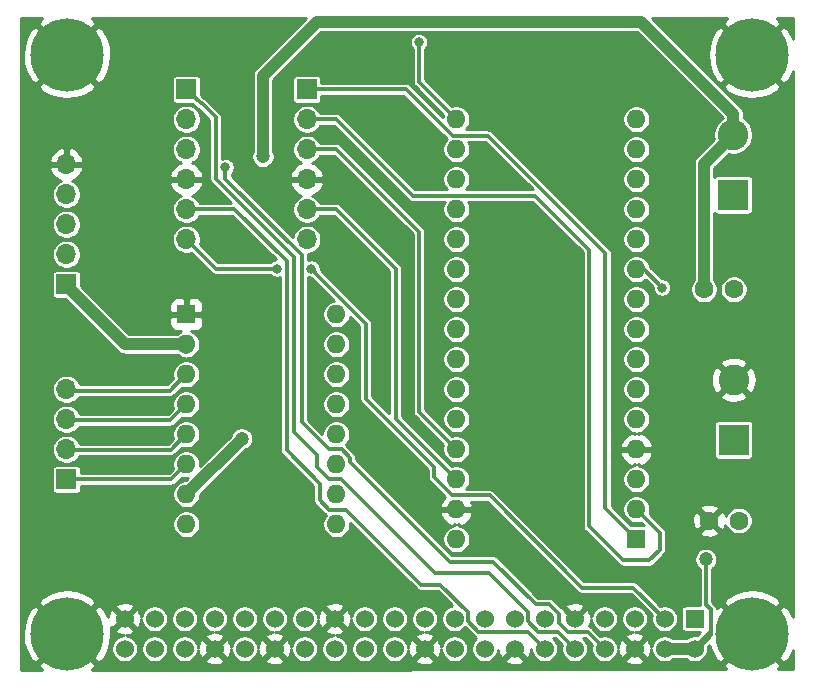
<source format=gbl>
G04 #@! TF.GenerationSoftware,KiCad,Pcbnew,(5.1.12)-1*
G04 #@! TF.CreationDate,2022-04-21T18:06:29-03:00*
G04 #@! TF.ProjectId,micro3D,6d696372-6f33-4442-9e6b-696361645f70,rev?*
G04 #@! TF.SameCoordinates,Original*
G04 #@! TF.FileFunction,Copper,L2,Bot*
G04 #@! TF.FilePolarity,Positive*
%FSLAX46Y46*%
G04 Gerber Fmt 4.6, Leading zero omitted, Abs format (unit mm)*
G04 Created by KiCad (PCBNEW (5.1.12)-1) date 2022-04-21 18:06:29*
%MOMM*%
%LPD*%
G01*
G04 APERTURE LIST*
G04 #@! TA.AperFunction,ComponentPad*
%ADD10R,1.600000X1.600000*%
G04 #@! TD*
G04 #@! TA.AperFunction,ComponentPad*
%ADD11O,1.600000X1.600000*%
G04 #@! TD*
G04 #@! TA.AperFunction,ComponentPad*
%ADD12R,2.600000X2.600000*%
G04 #@! TD*
G04 #@! TA.AperFunction,ComponentPad*
%ADD13C,2.600000*%
G04 #@! TD*
G04 #@! TA.AperFunction,ComponentPad*
%ADD14C,6.200000*%
G04 #@! TD*
G04 #@! TA.AperFunction,ComponentPad*
%ADD15R,1.524000X1.524000*%
G04 #@! TD*
G04 #@! TA.AperFunction,ComponentPad*
%ADD16C,1.524000*%
G04 #@! TD*
G04 #@! TA.AperFunction,ComponentPad*
%ADD17O,1.700000X1.700000*%
G04 #@! TD*
G04 #@! TA.AperFunction,ComponentPad*
%ADD18R,1.700000X1.700000*%
G04 #@! TD*
G04 #@! TA.AperFunction,ComponentPad*
%ADD19C,1.600000*%
G04 #@! TD*
G04 #@! TA.AperFunction,ViaPad*
%ADD20C,0.800000*%
G04 #@! TD*
G04 #@! TA.AperFunction,ViaPad*
%ADD21C,1.200000*%
G04 #@! TD*
G04 #@! TA.AperFunction,Conductor*
%ADD22C,0.300000*%
G04 #@! TD*
G04 #@! TA.AperFunction,Conductor*
%ADD23C,1.000000*%
G04 #@! TD*
G04 #@! TA.AperFunction,Conductor*
%ADD24C,0.600000*%
G04 #@! TD*
G04 #@! TA.AperFunction,Conductor*
%ADD25C,0.254000*%
G04 #@! TD*
G04 #@! TA.AperFunction,Conductor*
%ADD26C,0.100000*%
G04 #@! TD*
G04 APERTURE END LIST*
D10*
X109220000Y-102870000D03*
D11*
X121920000Y-120650000D03*
X109220000Y-105410000D03*
X121920000Y-118110000D03*
X109220000Y-107950000D03*
X121920000Y-115570000D03*
X109220000Y-110490000D03*
X121920000Y-113030000D03*
X109220000Y-113030000D03*
X121920000Y-110490000D03*
X109220000Y-115570000D03*
X121920000Y-107950000D03*
X109220000Y-118110000D03*
X121920000Y-105410000D03*
X109220000Y-120650000D03*
X121920000Y-102870000D03*
D10*
X147320000Y-121920000D03*
D11*
X132080000Y-88900000D03*
X147320000Y-119380000D03*
X132080000Y-91440000D03*
X147320000Y-116840000D03*
X132080000Y-93980000D03*
X147320000Y-114300000D03*
X132080000Y-96520000D03*
X147320000Y-111760000D03*
X132080000Y-99060000D03*
X147320000Y-109220000D03*
X132080000Y-101600000D03*
X147320000Y-106680000D03*
X132080000Y-104140000D03*
X147320000Y-104140000D03*
X132080000Y-106680000D03*
X147320000Y-101600000D03*
X132080000Y-109220000D03*
X147320000Y-99060000D03*
X132080000Y-111760000D03*
X147320000Y-96520000D03*
X132080000Y-114300000D03*
X147320000Y-93980000D03*
X132080000Y-116840000D03*
X147320000Y-91440000D03*
X132080000Y-119380000D03*
X147320000Y-88900000D03*
X132080000Y-121920000D03*
X147320000Y-86360000D03*
X132080000Y-86360000D03*
D12*
X155520000Y-92750000D03*
D13*
X155520000Y-87670000D03*
X155550000Y-108420000D03*
D12*
X155550000Y-113500000D03*
D14*
X157110000Y-80910000D03*
X99110000Y-80910000D03*
X99110000Y-129910000D03*
X157110000Y-129910000D03*
D15*
X152240000Y-128640000D03*
D16*
X149700000Y-128640000D03*
X147160000Y-128640000D03*
X144620000Y-128640000D03*
X142080000Y-128640000D03*
X139540000Y-128640000D03*
X152240000Y-131180000D03*
X149700000Y-131180000D03*
X147160000Y-131180000D03*
X144620000Y-131180000D03*
X142080000Y-131180000D03*
X139540000Y-131180000D03*
X137000000Y-128640000D03*
X137000000Y-131180000D03*
X134460000Y-128640000D03*
X131920000Y-128640000D03*
X129380000Y-128640000D03*
X126840000Y-128640000D03*
X124300000Y-128640000D03*
X121760000Y-128640000D03*
X134460000Y-131180000D03*
X131920000Y-131180000D03*
X129380000Y-131180000D03*
X126840000Y-131180000D03*
X124300000Y-131180000D03*
X121760000Y-131180000D03*
X119220000Y-128640000D03*
X119220000Y-131180000D03*
X116680000Y-128640000D03*
X114140000Y-128640000D03*
X111600000Y-128640000D03*
X109060000Y-128640000D03*
X106520000Y-128640000D03*
X103980000Y-128640000D03*
X116680000Y-131180000D03*
X114140000Y-131180000D03*
X111600000Y-131180000D03*
X109060000Y-131180000D03*
X106520000Y-131180000D03*
X103980000Y-131180000D03*
D17*
X119420000Y-96520000D03*
X119420000Y-93980000D03*
X119420000Y-91440000D03*
X119420000Y-88900000D03*
X119420000Y-86360000D03*
D18*
X119420000Y-83820000D03*
X109220000Y-83820000D03*
D17*
X109220000Y-86360000D03*
X109220000Y-88900000D03*
X109220000Y-91440000D03*
X109220000Y-93980000D03*
X109220000Y-96520000D03*
D19*
X155550000Y-100760000D03*
X153050000Y-100760000D03*
X153480000Y-120330000D03*
X155980000Y-120330000D03*
D18*
X99060000Y-100330000D03*
D17*
X99060000Y-97790000D03*
X99060000Y-95250000D03*
X99060000Y-92710000D03*
X99060000Y-90170000D03*
D18*
X99060000Y-116840000D03*
D17*
X99060000Y-114300000D03*
X99060000Y-111760000D03*
X99060000Y-109220000D03*
D20*
X148900000Y-82300000D03*
X98900000Y-121700000D03*
X98600000Y-103900000D03*
X136200000Y-105300000D03*
X136200000Y-97300000D03*
X116500000Y-116300000D03*
X151600000Y-85800000D03*
X122936000Y-92202000D03*
X152300000Y-119100000D03*
X103800000Y-124900000D03*
X152800000Y-105500000D03*
X137000000Y-110300000D03*
X137600000Y-83200000D03*
X137800000Y-87700000D03*
X149500000Y-100600000D03*
D21*
X153200000Y-123600000D03*
X113900000Y-113400000D03*
X115700000Y-89500000D03*
D20*
X128900000Y-79800000D03*
X119800000Y-99000000D03*
X116900000Y-99000000D03*
X112522000Y-90424000D03*
D22*
X147960000Y-99060000D02*
X147320000Y-99060000D01*
X149500000Y-100600000D02*
X147960000Y-99060000D01*
D23*
X109220000Y-105729998D02*
X109220000Y-105410000D01*
X149700000Y-131180000D02*
X152240000Y-131180000D01*
D24*
X152240000Y-131180000D02*
X153502001Y-129917999D01*
D23*
X104000000Y-105400000D02*
X98920000Y-100320000D01*
X109220000Y-105410000D02*
X104140000Y-105410000D01*
D22*
X153200000Y-123600000D02*
X153300000Y-123600000D01*
X153200000Y-127445998D02*
X153200000Y-123600000D01*
X153600000Y-127845998D02*
X153200000Y-127445998D01*
X153600000Y-129820000D02*
X153600000Y-127845998D01*
X153502001Y-129917999D02*
X153600000Y-129820000D01*
X107830000Y-109340000D02*
X109220000Y-107950000D01*
X99060000Y-109340000D02*
X107830000Y-109340000D01*
X107870000Y-111840000D02*
X109220000Y-110490000D01*
X99060000Y-111840000D02*
X107870000Y-111840000D01*
X107910000Y-114340000D02*
X109220000Y-113030000D01*
X99060000Y-114340000D02*
X107910000Y-114340000D01*
X107950000Y-116840000D02*
X109220000Y-115570000D01*
X99060000Y-116840000D02*
X107950000Y-116840000D01*
D23*
X113900000Y-113430000D02*
X113900000Y-113400000D01*
X109220000Y-118110000D02*
X113900000Y-113430000D01*
X153050000Y-90140000D02*
X155520000Y-87670000D01*
X153050000Y-100760000D02*
X153050000Y-90140000D01*
X155520000Y-85920000D02*
X155520000Y-87670000D01*
X120248990Y-78125010D02*
X147725010Y-78125010D01*
X147725010Y-78125010D02*
X155520000Y-85920000D01*
X115700000Y-82674000D02*
X120248990Y-78125010D01*
X115700000Y-89500000D02*
X115700000Y-82674000D01*
D22*
X128900000Y-83180000D02*
X132080000Y-86360000D01*
X128900000Y-79800000D02*
X128900000Y-83180000D01*
X144700000Y-119300000D02*
X147320000Y-121920000D01*
X144700000Y-97700000D02*
X144700000Y-119300000D01*
X131749999Y-87749999D02*
X134749999Y-87749999D01*
X134749999Y-87749999D02*
X144700000Y-97700000D01*
X127820000Y-83820000D02*
X131749999Y-87749999D01*
X121920000Y-83820000D02*
X127820000Y-83820000D01*
X121920000Y-83820000D02*
X119420000Y-83820000D01*
X149300000Y-121360000D02*
X147320000Y-119380000D01*
X149300000Y-122800000D02*
X149300000Y-121360000D01*
X148400000Y-123700000D02*
X149300000Y-122800000D01*
X143300000Y-120800000D02*
X146200000Y-123700000D01*
X146200000Y-123700000D02*
X148400000Y-123700000D01*
X143300000Y-97400000D02*
X143300000Y-120800000D01*
X138729999Y-92829999D02*
X143300000Y-97400000D01*
X128389999Y-92829999D02*
X138729999Y-92829999D01*
X121920000Y-86360000D02*
X128389999Y-92829999D01*
X121920000Y-86360000D02*
X119420000Y-86360000D01*
X121920000Y-88900000D02*
X128900000Y-95880000D01*
X128900000Y-111120000D02*
X132080000Y-114300000D01*
X128900000Y-95880000D02*
X128900000Y-111120000D01*
X121920000Y-88900000D02*
X119420000Y-88900000D01*
X126940000Y-111700000D02*
X132080000Y-116840000D01*
X126940000Y-99000000D02*
X126940000Y-111700000D01*
X121920000Y-93980000D02*
X126940000Y-99000000D01*
X119420000Y-93980000D02*
X121920000Y-93980000D01*
X119800000Y-99000000D02*
X119800000Y-99000000D01*
X111700000Y-99000000D02*
X109220000Y-96520000D01*
X116900000Y-99000000D02*
X111700000Y-99000000D01*
X120100000Y-99347998D02*
X120100000Y-99300000D01*
X120100000Y-99300000D02*
X119800000Y-99000000D01*
X124400000Y-110000000D02*
X124400000Y-103647998D01*
X124400000Y-103647998D02*
X120100000Y-99347998D01*
X130200000Y-116662002D02*
X130200000Y-115800000D01*
X131737998Y-118200000D02*
X130200000Y-116662002D01*
X134900000Y-118200000D02*
X131737998Y-118200000D01*
X142700000Y-126000000D02*
X134900000Y-118200000D01*
X130200000Y-115800000D02*
X124400000Y-110000000D01*
X147060000Y-126000000D02*
X142700000Y-126000000D01*
X149700000Y-128640000D02*
X147060000Y-126000000D01*
X140800000Y-129005762D02*
X140800000Y-128254238D01*
X119000000Y-97876002D02*
X112522000Y-91398002D01*
X141546239Y-129752001D02*
X140800000Y-129005762D01*
X140800000Y-128254238D02*
X139945762Y-127400000D01*
X123070001Y-115017999D02*
X122352002Y-114300000D01*
X139945762Y-127400000D02*
X138800000Y-127400000D01*
X135200000Y-123800000D02*
X131500000Y-123800000D01*
X123070001Y-115370001D02*
X123070001Y-115017999D01*
X144620000Y-131180000D02*
X143192001Y-129752001D01*
X121300000Y-114300000D02*
X119000000Y-112000000D01*
X122352002Y-114300000D02*
X121300000Y-114300000D01*
X143192001Y-129752001D02*
X141546239Y-129752001D01*
X112522000Y-91398002D02*
X112522000Y-90424000D01*
X131500000Y-123800000D02*
X123070001Y-115370001D01*
X119000000Y-112000000D02*
X119000000Y-97876002D01*
X138800000Y-127400000D02*
X135200000Y-123800000D01*
X110420001Y-85020001D02*
X109220000Y-83820000D01*
X110520001Y-85020001D02*
X110420001Y-85020001D01*
X111700000Y-86200000D02*
X110520001Y-85020001D01*
X111700000Y-91380000D02*
X111700000Y-86200000D01*
X142080000Y-131180000D02*
X140652001Y-129752001D01*
X140652001Y-129752001D02*
X139006239Y-129752001D01*
X138112001Y-128857763D02*
X138112001Y-128106239D01*
X139006239Y-129752001D02*
X138112001Y-128857763D01*
X122300000Y-116800000D02*
X121273999Y-116800000D01*
X138112001Y-128106239D02*
X134805762Y-124800000D01*
X120300000Y-114800000D02*
X118300000Y-112800000D01*
X134805762Y-124800000D02*
X130300000Y-124800000D01*
X118300000Y-97980000D02*
X111700000Y-91380000D01*
X130300000Y-124800000D02*
X122300000Y-116800000D01*
X121273999Y-116800000D02*
X120300000Y-115826001D01*
X120300000Y-115826001D02*
X120300000Y-114800000D01*
X118300000Y-112800000D02*
X118300000Y-97980000D01*
X113284000Y-93980000D02*
X109220000Y-93980000D01*
X139540000Y-131180000D02*
X138112001Y-129752001D01*
X130725762Y-125800000D02*
X129100000Y-125800000D01*
X138112001Y-129752001D02*
X133926239Y-129752001D01*
X133032001Y-128857763D02*
X133032001Y-128106239D01*
X121300000Y-119400000D02*
X120500000Y-118600000D01*
X133926239Y-129752001D02*
X133032001Y-128857763D01*
X122700000Y-119400000D02*
X121300000Y-119400000D01*
X117700000Y-98396000D02*
X113284000Y-93980000D01*
X133032001Y-128106239D02*
X130725762Y-125800000D01*
X129100000Y-125800000D02*
X122700000Y-119400000D01*
X120500000Y-118600000D02*
X120500000Y-117200000D01*
X120500000Y-117200000D02*
X117700000Y-114400000D01*
X117700000Y-114400000D02*
X117700000Y-98396000D01*
D25*
X96659820Y-78280215D02*
X99110000Y-80730395D01*
X101560180Y-78280215D01*
X101215775Y-77806000D01*
X119322078Y-77806000D01*
X115107640Y-82020439D01*
X115074026Y-82048025D01*
X115046441Y-82081638D01*
X114963932Y-82182175D01*
X114882125Y-82335226D01*
X114831749Y-82501295D01*
X114814738Y-82674000D01*
X114819001Y-82717280D01*
X114819000Y-89063445D01*
X114756699Y-89213853D01*
X114719000Y-89403380D01*
X114719000Y-89596620D01*
X114756699Y-89786147D01*
X114830649Y-89964678D01*
X114938007Y-90125351D01*
X115074649Y-90261993D01*
X115235322Y-90369351D01*
X115413853Y-90443301D01*
X115603380Y-90481000D01*
X115796620Y-90481000D01*
X115986147Y-90443301D01*
X116164678Y-90369351D01*
X116325351Y-90261993D01*
X116461993Y-90125351D01*
X116569351Y-89964678D01*
X116643301Y-89786147D01*
X116681000Y-89596620D01*
X116681000Y-89403380D01*
X116643301Y-89213853D01*
X116581000Y-89063445D01*
X116581000Y-83038921D01*
X116649921Y-82970000D01*
X118187157Y-82970000D01*
X118187157Y-84670000D01*
X118194513Y-84744689D01*
X118216299Y-84816508D01*
X118251678Y-84882696D01*
X118299289Y-84940711D01*
X118357304Y-84988322D01*
X118423492Y-85023701D01*
X118495311Y-85045487D01*
X118570000Y-85052843D01*
X120270000Y-85052843D01*
X120344689Y-85045487D01*
X120416508Y-85023701D01*
X120482696Y-84988322D01*
X120540711Y-84940711D01*
X120588322Y-84882696D01*
X120623701Y-84816508D01*
X120645487Y-84744689D01*
X120652843Y-84670000D01*
X120652843Y-84351000D01*
X127600054Y-84351000D01*
X131279434Y-88030381D01*
X131162658Y-88147157D01*
X131033412Y-88340587D01*
X130944386Y-88555515D01*
X130899000Y-88783682D01*
X130899000Y-89016318D01*
X130944386Y-89244485D01*
X131033412Y-89459413D01*
X131162658Y-89652843D01*
X131327157Y-89817342D01*
X131520587Y-89946588D01*
X131735515Y-90035614D01*
X131963682Y-90081000D01*
X132196318Y-90081000D01*
X132424485Y-90035614D01*
X132639413Y-89946588D01*
X132832843Y-89817342D01*
X132997342Y-89652843D01*
X133126588Y-89459413D01*
X133215614Y-89244485D01*
X133261000Y-89016318D01*
X133261000Y-88783682D01*
X133215614Y-88555515D01*
X133126588Y-88340587D01*
X133086773Y-88280999D01*
X134530053Y-88280999D01*
X138548053Y-92298999D01*
X132891186Y-92298999D01*
X132997342Y-92192843D01*
X133126588Y-91999413D01*
X133215614Y-91784485D01*
X133261000Y-91556318D01*
X133261000Y-91323682D01*
X133215614Y-91095515D01*
X133126588Y-90880587D01*
X132997342Y-90687157D01*
X132832843Y-90522658D01*
X132639413Y-90393412D01*
X132424485Y-90304386D01*
X132196318Y-90259000D01*
X131963682Y-90259000D01*
X131735515Y-90304386D01*
X131520587Y-90393412D01*
X131327157Y-90522658D01*
X131162658Y-90687157D01*
X131033412Y-90880587D01*
X130944386Y-91095515D01*
X130899000Y-91323682D01*
X130899000Y-91556318D01*
X130944386Y-91784485D01*
X131033412Y-91999413D01*
X131162658Y-92192843D01*
X131268814Y-92298999D01*
X128609946Y-92298999D01*
X122313921Y-86002975D01*
X122297290Y-85982710D01*
X122216435Y-85916354D01*
X122124188Y-85867047D01*
X122024094Y-85836683D01*
X121946084Y-85829000D01*
X121946074Y-85829000D01*
X121920000Y-85826432D01*
X121893926Y-85829000D01*
X120532477Y-85829000D01*
X120510898Y-85776903D01*
X120376180Y-85575283D01*
X120204717Y-85403820D01*
X120003097Y-85269102D01*
X119779069Y-85176307D01*
X119541243Y-85129000D01*
X119298757Y-85129000D01*
X119060931Y-85176307D01*
X118836903Y-85269102D01*
X118635283Y-85403820D01*
X118463820Y-85575283D01*
X118329102Y-85776903D01*
X118236307Y-86000931D01*
X118189000Y-86238757D01*
X118189000Y-86481243D01*
X118236307Y-86719069D01*
X118329102Y-86943097D01*
X118463820Y-87144717D01*
X118635283Y-87316180D01*
X118836903Y-87450898D01*
X119060931Y-87543693D01*
X119298757Y-87591000D01*
X119541243Y-87591000D01*
X119779069Y-87543693D01*
X120003097Y-87450898D01*
X120204717Y-87316180D01*
X120376180Y-87144717D01*
X120510898Y-86943097D01*
X120532477Y-86891000D01*
X121700054Y-86891000D01*
X127996081Y-93187028D01*
X128012709Y-93207289D01*
X128032969Y-93223916D01*
X128093563Y-93273645D01*
X128125695Y-93290820D01*
X128185811Y-93322952D01*
X128285905Y-93353316D01*
X128363915Y-93360999D01*
X128363924Y-93360999D01*
X128389998Y-93363567D01*
X128416072Y-93360999D01*
X131073227Y-93360999D01*
X131033412Y-93420587D01*
X130944386Y-93635515D01*
X130899000Y-93863682D01*
X130899000Y-94096318D01*
X130944386Y-94324485D01*
X131033412Y-94539413D01*
X131162658Y-94732843D01*
X131327157Y-94897342D01*
X131520587Y-95026588D01*
X131735515Y-95115614D01*
X131963682Y-95161000D01*
X132196318Y-95161000D01*
X132424485Y-95115614D01*
X132639413Y-95026588D01*
X132832843Y-94897342D01*
X132997342Y-94732843D01*
X133126588Y-94539413D01*
X133215614Y-94324485D01*
X133261000Y-94096318D01*
X133261000Y-93863682D01*
X133215614Y-93635515D01*
X133126588Y-93420587D01*
X133086773Y-93360999D01*
X138510053Y-93360999D01*
X142769000Y-97619947D01*
X142769001Y-120773916D01*
X142766432Y-120800000D01*
X142776684Y-120904093D01*
X142807047Y-121004187D01*
X142856354Y-121096435D01*
X142905084Y-121155812D01*
X142922711Y-121177290D01*
X142942971Y-121193917D01*
X145806083Y-124057030D01*
X145822710Y-124077290D01*
X145842970Y-124093917D01*
X145903564Y-124143646D01*
X145928603Y-124157029D01*
X145995812Y-124192953D01*
X146095906Y-124223317D01*
X146173916Y-124231000D01*
X146173925Y-124231000D01*
X146199999Y-124233568D01*
X146226073Y-124231000D01*
X148373926Y-124231000D01*
X148400000Y-124233568D01*
X148426074Y-124231000D01*
X148426084Y-124231000D01*
X148504094Y-124223317D01*
X148604188Y-124192953D01*
X148696435Y-124143646D01*
X148777290Y-124077290D01*
X148793921Y-124057025D01*
X149657030Y-123193917D01*
X149677290Y-123177290D01*
X149694472Y-123156354D01*
X149743646Y-123096436D01*
X149774708Y-123038322D01*
X149792953Y-123004188D01*
X149823317Y-122904094D01*
X149831000Y-122826084D01*
X149831000Y-122826075D01*
X149833568Y-122800001D01*
X149831000Y-122773927D01*
X149831000Y-121386074D01*
X149833568Y-121360000D01*
X149831000Y-121333926D01*
X149831000Y-121333916D01*
X149829896Y-121322702D01*
X152666903Y-121322702D01*
X152738486Y-121566671D01*
X152993996Y-121687571D01*
X153268184Y-121756300D01*
X153550512Y-121770217D01*
X153830130Y-121728787D01*
X154096292Y-121633603D01*
X154221514Y-121566671D01*
X154293097Y-121322702D01*
X153480000Y-120509605D01*
X152666903Y-121322702D01*
X149829896Y-121322702D01*
X149823317Y-121255906D01*
X149792953Y-121155812D01*
X149773811Y-121120000D01*
X149743646Y-121063564D01*
X149693917Y-121002970D01*
X149677290Y-120982710D01*
X149657030Y-120966083D01*
X149091459Y-120400512D01*
X152039783Y-120400512D01*
X152081213Y-120680130D01*
X152176397Y-120946292D01*
X152243329Y-121071514D01*
X152487298Y-121143097D01*
X153300395Y-120330000D01*
X153659605Y-120330000D01*
X154472702Y-121143097D01*
X154716671Y-121071514D01*
X154837571Y-120816004D01*
X154862240Y-120717589D01*
X154933412Y-120889413D01*
X155062658Y-121082843D01*
X155227157Y-121247342D01*
X155420587Y-121376588D01*
X155635515Y-121465614D01*
X155863682Y-121511000D01*
X156096318Y-121511000D01*
X156324485Y-121465614D01*
X156539413Y-121376588D01*
X156732843Y-121247342D01*
X156897342Y-121082843D01*
X157026588Y-120889413D01*
X157115614Y-120674485D01*
X157161000Y-120446318D01*
X157161000Y-120213682D01*
X157115614Y-119985515D01*
X157026588Y-119770587D01*
X156897342Y-119577157D01*
X156732843Y-119412658D01*
X156539413Y-119283412D01*
X156324485Y-119194386D01*
X156096318Y-119149000D01*
X155863682Y-119149000D01*
X155635515Y-119194386D01*
X155420587Y-119283412D01*
X155227157Y-119412658D01*
X155062658Y-119577157D01*
X154933412Y-119770587D01*
X154863931Y-119938329D01*
X154783603Y-119713708D01*
X154716671Y-119588486D01*
X154472702Y-119516903D01*
X153659605Y-120330000D01*
X153300395Y-120330000D01*
X152487298Y-119516903D01*
X152243329Y-119588486D01*
X152122429Y-119843996D01*
X152053700Y-120118184D01*
X152039783Y-120400512D01*
X149091459Y-120400512D01*
X148443845Y-119752898D01*
X148455614Y-119724485D01*
X148501000Y-119496318D01*
X148501000Y-119337298D01*
X152666903Y-119337298D01*
X153480000Y-120150395D01*
X154293097Y-119337298D01*
X154221514Y-119093329D01*
X153966004Y-118972429D01*
X153691816Y-118903700D01*
X153409488Y-118889783D01*
X153129870Y-118931213D01*
X152863708Y-119026397D01*
X152738486Y-119093329D01*
X152666903Y-119337298D01*
X148501000Y-119337298D01*
X148501000Y-119263682D01*
X148455614Y-119035515D01*
X148366588Y-118820587D01*
X148237342Y-118627157D01*
X148072843Y-118462658D01*
X147879413Y-118333412D01*
X147664485Y-118244386D01*
X147436318Y-118199000D01*
X147203682Y-118199000D01*
X146975515Y-118244386D01*
X146760587Y-118333412D01*
X146567157Y-118462658D01*
X146402658Y-118627157D01*
X146273412Y-118820587D01*
X146184386Y-119035515D01*
X146139000Y-119263682D01*
X146139000Y-119496318D01*
X146184386Y-119724485D01*
X146273412Y-119939413D01*
X146402658Y-120132843D01*
X146567157Y-120297342D01*
X146760587Y-120426588D01*
X146975515Y-120515614D01*
X147203682Y-120561000D01*
X147436318Y-120561000D01*
X147664485Y-120515614D01*
X147692898Y-120503845D01*
X147926211Y-120737157D01*
X146888104Y-120737157D01*
X145231000Y-119080054D01*
X145231000Y-114649039D01*
X145928096Y-114649039D01*
X145968754Y-114783087D01*
X146088963Y-115037420D01*
X146256481Y-115263414D01*
X146464869Y-115452385D01*
X146706119Y-115597070D01*
X146970960Y-115691909D01*
X147192998Y-115570625D01*
X147192998Y-115661125D01*
X146975515Y-115704386D01*
X146760587Y-115793412D01*
X146567157Y-115922658D01*
X146402658Y-116087157D01*
X146273412Y-116280587D01*
X146184386Y-116495515D01*
X146139000Y-116723682D01*
X146139000Y-116956318D01*
X146184386Y-117184485D01*
X146273412Y-117399413D01*
X146402658Y-117592843D01*
X146567157Y-117757342D01*
X146760587Y-117886588D01*
X146975515Y-117975614D01*
X147203682Y-118021000D01*
X147436318Y-118021000D01*
X147664485Y-117975614D01*
X147879413Y-117886588D01*
X148072843Y-117757342D01*
X148237342Y-117592843D01*
X148366588Y-117399413D01*
X148455614Y-117184485D01*
X148501000Y-116956318D01*
X148501000Y-116723682D01*
X148455614Y-116495515D01*
X148366588Y-116280587D01*
X148237342Y-116087157D01*
X148072843Y-115922658D01*
X147879413Y-115793412D01*
X147664485Y-115704386D01*
X147447002Y-115661125D01*
X147447002Y-115570625D01*
X147669040Y-115691909D01*
X147933881Y-115597070D01*
X148175131Y-115452385D01*
X148383519Y-115263414D01*
X148551037Y-115037420D01*
X148671246Y-114783087D01*
X148711904Y-114649039D01*
X148589915Y-114427000D01*
X147447000Y-114427000D01*
X147447000Y-114447000D01*
X147193000Y-114447000D01*
X147193000Y-114427000D01*
X146050085Y-114427000D01*
X145928096Y-114649039D01*
X145231000Y-114649039D01*
X145231000Y-113950961D01*
X145928096Y-113950961D01*
X146050085Y-114173000D01*
X147193000Y-114173000D01*
X147193000Y-114153000D01*
X147447000Y-114153000D01*
X147447000Y-114173000D01*
X148589915Y-114173000D01*
X148711904Y-113950961D01*
X148671246Y-113816913D01*
X148551037Y-113562580D01*
X148383519Y-113336586D01*
X148175131Y-113147615D01*
X147933881Y-113002930D01*
X147669040Y-112908091D01*
X147447002Y-113029375D01*
X147447002Y-112938875D01*
X147664485Y-112895614D01*
X147879413Y-112806588D01*
X148072843Y-112677342D01*
X148237342Y-112512843D01*
X148366588Y-112319413D01*
X148416050Y-112200000D01*
X153867157Y-112200000D01*
X153867157Y-114800000D01*
X153874513Y-114874689D01*
X153896299Y-114946508D01*
X153931678Y-115012696D01*
X153979289Y-115070711D01*
X154037304Y-115118322D01*
X154103492Y-115153701D01*
X154175311Y-115175487D01*
X154250000Y-115182843D01*
X156850000Y-115182843D01*
X156924689Y-115175487D01*
X156996508Y-115153701D01*
X157062696Y-115118322D01*
X157120711Y-115070711D01*
X157168322Y-115012696D01*
X157203701Y-114946508D01*
X157225487Y-114874689D01*
X157232843Y-114800000D01*
X157232843Y-112200000D01*
X157225487Y-112125311D01*
X157203701Y-112053492D01*
X157168322Y-111987304D01*
X157120711Y-111929289D01*
X157062696Y-111881678D01*
X156996508Y-111846299D01*
X156924689Y-111824513D01*
X156850000Y-111817157D01*
X154250000Y-111817157D01*
X154175311Y-111824513D01*
X154103492Y-111846299D01*
X154037304Y-111881678D01*
X153979289Y-111929289D01*
X153931678Y-111987304D01*
X153896299Y-112053492D01*
X153874513Y-112125311D01*
X153867157Y-112200000D01*
X148416050Y-112200000D01*
X148455614Y-112104485D01*
X148501000Y-111876318D01*
X148501000Y-111643682D01*
X148455614Y-111415515D01*
X148366588Y-111200587D01*
X148237342Y-111007157D01*
X148072843Y-110842658D01*
X147879413Y-110713412D01*
X147664485Y-110624386D01*
X147436318Y-110579000D01*
X147203682Y-110579000D01*
X146975515Y-110624386D01*
X146760587Y-110713412D01*
X146567157Y-110842658D01*
X146402658Y-111007157D01*
X146273412Y-111200587D01*
X146184386Y-111415515D01*
X146139000Y-111643682D01*
X146139000Y-111876318D01*
X146184386Y-112104485D01*
X146273412Y-112319413D01*
X146402658Y-112512843D01*
X146567157Y-112677342D01*
X146760587Y-112806588D01*
X146975515Y-112895614D01*
X147192998Y-112938875D01*
X147192998Y-113029375D01*
X146970960Y-112908091D01*
X146706119Y-113002930D01*
X146464869Y-113147615D01*
X146256481Y-113336586D01*
X146088963Y-113562580D01*
X145968754Y-113816913D01*
X145928096Y-113950961D01*
X145231000Y-113950961D01*
X145231000Y-109103682D01*
X146139000Y-109103682D01*
X146139000Y-109336318D01*
X146184386Y-109564485D01*
X146273412Y-109779413D01*
X146402658Y-109972843D01*
X146567157Y-110137342D01*
X146760587Y-110266588D01*
X146975515Y-110355614D01*
X147203682Y-110401000D01*
X147436318Y-110401000D01*
X147664485Y-110355614D01*
X147879413Y-110266588D01*
X148072843Y-110137342D01*
X148237342Y-109972843D01*
X148366588Y-109779413D01*
X148370808Y-109769224D01*
X154380381Y-109769224D01*
X154512317Y-110064312D01*
X154853045Y-110235159D01*
X155220557Y-110336250D01*
X155600729Y-110363701D01*
X155978951Y-110316457D01*
X156340690Y-110196333D01*
X156587683Y-110064312D01*
X156719619Y-109769224D01*
X155550000Y-108599605D01*
X154380381Y-109769224D01*
X148370808Y-109769224D01*
X148455614Y-109564485D01*
X148501000Y-109336318D01*
X148501000Y-109103682D01*
X148455614Y-108875515D01*
X148366588Y-108660587D01*
X148239729Y-108470729D01*
X153606299Y-108470729D01*
X153653543Y-108848951D01*
X153773667Y-109210690D01*
X153905688Y-109457683D01*
X154200776Y-109589619D01*
X155370395Y-108420000D01*
X155729605Y-108420000D01*
X156899224Y-109589619D01*
X157194312Y-109457683D01*
X157365159Y-109116955D01*
X157466250Y-108749443D01*
X157493701Y-108369271D01*
X157446457Y-107991049D01*
X157326333Y-107629310D01*
X157194312Y-107382317D01*
X156899224Y-107250381D01*
X155729605Y-108420000D01*
X155370395Y-108420000D01*
X154200776Y-107250381D01*
X153905688Y-107382317D01*
X153734841Y-107723045D01*
X153633750Y-108090557D01*
X153606299Y-108470729D01*
X148239729Y-108470729D01*
X148237342Y-108467157D01*
X148072843Y-108302658D01*
X147879413Y-108173412D01*
X147664485Y-108084386D01*
X147436318Y-108039000D01*
X147203682Y-108039000D01*
X146975515Y-108084386D01*
X146760587Y-108173412D01*
X146567157Y-108302658D01*
X146402658Y-108467157D01*
X146273412Y-108660587D01*
X146184386Y-108875515D01*
X146139000Y-109103682D01*
X145231000Y-109103682D01*
X145231000Y-106563682D01*
X146139000Y-106563682D01*
X146139000Y-106796318D01*
X146184386Y-107024485D01*
X146273412Y-107239413D01*
X146402658Y-107432843D01*
X146567157Y-107597342D01*
X146760587Y-107726588D01*
X146975515Y-107815614D01*
X147203682Y-107861000D01*
X147436318Y-107861000D01*
X147664485Y-107815614D01*
X147879413Y-107726588D01*
X148072843Y-107597342D01*
X148237342Y-107432843D01*
X148366588Y-107239413D01*
X148436439Y-107070776D01*
X154380381Y-107070776D01*
X155550000Y-108240395D01*
X156719619Y-107070776D01*
X156587683Y-106775688D01*
X156246955Y-106604841D01*
X155879443Y-106503750D01*
X155499271Y-106476299D01*
X155121049Y-106523543D01*
X154759310Y-106643667D01*
X154512317Y-106775688D01*
X154380381Y-107070776D01*
X148436439Y-107070776D01*
X148455614Y-107024485D01*
X148501000Y-106796318D01*
X148501000Y-106563682D01*
X148455614Y-106335515D01*
X148366588Y-106120587D01*
X148237342Y-105927157D01*
X148072843Y-105762658D01*
X147879413Y-105633412D01*
X147664485Y-105544386D01*
X147436318Y-105499000D01*
X147203682Y-105499000D01*
X146975515Y-105544386D01*
X146760587Y-105633412D01*
X146567157Y-105762658D01*
X146402658Y-105927157D01*
X146273412Y-106120587D01*
X146184386Y-106335515D01*
X146139000Y-106563682D01*
X145231000Y-106563682D01*
X145231000Y-104023682D01*
X146139000Y-104023682D01*
X146139000Y-104256318D01*
X146184386Y-104484485D01*
X146273412Y-104699413D01*
X146402658Y-104892843D01*
X146567157Y-105057342D01*
X146760587Y-105186588D01*
X146975515Y-105275614D01*
X147203682Y-105321000D01*
X147436318Y-105321000D01*
X147664485Y-105275614D01*
X147879413Y-105186588D01*
X148072843Y-105057342D01*
X148237342Y-104892843D01*
X148366588Y-104699413D01*
X148455614Y-104484485D01*
X148501000Y-104256318D01*
X148501000Y-104023682D01*
X148455614Y-103795515D01*
X148366588Y-103580587D01*
X148237342Y-103387157D01*
X148072843Y-103222658D01*
X147879413Y-103093412D01*
X147664485Y-103004386D01*
X147436318Y-102959000D01*
X147203682Y-102959000D01*
X146975515Y-103004386D01*
X146760587Y-103093412D01*
X146567157Y-103222658D01*
X146402658Y-103387157D01*
X146273412Y-103580587D01*
X146184386Y-103795515D01*
X146139000Y-104023682D01*
X145231000Y-104023682D01*
X145231000Y-101483682D01*
X146139000Y-101483682D01*
X146139000Y-101716318D01*
X146184386Y-101944485D01*
X146273412Y-102159413D01*
X146402658Y-102352843D01*
X146567157Y-102517342D01*
X146760587Y-102646588D01*
X146975515Y-102735614D01*
X147203682Y-102781000D01*
X147436318Y-102781000D01*
X147664485Y-102735614D01*
X147879413Y-102646588D01*
X148072843Y-102517342D01*
X148237342Y-102352843D01*
X148366588Y-102159413D01*
X148455614Y-101944485D01*
X148501000Y-101716318D01*
X148501000Y-101483682D01*
X148455614Y-101255515D01*
X148366588Y-101040587D01*
X148237342Y-100847157D01*
X148072843Y-100682658D01*
X147879413Y-100553412D01*
X147664485Y-100464386D01*
X147436318Y-100419000D01*
X147203682Y-100419000D01*
X146975515Y-100464386D01*
X146760587Y-100553412D01*
X146567157Y-100682658D01*
X146402658Y-100847157D01*
X146273412Y-101040587D01*
X146184386Y-101255515D01*
X146139000Y-101483682D01*
X145231000Y-101483682D01*
X145231000Y-98943682D01*
X146139000Y-98943682D01*
X146139000Y-99176318D01*
X146184386Y-99404485D01*
X146273412Y-99619413D01*
X146402658Y-99812843D01*
X146567157Y-99977342D01*
X146760587Y-100106588D01*
X146975515Y-100195614D01*
X147203682Y-100241000D01*
X147436318Y-100241000D01*
X147664485Y-100195614D01*
X147879413Y-100106588D01*
X148072843Y-99977342D01*
X148099619Y-99950566D01*
X148719000Y-100569947D01*
X148719000Y-100676922D01*
X148749013Y-100827809D01*
X148807887Y-100969942D01*
X148893358Y-101097859D01*
X149002141Y-101206642D01*
X149130058Y-101292113D01*
X149272191Y-101350987D01*
X149423078Y-101381000D01*
X149576922Y-101381000D01*
X149727809Y-101350987D01*
X149869942Y-101292113D01*
X149997859Y-101206642D01*
X150106642Y-101097859D01*
X150192113Y-100969942D01*
X150250987Y-100827809D01*
X150281000Y-100676922D01*
X150281000Y-100523078D01*
X150250987Y-100372191D01*
X150192113Y-100230058D01*
X150106642Y-100102141D01*
X149997859Y-99993358D01*
X149869942Y-99907887D01*
X149727809Y-99849013D01*
X149576922Y-99819000D01*
X149469947Y-99819000D01*
X148477751Y-98826805D01*
X148455614Y-98715515D01*
X148366588Y-98500587D01*
X148237342Y-98307157D01*
X148072843Y-98142658D01*
X147879413Y-98013412D01*
X147664485Y-97924386D01*
X147436318Y-97879000D01*
X147203682Y-97879000D01*
X146975515Y-97924386D01*
X146760587Y-98013412D01*
X146567157Y-98142658D01*
X146402658Y-98307157D01*
X146273412Y-98500587D01*
X146184386Y-98715515D01*
X146139000Y-98943682D01*
X145231000Y-98943682D01*
X145231000Y-97726073D01*
X145233568Y-97699999D01*
X145231000Y-97673925D01*
X145231000Y-97673916D01*
X145223317Y-97595906D01*
X145192953Y-97495812D01*
X145158273Y-97430931D01*
X145143646Y-97403564D01*
X145093917Y-97342970D01*
X145077290Y-97322710D01*
X145057030Y-97306083D01*
X144154629Y-96403682D01*
X146139000Y-96403682D01*
X146139000Y-96636318D01*
X146184386Y-96864485D01*
X146273412Y-97079413D01*
X146402658Y-97272843D01*
X146567157Y-97437342D01*
X146760587Y-97566588D01*
X146975515Y-97655614D01*
X147203682Y-97701000D01*
X147436318Y-97701000D01*
X147664485Y-97655614D01*
X147879413Y-97566588D01*
X148072843Y-97437342D01*
X148237342Y-97272843D01*
X148366588Y-97079413D01*
X148455614Y-96864485D01*
X148501000Y-96636318D01*
X148501000Y-96403682D01*
X148455614Y-96175515D01*
X148366588Y-95960587D01*
X148237342Y-95767157D01*
X148072843Y-95602658D01*
X147879413Y-95473412D01*
X147664485Y-95384386D01*
X147436318Y-95339000D01*
X147203682Y-95339000D01*
X146975515Y-95384386D01*
X146760587Y-95473412D01*
X146567157Y-95602658D01*
X146402658Y-95767157D01*
X146273412Y-95960587D01*
X146184386Y-96175515D01*
X146139000Y-96403682D01*
X144154629Y-96403682D01*
X141614629Y-93863682D01*
X146139000Y-93863682D01*
X146139000Y-94096318D01*
X146184386Y-94324485D01*
X146273412Y-94539413D01*
X146402658Y-94732843D01*
X146567157Y-94897342D01*
X146760587Y-95026588D01*
X146975515Y-95115614D01*
X147203682Y-95161000D01*
X147436318Y-95161000D01*
X147664485Y-95115614D01*
X147879413Y-95026588D01*
X148072843Y-94897342D01*
X148237342Y-94732843D01*
X148366588Y-94539413D01*
X148455614Y-94324485D01*
X148501000Y-94096318D01*
X148501000Y-93863682D01*
X148455614Y-93635515D01*
X148366588Y-93420587D01*
X148237342Y-93227157D01*
X148072843Y-93062658D01*
X147879413Y-92933412D01*
X147664485Y-92844386D01*
X147436318Y-92799000D01*
X147203682Y-92799000D01*
X146975515Y-92844386D01*
X146760587Y-92933412D01*
X146567157Y-93062658D01*
X146402658Y-93227157D01*
X146273412Y-93420587D01*
X146184386Y-93635515D01*
X146139000Y-93863682D01*
X141614629Y-93863682D01*
X139074629Y-91323682D01*
X146139000Y-91323682D01*
X146139000Y-91556318D01*
X146184386Y-91784485D01*
X146273412Y-91999413D01*
X146402658Y-92192843D01*
X146567157Y-92357342D01*
X146760587Y-92486588D01*
X146975515Y-92575614D01*
X147203682Y-92621000D01*
X147436318Y-92621000D01*
X147664485Y-92575614D01*
X147879413Y-92486588D01*
X148072843Y-92357342D01*
X148237342Y-92192843D01*
X148366588Y-91999413D01*
X148455614Y-91784485D01*
X148501000Y-91556318D01*
X148501000Y-91323682D01*
X148455614Y-91095515D01*
X148366588Y-90880587D01*
X148237342Y-90687157D01*
X148072843Y-90522658D01*
X147879413Y-90393412D01*
X147664485Y-90304386D01*
X147436318Y-90259000D01*
X147203682Y-90259000D01*
X146975515Y-90304386D01*
X146760587Y-90393412D01*
X146567157Y-90522658D01*
X146402658Y-90687157D01*
X146273412Y-90880587D01*
X146184386Y-91095515D01*
X146139000Y-91323682D01*
X139074629Y-91323682D01*
X136534629Y-88783682D01*
X146139000Y-88783682D01*
X146139000Y-89016318D01*
X146184386Y-89244485D01*
X146273412Y-89459413D01*
X146402658Y-89652843D01*
X146567157Y-89817342D01*
X146760587Y-89946588D01*
X146975515Y-90035614D01*
X147203682Y-90081000D01*
X147436318Y-90081000D01*
X147664485Y-90035614D01*
X147879413Y-89946588D01*
X148072843Y-89817342D01*
X148237342Y-89652843D01*
X148366588Y-89459413D01*
X148455614Y-89244485D01*
X148501000Y-89016318D01*
X148501000Y-88783682D01*
X148455614Y-88555515D01*
X148366588Y-88340587D01*
X148237342Y-88147157D01*
X148072843Y-87982658D01*
X147879413Y-87853412D01*
X147664485Y-87764386D01*
X147436318Y-87719000D01*
X147203682Y-87719000D01*
X146975515Y-87764386D01*
X146760587Y-87853412D01*
X146567157Y-87982658D01*
X146402658Y-88147157D01*
X146273412Y-88340587D01*
X146184386Y-88555515D01*
X146139000Y-88783682D01*
X136534629Y-88783682D01*
X135143920Y-87392974D01*
X135127289Y-87372709D01*
X135046434Y-87306353D01*
X134954187Y-87257046D01*
X134854093Y-87226682D01*
X134776083Y-87218999D01*
X134776073Y-87218999D01*
X134749999Y-87216431D01*
X134723925Y-87218999D01*
X132891186Y-87218999D01*
X132997342Y-87112843D01*
X133126588Y-86919413D01*
X133215614Y-86704485D01*
X133261000Y-86476318D01*
X133261000Y-86243682D01*
X146139000Y-86243682D01*
X146139000Y-86476318D01*
X146184386Y-86704485D01*
X146273412Y-86919413D01*
X146402658Y-87112843D01*
X146567157Y-87277342D01*
X146760587Y-87406588D01*
X146975515Y-87495614D01*
X147203682Y-87541000D01*
X147436318Y-87541000D01*
X147664485Y-87495614D01*
X147879413Y-87406588D01*
X148072843Y-87277342D01*
X148237342Y-87112843D01*
X148366588Y-86919413D01*
X148455614Y-86704485D01*
X148501000Y-86476318D01*
X148501000Y-86243682D01*
X148455614Y-86015515D01*
X148366588Y-85800587D01*
X148237342Y-85607157D01*
X148072843Y-85442658D01*
X147879413Y-85313412D01*
X147664485Y-85224386D01*
X147436318Y-85179000D01*
X147203682Y-85179000D01*
X146975515Y-85224386D01*
X146760587Y-85313412D01*
X146567157Y-85442658D01*
X146402658Y-85607157D01*
X146273412Y-85800587D01*
X146184386Y-86015515D01*
X146139000Y-86243682D01*
X133261000Y-86243682D01*
X133215614Y-86015515D01*
X133126588Y-85800587D01*
X132997342Y-85607157D01*
X132832843Y-85442658D01*
X132639413Y-85313412D01*
X132424485Y-85224386D01*
X132196318Y-85179000D01*
X131963682Y-85179000D01*
X131735515Y-85224386D01*
X131707102Y-85236155D01*
X129431000Y-82960054D01*
X129431000Y-80373501D01*
X129506642Y-80297859D01*
X129592113Y-80169942D01*
X129650987Y-80027809D01*
X129681000Y-79876922D01*
X129681000Y-79723078D01*
X129650987Y-79572191D01*
X129592113Y-79430058D01*
X129506642Y-79302141D01*
X129397859Y-79193358D01*
X129269942Y-79107887D01*
X129127809Y-79049013D01*
X128976922Y-79019000D01*
X128823078Y-79019000D01*
X128672191Y-79049013D01*
X128530058Y-79107887D01*
X128402141Y-79193358D01*
X128293358Y-79302141D01*
X128207887Y-79430058D01*
X128149013Y-79572191D01*
X128119000Y-79723078D01*
X128119000Y-79876922D01*
X128149013Y-80027809D01*
X128207887Y-80169942D01*
X128293358Y-80297859D01*
X128369000Y-80373501D01*
X128369001Y-83153916D01*
X128366432Y-83180000D01*
X128369001Y-83206084D01*
X128376684Y-83284094D01*
X128380503Y-83296683D01*
X128407047Y-83384187D01*
X128456354Y-83476435D01*
X128506083Y-83537029D01*
X128522711Y-83557290D01*
X128542971Y-83573917D01*
X130956155Y-85987102D01*
X130944386Y-86015515D01*
X130914866Y-86163919D01*
X128213921Y-83462975D01*
X128197290Y-83442710D01*
X128116435Y-83376354D01*
X128024188Y-83327047D01*
X127924094Y-83296683D01*
X127846084Y-83289000D01*
X127846074Y-83289000D01*
X127820000Y-83286432D01*
X127793926Y-83289000D01*
X120652843Y-83289000D01*
X120652843Y-82970000D01*
X120645487Y-82895311D01*
X120623701Y-82823492D01*
X120588322Y-82757304D01*
X120540711Y-82699289D01*
X120482696Y-82651678D01*
X120416508Y-82616299D01*
X120344689Y-82594513D01*
X120270000Y-82587157D01*
X118570000Y-82587157D01*
X118495311Y-82594513D01*
X118423492Y-82616299D01*
X118357304Y-82651678D01*
X118299289Y-82699289D01*
X118251678Y-82757304D01*
X118216299Y-82823492D01*
X118194513Y-82895311D01*
X118187157Y-82970000D01*
X116649921Y-82970000D01*
X120613912Y-79006010D01*
X147360089Y-79006010D01*
X154610239Y-86256162D01*
X154448425Y-86364282D01*
X154214282Y-86598425D01*
X154030317Y-86873748D01*
X153903600Y-87179670D01*
X153839000Y-87504436D01*
X153839000Y-87835564D01*
X153883715Y-88060363D01*
X152457640Y-89486439D01*
X152424026Y-89514025D01*
X152396441Y-89547638D01*
X152313932Y-89648175D01*
X152232125Y-89801226D01*
X152181749Y-89967295D01*
X152164738Y-90140000D01*
X152169001Y-90183280D01*
X152169000Y-99970815D01*
X152132658Y-100007157D01*
X152003412Y-100200587D01*
X151914386Y-100415515D01*
X151869000Y-100643682D01*
X151869000Y-100876318D01*
X151914386Y-101104485D01*
X152003412Y-101319413D01*
X152132658Y-101512843D01*
X152297157Y-101677342D01*
X152490587Y-101806588D01*
X152705515Y-101895614D01*
X152933682Y-101941000D01*
X153166318Y-101941000D01*
X153394485Y-101895614D01*
X153609413Y-101806588D01*
X153802843Y-101677342D01*
X153967342Y-101512843D01*
X154096588Y-101319413D01*
X154185614Y-101104485D01*
X154231000Y-100876318D01*
X154231000Y-100643682D01*
X154369000Y-100643682D01*
X154369000Y-100876318D01*
X154414386Y-101104485D01*
X154503412Y-101319413D01*
X154632658Y-101512843D01*
X154797157Y-101677342D01*
X154990587Y-101806588D01*
X155205515Y-101895614D01*
X155433682Y-101941000D01*
X155666318Y-101941000D01*
X155894485Y-101895614D01*
X156109413Y-101806588D01*
X156302843Y-101677342D01*
X156467342Y-101512843D01*
X156596588Y-101319413D01*
X156685614Y-101104485D01*
X156731000Y-100876318D01*
X156731000Y-100643682D01*
X156685614Y-100415515D01*
X156596588Y-100200587D01*
X156467342Y-100007157D01*
X156302843Y-99842658D01*
X156109413Y-99713412D01*
X155894485Y-99624386D01*
X155666318Y-99579000D01*
X155433682Y-99579000D01*
X155205515Y-99624386D01*
X154990587Y-99713412D01*
X154797157Y-99842658D01*
X154632658Y-100007157D01*
X154503412Y-100200587D01*
X154414386Y-100415515D01*
X154369000Y-100643682D01*
X154231000Y-100643682D01*
X154185614Y-100415515D01*
X154096588Y-100200587D01*
X153967342Y-100007157D01*
X153931000Y-99970815D01*
X153931000Y-94298425D01*
X153949289Y-94320711D01*
X154007304Y-94368322D01*
X154073492Y-94403701D01*
X154145311Y-94425487D01*
X154220000Y-94432843D01*
X156820000Y-94432843D01*
X156894689Y-94425487D01*
X156966508Y-94403701D01*
X157032696Y-94368322D01*
X157090711Y-94320711D01*
X157138322Y-94262696D01*
X157173701Y-94196508D01*
X157195487Y-94124689D01*
X157202843Y-94050000D01*
X157202843Y-91450000D01*
X157195487Y-91375311D01*
X157173701Y-91303492D01*
X157138322Y-91237304D01*
X157090711Y-91179289D01*
X157032696Y-91131678D01*
X156966508Y-91096299D01*
X156894689Y-91074513D01*
X156820000Y-91067157D01*
X154220000Y-91067157D01*
X154145311Y-91074513D01*
X154073492Y-91096299D01*
X154007304Y-91131678D01*
X153949289Y-91179289D01*
X153931000Y-91201575D01*
X153931000Y-90504921D01*
X155129637Y-89306285D01*
X155354436Y-89351000D01*
X155685564Y-89351000D01*
X156010330Y-89286400D01*
X156316252Y-89159683D01*
X156591575Y-88975718D01*
X156825718Y-88741575D01*
X157009683Y-88466252D01*
X157136400Y-88160330D01*
X157201000Y-87835564D01*
X157201000Y-87504436D01*
X157136400Y-87179670D01*
X157009683Y-86873748D01*
X156825718Y-86598425D01*
X156591575Y-86364282D01*
X156401000Y-86236944D01*
X156401000Y-85963270D01*
X156405262Y-85920000D01*
X156401000Y-85876727D01*
X156388252Y-85747294D01*
X156337875Y-85581225D01*
X156256068Y-85428175D01*
X156236081Y-85403820D01*
X156173560Y-85327637D01*
X156173557Y-85327634D01*
X156145975Y-85294025D01*
X156112367Y-85266444D01*
X154385708Y-83539785D01*
X154659820Y-83539785D01*
X155008008Y-84019209D01*
X155654974Y-84369545D01*
X156357855Y-84586933D01*
X157089642Y-84663018D01*
X157822211Y-84594876D01*
X158527410Y-84385127D01*
X159178138Y-84041830D01*
X159211992Y-84019209D01*
X159560180Y-83539785D01*
X157110000Y-81089605D01*
X154659820Y-83539785D01*
X154385708Y-83539785D01*
X151735564Y-80889642D01*
X153356982Y-80889642D01*
X153425124Y-81622211D01*
X153634873Y-82327410D01*
X153978170Y-82978138D01*
X154000791Y-83011992D01*
X154480215Y-83360180D01*
X156930395Y-80910000D01*
X154480215Y-78459820D01*
X154000791Y-78808008D01*
X153650455Y-79454974D01*
X153433067Y-80157855D01*
X153356982Y-80889642D01*
X151735564Y-80889642D01*
X148651921Y-77806000D01*
X155004225Y-77806000D01*
X154659820Y-78280215D01*
X157110000Y-80730395D01*
X159560180Y-78280215D01*
X159215775Y-77806000D01*
X160594001Y-77806000D01*
X160594001Y-79522425D01*
X160585127Y-79492590D01*
X160241830Y-78841862D01*
X160219209Y-78808008D01*
X159739785Y-78459820D01*
X157289605Y-80910000D01*
X159739785Y-83360180D01*
X160219209Y-83011992D01*
X160569545Y-82365026D01*
X160594001Y-82285953D01*
X160594000Y-128522422D01*
X160585127Y-128492590D01*
X160241830Y-127841862D01*
X160219209Y-127808008D01*
X159739785Y-127459820D01*
X157289605Y-129910000D01*
X159739785Y-132360180D01*
X160219209Y-132011992D01*
X160569545Y-131365026D01*
X160594000Y-131285955D01*
X160594000Y-132894613D01*
X159301063Y-132896567D01*
X159560180Y-132539785D01*
X157110000Y-130089605D01*
X154659820Y-132539785D01*
X154923740Y-132903179D01*
X101237363Y-132984276D01*
X101560180Y-132539785D01*
X99110000Y-130089605D01*
X96659820Y-132539785D01*
X96987300Y-132990696D01*
X95206000Y-132993387D01*
X95206000Y-129889642D01*
X95356982Y-129889642D01*
X95425124Y-130622211D01*
X95634873Y-131327410D01*
X95978170Y-131978138D01*
X96000791Y-132011992D01*
X96480215Y-132360180D01*
X98930395Y-129910000D01*
X99289605Y-129910000D01*
X101739785Y-132360180D01*
X102219209Y-132011992D01*
X102569545Y-131365026D01*
X102661587Y-131067424D01*
X102837000Y-131067424D01*
X102837000Y-131292576D01*
X102880925Y-131513401D01*
X102967087Y-131721413D01*
X103092174Y-131908620D01*
X103251380Y-132067826D01*
X103438587Y-132192913D01*
X103646599Y-132279075D01*
X103867424Y-132323000D01*
X104092576Y-132323000D01*
X104313401Y-132279075D01*
X104521413Y-132192913D01*
X104708620Y-132067826D01*
X104867826Y-131908620D01*
X104992913Y-131721413D01*
X105079075Y-131513401D01*
X105123000Y-131292576D01*
X105123000Y-131067424D01*
X105377000Y-131067424D01*
X105377000Y-131292576D01*
X105420925Y-131513401D01*
X105507087Y-131721413D01*
X105632174Y-131908620D01*
X105791380Y-132067826D01*
X105978587Y-132192913D01*
X106186599Y-132279075D01*
X106407424Y-132323000D01*
X106632576Y-132323000D01*
X106853401Y-132279075D01*
X107061413Y-132192913D01*
X107248620Y-132067826D01*
X107407826Y-131908620D01*
X107532913Y-131721413D01*
X107619075Y-131513401D01*
X107663000Y-131292576D01*
X107663000Y-131067424D01*
X107917000Y-131067424D01*
X107917000Y-131292576D01*
X107960925Y-131513401D01*
X108047087Y-131721413D01*
X108172174Y-131908620D01*
X108331380Y-132067826D01*
X108518587Y-132192913D01*
X108726599Y-132279075D01*
X108947424Y-132323000D01*
X109172576Y-132323000D01*
X109393401Y-132279075D01*
X109601413Y-132192913D01*
X109672274Y-132145565D01*
X110814040Y-132145565D01*
X110881020Y-132385656D01*
X111130048Y-132502756D01*
X111397135Y-132569023D01*
X111672017Y-132581910D01*
X111944133Y-132540922D01*
X112203023Y-132447636D01*
X112318980Y-132385656D01*
X112385960Y-132145565D01*
X111600000Y-131359605D01*
X110814040Y-132145565D01*
X109672274Y-132145565D01*
X109788620Y-132067826D01*
X109947826Y-131908620D01*
X110072913Y-131721413D01*
X110159075Y-131513401D01*
X110203000Y-131292576D01*
X110203000Y-131284614D01*
X110239078Y-131524133D01*
X110332364Y-131783023D01*
X110394344Y-131898980D01*
X110634435Y-131965960D01*
X111420395Y-131180000D01*
X111779605Y-131180000D01*
X112565565Y-131965960D01*
X112805656Y-131898980D01*
X112922756Y-131649952D01*
X112989023Y-131382865D01*
X112997000Y-131212714D01*
X112997000Y-131292576D01*
X113040925Y-131513401D01*
X113127087Y-131721413D01*
X113252174Y-131908620D01*
X113411380Y-132067826D01*
X113598587Y-132192913D01*
X113806599Y-132279075D01*
X114027424Y-132323000D01*
X114252576Y-132323000D01*
X114473401Y-132279075D01*
X114681413Y-132192913D01*
X114752274Y-132145565D01*
X115894040Y-132145565D01*
X115961020Y-132385656D01*
X116210048Y-132502756D01*
X116477135Y-132569023D01*
X116752017Y-132581910D01*
X117024133Y-132540922D01*
X117283023Y-132447636D01*
X117398980Y-132385656D01*
X117465960Y-132145565D01*
X116680000Y-131359605D01*
X115894040Y-132145565D01*
X114752274Y-132145565D01*
X114868620Y-132067826D01*
X115027826Y-131908620D01*
X115152913Y-131721413D01*
X115239075Y-131513401D01*
X115283000Y-131292576D01*
X115283000Y-131284614D01*
X115319078Y-131524133D01*
X115412364Y-131783023D01*
X115474344Y-131898980D01*
X115714435Y-131965960D01*
X116500395Y-131180000D01*
X116859605Y-131180000D01*
X117645565Y-131965960D01*
X117885656Y-131898980D01*
X118002756Y-131649952D01*
X118069023Y-131382865D01*
X118077000Y-131212714D01*
X118077000Y-131292576D01*
X118120925Y-131513401D01*
X118207087Y-131721413D01*
X118332174Y-131908620D01*
X118491380Y-132067826D01*
X118678587Y-132192913D01*
X118886599Y-132279075D01*
X119107424Y-132323000D01*
X119332576Y-132323000D01*
X119553401Y-132279075D01*
X119761413Y-132192913D01*
X119948620Y-132067826D01*
X120107826Y-131908620D01*
X120232913Y-131721413D01*
X120319075Y-131513401D01*
X120363000Y-131292576D01*
X120363000Y-131067424D01*
X120617000Y-131067424D01*
X120617000Y-131292576D01*
X120660925Y-131513401D01*
X120747087Y-131721413D01*
X120872174Y-131908620D01*
X121031380Y-132067826D01*
X121218587Y-132192913D01*
X121426599Y-132279075D01*
X121647424Y-132323000D01*
X121872576Y-132323000D01*
X122093401Y-132279075D01*
X122301413Y-132192913D01*
X122488620Y-132067826D01*
X122647826Y-131908620D01*
X122772913Y-131721413D01*
X122859075Y-131513401D01*
X122903000Y-131292576D01*
X122903000Y-131067424D01*
X123157000Y-131067424D01*
X123157000Y-131292576D01*
X123200925Y-131513401D01*
X123287087Y-131721413D01*
X123412174Y-131908620D01*
X123571380Y-132067826D01*
X123758587Y-132192913D01*
X123966599Y-132279075D01*
X124187424Y-132323000D01*
X124412576Y-132323000D01*
X124633401Y-132279075D01*
X124841413Y-132192913D01*
X125028620Y-132067826D01*
X125187826Y-131908620D01*
X125312913Y-131721413D01*
X125399075Y-131513401D01*
X125443000Y-131292576D01*
X125443000Y-131067424D01*
X125697000Y-131067424D01*
X125697000Y-131292576D01*
X125740925Y-131513401D01*
X125827087Y-131721413D01*
X125952174Y-131908620D01*
X126111380Y-132067826D01*
X126298587Y-132192913D01*
X126506599Y-132279075D01*
X126727424Y-132323000D01*
X126952576Y-132323000D01*
X127173401Y-132279075D01*
X127381413Y-132192913D01*
X127452274Y-132145565D01*
X128594040Y-132145565D01*
X128661020Y-132385656D01*
X128910048Y-132502756D01*
X129177135Y-132569023D01*
X129452017Y-132581910D01*
X129724133Y-132540922D01*
X129983023Y-132447636D01*
X130098980Y-132385656D01*
X130165960Y-132145565D01*
X129380000Y-131359605D01*
X128594040Y-132145565D01*
X127452274Y-132145565D01*
X127568620Y-132067826D01*
X127727826Y-131908620D01*
X127852913Y-131721413D01*
X127939075Y-131513401D01*
X127983000Y-131292576D01*
X127983000Y-131284614D01*
X128019078Y-131524133D01*
X128112364Y-131783023D01*
X128174344Y-131898980D01*
X128414435Y-131965960D01*
X129200395Y-131180000D01*
X129559605Y-131180000D01*
X130345565Y-131965960D01*
X130585656Y-131898980D01*
X130702756Y-131649952D01*
X130769023Y-131382865D01*
X130777000Y-131212714D01*
X130777000Y-131292576D01*
X130820925Y-131513401D01*
X130907087Y-131721413D01*
X131032174Y-131908620D01*
X131191380Y-132067826D01*
X131378587Y-132192913D01*
X131586599Y-132279075D01*
X131807424Y-132323000D01*
X132032576Y-132323000D01*
X132253401Y-132279075D01*
X132461413Y-132192913D01*
X132648620Y-132067826D01*
X132807826Y-131908620D01*
X132932913Y-131721413D01*
X133019075Y-131513401D01*
X133063000Y-131292576D01*
X133063000Y-131067424D01*
X133019075Y-130846599D01*
X132932913Y-130638587D01*
X132807826Y-130451380D01*
X132648620Y-130292174D01*
X132461413Y-130167087D01*
X132253401Y-130080925D01*
X132032576Y-130037000D01*
X131807424Y-130037000D01*
X131586599Y-130080925D01*
X131378587Y-130167087D01*
X131191380Y-130292174D01*
X131032174Y-130451380D01*
X130907087Y-130638587D01*
X130820925Y-130846599D01*
X130777000Y-131067424D01*
X130777000Y-131075386D01*
X130740922Y-130835867D01*
X130647636Y-130576977D01*
X130585656Y-130461020D01*
X130345565Y-130394040D01*
X129559605Y-131180000D01*
X129200395Y-131180000D01*
X128414435Y-130394040D01*
X128174344Y-130461020D01*
X128057244Y-130710048D01*
X127990977Y-130977135D01*
X127983000Y-131147286D01*
X127983000Y-131067424D01*
X127939075Y-130846599D01*
X127852913Y-130638587D01*
X127727826Y-130451380D01*
X127568620Y-130292174D01*
X127381413Y-130167087D01*
X127173401Y-130080925D01*
X126952576Y-130037000D01*
X126727424Y-130037000D01*
X126506599Y-130080925D01*
X126298587Y-130167087D01*
X126111380Y-130292174D01*
X125952174Y-130451380D01*
X125827087Y-130638587D01*
X125740925Y-130846599D01*
X125697000Y-131067424D01*
X125443000Y-131067424D01*
X125399075Y-130846599D01*
X125312913Y-130638587D01*
X125187826Y-130451380D01*
X125028620Y-130292174D01*
X124841413Y-130167087D01*
X124633401Y-130080925D01*
X124412576Y-130037000D01*
X124187424Y-130037000D01*
X123966599Y-130080925D01*
X123758587Y-130167087D01*
X123571380Y-130292174D01*
X123412174Y-130451380D01*
X123287087Y-130638587D01*
X123200925Y-130846599D01*
X123157000Y-131067424D01*
X122903000Y-131067424D01*
X122859075Y-130846599D01*
X122772913Y-130638587D01*
X122647826Y-130451380D01*
X122488620Y-130292174D01*
X122301413Y-130167087D01*
X122093401Y-130080925D01*
X121872576Y-130037000D01*
X121864614Y-130037000D01*
X122104133Y-130000922D01*
X122363023Y-129907636D01*
X122478980Y-129845656D01*
X122545960Y-129605565D01*
X121760000Y-128819605D01*
X120974040Y-129605565D01*
X121041020Y-129845656D01*
X121290048Y-129962756D01*
X121557135Y-130029023D01*
X121727286Y-130037000D01*
X121647424Y-130037000D01*
X121426599Y-130080925D01*
X121218587Y-130167087D01*
X121031380Y-130292174D01*
X120872174Y-130451380D01*
X120747087Y-130638587D01*
X120660925Y-130846599D01*
X120617000Y-131067424D01*
X120363000Y-131067424D01*
X120319075Y-130846599D01*
X120232913Y-130638587D01*
X120107826Y-130451380D01*
X119948620Y-130292174D01*
X119761413Y-130167087D01*
X119553401Y-130080925D01*
X119332576Y-130037000D01*
X119107424Y-130037000D01*
X118886599Y-130080925D01*
X118678587Y-130167087D01*
X118491380Y-130292174D01*
X118332174Y-130451380D01*
X118207087Y-130638587D01*
X118120925Y-130846599D01*
X118077000Y-131067424D01*
X118077000Y-131075386D01*
X118040922Y-130835867D01*
X117947636Y-130576977D01*
X117885656Y-130461020D01*
X117645565Y-130394040D01*
X116859605Y-131180000D01*
X116500395Y-131180000D01*
X115714435Y-130394040D01*
X115474344Y-130461020D01*
X115357244Y-130710048D01*
X115290977Y-130977135D01*
X115283000Y-131147286D01*
X115283000Y-131067424D01*
X115239075Y-130846599D01*
X115152913Y-130638587D01*
X115027826Y-130451380D01*
X114868620Y-130292174D01*
X114681413Y-130167087D01*
X114473401Y-130080925D01*
X114252576Y-130037000D01*
X114027424Y-130037000D01*
X113806599Y-130080925D01*
X113598587Y-130167087D01*
X113411380Y-130292174D01*
X113252174Y-130451380D01*
X113127087Y-130638587D01*
X113040925Y-130846599D01*
X112997000Y-131067424D01*
X112997000Y-131075386D01*
X112960922Y-130835867D01*
X112867636Y-130576977D01*
X112805656Y-130461020D01*
X112565565Y-130394040D01*
X111779605Y-131180000D01*
X111420395Y-131180000D01*
X110634435Y-130394040D01*
X110394344Y-130461020D01*
X110277244Y-130710048D01*
X110210977Y-130977135D01*
X110203000Y-131147286D01*
X110203000Y-131067424D01*
X110159075Y-130846599D01*
X110072913Y-130638587D01*
X109947826Y-130451380D01*
X109788620Y-130292174D01*
X109601413Y-130167087D01*
X109393401Y-130080925D01*
X109172576Y-130037000D01*
X108947424Y-130037000D01*
X108726599Y-130080925D01*
X108518587Y-130167087D01*
X108331380Y-130292174D01*
X108172174Y-130451380D01*
X108047087Y-130638587D01*
X107960925Y-130846599D01*
X107917000Y-131067424D01*
X107663000Y-131067424D01*
X107619075Y-130846599D01*
X107532913Y-130638587D01*
X107407826Y-130451380D01*
X107248620Y-130292174D01*
X107061413Y-130167087D01*
X106853401Y-130080925D01*
X106632576Y-130037000D01*
X106407424Y-130037000D01*
X106186599Y-130080925D01*
X105978587Y-130167087D01*
X105791380Y-130292174D01*
X105632174Y-130451380D01*
X105507087Y-130638587D01*
X105420925Y-130846599D01*
X105377000Y-131067424D01*
X105123000Y-131067424D01*
X105079075Y-130846599D01*
X104992913Y-130638587D01*
X104867826Y-130451380D01*
X104708620Y-130292174D01*
X104521413Y-130167087D01*
X104313401Y-130080925D01*
X104092576Y-130037000D01*
X104084614Y-130037000D01*
X104324133Y-130000922D01*
X104583023Y-129907636D01*
X104698980Y-129845656D01*
X104765960Y-129605565D01*
X103980000Y-128819605D01*
X103194040Y-129605565D01*
X103261020Y-129845656D01*
X103510048Y-129962756D01*
X103777135Y-130029023D01*
X103947286Y-130037000D01*
X103867424Y-130037000D01*
X103646599Y-130080925D01*
X103438587Y-130167087D01*
X103251380Y-130292174D01*
X103092174Y-130451380D01*
X102967087Y-130638587D01*
X102880925Y-130846599D01*
X102837000Y-131067424D01*
X102661587Y-131067424D01*
X102786933Y-130662145D01*
X102863018Y-129930358D01*
X102810816Y-129369155D01*
X103014435Y-129425960D01*
X103800395Y-128640000D01*
X104159605Y-128640000D01*
X104945565Y-129425960D01*
X105185656Y-129358980D01*
X105302756Y-129109952D01*
X105369023Y-128842865D01*
X105377000Y-128672714D01*
X105377000Y-128752576D01*
X105420925Y-128973401D01*
X105507087Y-129181413D01*
X105632174Y-129368620D01*
X105791380Y-129527826D01*
X105978587Y-129652913D01*
X106186599Y-129739075D01*
X106407424Y-129783000D01*
X106632576Y-129783000D01*
X106853401Y-129739075D01*
X107061413Y-129652913D01*
X107248620Y-129527826D01*
X107407826Y-129368620D01*
X107532913Y-129181413D01*
X107619075Y-128973401D01*
X107663000Y-128752576D01*
X107663000Y-128527424D01*
X107917000Y-128527424D01*
X107917000Y-128752576D01*
X107960925Y-128973401D01*
X108047087Y-129181413D01*
X108172174Y-129368620D01*
X108331380Y-129527826D01*
X108518587Y-129652913D01*
X108726599Y-129739075D01*
X108947424Y-129783000D01*
X109172576Y-129783000D01*
X109393401Y-129739075D01*
X109601413Y-129652913D01*
X109788620Y-129527826D01*
X109947826Y-129368620D01*
X110072913Y-129181413D01*
X110159075Y-128973401D01*
X110203000Y-128752576D01*
X110203000Y-128527424D01*
X110457000Y-128527424D01*
X110457000Y-128752576D01*
X110500925Y-128973401D01*
X110587087Y-129181413D01*
X110712174Y-129368620D01*
X110871380Y-129527826D01*
X111058587Y-129652913D01*
X111266599Y-129739075D01*
X111487424Y-129783000D01*
X111495386Y-129783000D01*
X111255867Y-129819078D01*
X110996977Y-129912364D01*
X110881020Y-129974344D01*
X110814040Y-130214435D01*
X111600000Y-131000395D01*
X112385960Y-130214435D01*
X112318980Y-129974344D01*
X112069952Y-129857244D01*
X111802865Y-129790977D01*
X111632714Y-129783000D01*
X111712576Y-129783000D01*
X111933401Y-129739075D01*
X112141413Y-129652913D01*
X112328620Y-129527826D01*
X112487826Y-129368620D01*
X112612913Y-129181413D01*
X112699075Y-128973401D01*
X112743000Y-128752576D01*
X112743000Y-128527424D01*
X112997000Y-128527424D01*
X112997000Y-128752576D01*
X113040925Y-128973401D01*
X113127087Y-129181413D01*
X113252174Y-129368620D01*
X113411380Y-129527826D01*
X113598587Y-129652913D01*
X113806599Y-129739075D01*
X114027424Y-129783000D01*
X114252576Y-129783000D01*
X114473401Y-129739075D01*
X114681413Y-129652913D01*
X114868620Y-129527826D01*
X115027826Y-129368620D01*
X115152913Y-129181413D01*
X115239075Y-128973401D01*
X115283000Y-128752576D01*
X115283000Y-128527424D01*
X115537000Y-128527424D01*
X115537000Y-128752576D01*
X115580925Y-128973401D01*
X115667087Y-129181413D01*
X115792174Y-129368620D01*
X115951380Y-129527826D01*
X116138587Y-129652913D01*
X116346599Y-129739075D01*
X116567424Y-129783000D01*
X116575386Y-129783000D01*
X116335867Y-129819078D01*
X116076977Y-129912364D01*
X115961020Y-129974344D01*
X115894040Y-130214435D01*
X116680000Y-131000395D01*
X117465960Y-130214435D01*
X117398980Y-129974344D01*
X117149952Y-129857244D01*
X116882865Y-129790977D01*
X116712714Y-129783000D01*
X116792576Y-129783000D01*
X117013401Y-129739075D01*
X117221413Y-129652913D01*
X117408620Y-129527826D01*
X117567826Y-129368620D01*
X117692913Y-129181413D01*
X117779075Y-128973401D01*
X117823000Y-128752576D01*
X117823000Y-128527424D01*
X118077000Y-128527424D01*
X118077000Y-128752576D01*
X118120925Y-128973401D01*
X118207087Y-129181413D01*
X118332174Y-129368620D01*
X118491380Y-129527826D01*
X118678587Y-129652913D01*
X118886599Y-129739075D01*
X119107424Y-129783000D01*
X119332576Y-129783000D01*
X119553401Y-129739075D01*
X119761413Y-129652913D01*
X119948620Y-129527826D01*
X120107826Y-129368620D01*
X120232913Y-129181413D01*
X120319075Y-128973401D01*
X120363000Y-128752576D01*
X120363000Y-128744614D01*
X120399078Y-128984133D01*
X120492364Y-129243023D01*
X120554344Y-129358980D01*
X120794435Y-129425960D01*
X121580395Y-128640000D01*
X121939605Y-128640000D01*
X122725565Y-129425960D01*
X122965656Y-129358980D01*
X123082756Y-129109952D01*
X123149023Y-128842865D01*
X123157000Y-128672714D01*
X123157000Y-128752576D01*
X123200925Y-128973401D01*
X123287087Y-129181413D01*
X123412174Y-129368620D01*
X123571380Y-129527826D01*
X123758587Y-129652913D01*
X123966599Y-129739075D01*
X124187424Y-129783000D01*
X124412576Y-129783000D01*
X124633401Y-129739075D01*
X124841413Y-129652913D01*
X125028620Y-129527826D01*
X125187826Y-129368620D01*
X125312913Y-129181413D01*
X125399075Y-128973401D01*
X125443000Y-128752576D01*
X125443000Y-128527424D01*
X125697000Y-128527424D01*
X125697000Y-128752576D01*
X125740925Y-128973401D01*
X125827087Y-129181413D01*
X125952174Y-129368620D01*
X126111380Y-129527826D01*
X126298587Y-129652913D01*
X126506599Y-129739075D01*
X126727424Y-129783000D01*
X126952576Y-129783000D01*
X127173401Y-129739075D01*
X127381413Y-129652913D01*
X127568620Y-129527826D01*
X127727826Y-129368620D01*
X127852913Y-129181413D01*
X127939075Y-128973401D01*
X127983000Y-128752576D01*
X127983000Y-128527424D01*
X128237000Y-128527424D01*
X128237000Y-128752576D01*
X128280925Y-128973401D01*
X128367087Y-129181413D01*
X128492174Y-129368620D01*
X128651380Y-129527826D01*
X128838587Y-129652913D01*
X129046599Y-129739075D01*
X129267424Y-129783000D01*
X129275386Y-129783000D01*
X129035867Y-129819078D01*
X128776977Y-129912364D01*
X128661020Y-129974344D01*
X128594040Y-130214435D01*
X129380000Y-131000395D01*
X130165960Y-130214435D01*
X130098980Y-129974344D01*
X129849952Y-129857244D01*
X129582865Y-129790977D01*
X129412714Y-129783000D01*
X129492576Y-129783000D01*
X129713401Y-129739075D01*
X129921413Y-129652913D01*
X130108620Y-129527826D01*
X130267826Y-129368620D01*
X130392913Y-129181413D01*
X130479075Y-128973401D01*
X130523000Y-128752576D01*
X130523000Y-128527424D01*
X130479075Y-128306599D01*
X130392913Y-128098587D01*
X130267826Y-127911380D01*
X130108620Y-127752174D01*
X129921413Y-127627087D01*
X129713401Y-127540925D01*
X129492576Y-127497000D01*
X129267424Y-127497000D01*
X129046599Y-127540925D01*
X128838587Y-127627087D01*
X128651380Y-127752174D01*
X128492174Y-127911380D01*
X128367087Y-128098587D01*
X128280925Y-128306599D01*
X128237000Y-128527424D01*
X127983000Y-128527424D01*
X127939075Y-128306599D01*
X127852913Y-128098587D01*
X127727826Y-127911380D01*
X127568620Y-127752174D01*
X127381413Y-127627087D01*
X127173401Y-127540925D01*
X126952576Y-127497000D01*
X126727424Y-127497000D01*
X126506599Y-127540925D01*
X126298587Y-127627087D01*
X126111380Y-127752174D01*
X125952174Y-127911380D01*
X125827087Y-128098587D01*
X125740925Y-128306599D01*
X125697000Y-128527424D01*
X125443000Y-128527424D01*
X125399075Y-128306599D01*
X125312913Y-128098587D01*
X125187826Y-127911380D01*
X125028620Y-127752174D01*
X124841413Y-127627087D01*
X124633401Y-127540925D01*
X124412576Y-127497000D01*
X124187424Y-127497000D01*
X123966599Y-127540925D01*
X123758587Y-127627087D01*
X123571380Y-127752174D01*
X123412174Y-127911380D01*
X123287087Y-128098587D01*
X123200925Y-128306599D01*
X123157000Y-128527424D01*
X123157000Y-128535386D01*
X123120922Y-128295867D01*
X123027636Y-128036977D01*
X122965656Y-127921020D01*
X122725565Y-127854040D01*
X121939605Y-128640000D01*
X121580395Y-128640000D01*
X120794435Y-127854040D01*
X120554344Y-127921020D01*
X120437244Y-128170048D01*
X120370977Y-128437135D01*
X120363000Y-128607286D01*
X120363000Y-128527424D01*
X120319075Y-128306599D01*
X120232913Y-128098587D01*
X120107826Y-127911380D01*
X119948620Y-127752174D01*
X119832275Y-127674435D01*
X120974040Y-127674435D01*
X121760000Y-128460395D01*
X122545960Y-127674435D01*
X122478980Y-127434344D01*
X122229952Y-127317244D01*
X121962865Y-127250977D01*
X121687983Y-127238090D01*
X121415867Y-127279078D01*
X121156977Y-127372364D01*
X121041020Y-127434344D01*
X120974040Y-127674435D01*
X119832275Y-127674435D01*
X119761413Y-127627087D01*
X119553401Y-127540925D01*
X119332576Y-127497000D01*
X119107424Y-127497000D01*
X118886599Y-127540925D01*
X118678587Y-127627087D01*
X118491380Y-127752174D01*
X118332174Y-127911380D01*
X118207087Y-128098587D01*
X118120925Y-128306599D01*
X118077000Y-128527424D01*
X117823000Y-128527424D01*
X117779075Y-128306599D01*
X117692913Y-128098587D01*
X117567826Y-127911380D01*
X117408620Y-127752174D01*
X117221413Y-127627087D01*
X117013401Y-127540925D01*
X116792576Y-127497000D01*
X116567424Y-127497000D01*
X116346599Y-127540925D01*
X116138587Y-127627087D01*
X115951380Y-127752174D01*
X115792174Y-127911380D01*
X115667087Y-128098587D01*
X115580925Y-128306599D01*
X115537000Y-128527424D01*
X115283000Y-128527424D01*
X115239075Y-128306599D01*
X115152913Y-128098587D01*
X115027826Y-127911380D01*
X114868620Y-127752174D01*
X114681413Y-127627087D01*
X114473401Y-127540925D01*
X114252576Y-127497000D01*
X114027424Y-127497000D01*
X113806599Y-127540925D01*
X113598587Y-127627087D01*
X113411380Y-127752174D01*
X113252174Y-127911380D01*
X113127087Y-128098587D01*
X113040925Y-128306599D01*
X112997000Y-128527424D01*
X112743000Y-128527424D01*
X112699075Y-128306599D01*
X112612913Y-128098587D01*
X112487826Y-127911380D01*
X112328620Y-127752174D01*
X112141413Y-127627087D01*
X111933401Y-127540925D01*
X111712576Y-127497000D01*
X111487424Y-127497000D01*
X111266599Y-127540925D01*
X111058587Y-127627087D01*
X110871380Y-127752174D01*
X110712174Y-127911380D01*
X110587087Y-128098587D01*
X110500925Y-128306599D01*
X110457000Y-128527424D01*
X110203000Y-128527424D01*
X110159075Y-128306599D01*
X110072913Y-128098587D01*
X109947826Y-127911380D01*
X109788620Y-127752174D01*
X109601413Y-127627087D01*
X109393401Y-127540925D01*
X109172576Y-127497000D01*
X108947424Y-127497000D01*
X108726599Y-127540925D01*
X108518587Y-127627087D01*
X108331380Y-127752174D01*
X108172174Y-127911380D01*
X108047087Y-128098587D01*
X107960925Y-128306599D01*
X107917000Y-128527424D01*
X107663000Y-128527424D01*
X107619075Y-128306599D01*
X107532913Y-128098587D01*
X107407826Y-127911380D01*
X107248620Y-127752174D01*
X107061413Y-127627087D01*
X106853401Y-127540925D01*
X106632576Y-127497000D01*
X106407424Y-127497000D01*
X106186599Y-127540925D01*
X105978587Y-127627087D01*
X105791380Y-127752174D01*
X105632174Y-127911380D01*
X105507087Y-128098587D01*
X105420925Y-128306599D01*
X105377000Y-128527424D01*
X105377000Y-128535386D01*
X105340922Y-128295867D01*
X105247636Y-128036977D01*
X105185656Y-127921020D01*
X104945565Y-127854040D01*
X104159605Y-128640000D01*
X103800395Y-128640000D01*
X103014435Y-127854040D01*
X102774344Y-127921020D01*
X102657244Y-128170048D01*
X102590977Y-128437135D01*
X102587935Y-128502030D01*
X102585127Y-128492590D01*
X102241830Y-127841862D01*
X102219209Y-127808008D01*
X102035291Y-127674435D01*
X103194040Y-127674435D01*
X103980000Y-128460395D01*
X104765960Y-127674435D01*
X104698980Y-127434344D01*
X104449952Y-127317244D01*
X104182865Y-127250977D01*
X103907983Y-127238090D01*
X103635867Y-127279078D01*
X103376977Y-127372364D01*
X103261020Y-127434344D01*
X103194040Y-127674435D01*
X102035291Y-127674435D01*
X101739785Y-127459820D01*
X99289605Y-129910000D01*
X98930395Y-129910000D01*
X96480215Y-127459820D01*
X96000791Y-127808008D01*
X95650455Y-128454974D01*
X95433067Y-129157855D01*
X95356982Y-129889642D01*
X95206000Y-129889642D01*
X95206000Y-127280215D01*
X96659820Y-127280215D01*
X99110000Y-129730395D01*
X101560180Y-127280215D01*
X101211992Y-126800791D01*
X100565026Y-126450455D01*
X99862145Y-126233067D01*
X99130358Y-126156982D01*
X98397789Y-126225124D01*
X97692590Y-126434873D01*
X97041862Y-126778170D01*
X97008008Y-126800791D01*
X96659820Y-127280215D01*
X95206000Y-127280215D01*
X95206000Y-120533682D01*
X108039000Y-120533682D01*
X108039000Y-120766318D01*
X108084386Y-120994485D01*
X108173412Y-121209413D01*
X108302658Y-121402843D01*
X108467157Y-121567342D01*
X108660587Y-121696588D01*
X108875515Y-121785614D01*
X109103682Y-121831000D01*
X109336318Y-121831000D01*
X109564485Y-121785614D01*
X109779413Y-121696588D01*
X109972843Y-121567342D01*
X110137342Y-121402843D01*
X110266588Y-121209413D01*
X110355614Y-120994485D01*
X110401000Y-120766318D01*
X110401000Y-120533682D01*
X110355614Y-120305515D01*
X110266588Y-120090587D01*
X110137342Y-119897157D01*
X109972843Y-119732658D01*
X109779413Y-119603412D01*
X109564485Y-119514386D01*
X109336318Y-119469000D01*
X109103682Y-119469000D01*
X108875515Y-119514386D01*
X108660587Y-119603412D01*
X108467157Y-119732658D01*
X108302658Y-119897157D01*
X108173412Y-120090587D01*
X108084386Y-120305515D01*
X108039000Y-120533682D01*
X95206000Y-120533682D01*
X95206000Y-115990000D01*
X97827157Y-115990000D01*
X97827157Y-117690000D01*
X97834513Y-117764689D01*
X97856299Y-117836508D01*
X97891678Y-117902696D01*
X97939289Y-117960711D01*
X97997304Y-118008322D01*
X98063492Y-118043701D01*
X98135311Y-118065487D01*
X98210000Y-118072843D01*
X99910000Y-118072843D01*
X99984689Y-118065487D01*
X100056508Y-118043701D01*
X100122696Y-118008322D01*
X100180711Y-117960711D01*
X100228322Y-117902696D01*
X100263701Y-117836508D01*
X100285487Y-117764689D01*
X100292843Y-117690000D01*
X100292843Y-117371000D01*
X107923926Y-117371000D01*
X107950000Y-117373568D01*
X107976074Y-117371000D01*
X107976084Y-117371000D01*
X108054094Y-117363317D01*
X108154188Y-117332953D01*
X108246435Y-117283646D01*
X108327290Y-117217290D01*
X108343921Y-117197025D01*
X108847102Y-116693845D01*
X108875515Y-116705614D01*
X109103682Y-116751000D01*
X109333079Y-116751000D01*
X109155079Y-116929000D01*
X109103682Y-116929000D01*
X108875515Y-116974386D01*
X108660587Y-117063412D01*
X108467157Y-117192658D01*
X108302658Y-117357157D01*
X108173412Y-117550587D01*
X108084386Y-117765515D01*
X108039000Y-117993682D01*
X108039000Y-118226318D01*
X108084386Y-118454485D01*
X108173412Y-118669413D01*
X108302658Y-118862843D01*
X108467157Y-119027342D01*
X108660587Y-119156588D01*
X108875515Y-119245614D01*
X109103682Y-119291000D01*
X109336318Y-119291000D01*
X109564485Y-119245614D01*
X109779413Y-119156588D01*
X109972843Y-119027342D01*
X110137342Y-118862843D01*
X110266588Y-118669413D01*
X110355614Y-118454485D01*
X110401000Y-118226318D01*
X110401000Y-118174921D01*
X114265483Y-114310439D01*
X114364678Y-114269351D01*
X114525351Y-114161993D01*
X114661993Y-114025351D01*
X114769351Y-113864678D01*
X114843301Y-113686147D01*
X114881000Y-113496620D01*
X114881000Y-113303380D01*
X114843301Y-113113853D01*
X114769351Y-112935322D01*
X114661993Y-112774649D01*
X114525351Y-112638007D01*
X114364678Y-112530649D01*
X114186147Y-112456699D01*
X113996620Y-112419000D01*
X113803380Y-112419000D01*
X113613853Y-112456699D01*
X113435322Y-112530649D01*
X113274649Y-112638007D01*
X113138007Y-112774649D01*
X113030649Y-112935322D01*
X112956699Y-113113853D01*
X112953340Y-113130738D01*
X110401000Y-115683079D01*
X110401000Y-115453682D01*
X110355614Y-115225515D01*
X110266588Y-115010587D01*
X110137342Y-114817157D01*
X109972843Y-114652658D01*
X109779413Y-114523412D01*
X109564485Y-114434386D01*
X109336318Y-114389000D01*
X109103682Y-114389000D01*
X108875515Y-114434386D01*
X108660587Y-114523412D01*
X108467157Y-114652658D01*
X108302658Y-114817157D01*
X108173412Y-115010587D01*
X108084386Y-115225515D01*
X108039000Y-115453682D01*
X108039000Y-115686318D01*
X108084386Y-115914485D01*
X108096155Y-115942898D01*
X107730054Y-116309000D01*
X100292843Y-116309000D01*
X100292843Y-115990000D01*
X100285487Y-115915311D01*
X100263701Y-115843492D01*
X100228322Y-115777304D01*
X100180711Y-115719289D01*
X100122696Y-115671678D01*
X100056508Y-115636299D01*
X99984689Y-115614513D01*
X99910000Y-115607157D01*
X98210000Y-115607157D01*
X98135311Y-115614513D01*
X98063492Y-115636299D01*
X97997304Y-115671678D01*
X97939289Y-115719289D01*
X97891678Y-115777304D01*
X97856299Y-115843492D01*
X97834513Y-115915311D01*
X97827157Y-115990000D01*
X95206000Y-115990000D01*
X95206000Y-114178757D01*
X97829000Y-114178757D01*
X97829000Y-114421243D01*
X97876307Y-114659069D01*
X97969102Y-114883097D01*
X98103820Y-115084717D01*
X98275283Y-115256180D01*
X98476903Y-115390898D01*
X98700931Y-115483693D01*
X98938757Y-115531000D01*
X99181243Y-115531000D01*
X99419069Y-115483693D01*
X99643097Y-115390898D01*
X99844717Y-115256180D01*
X100016180Y-115084717D01*
X100150898Y-114883097D01*
X100155909Y-114871000D01*
X107883926Y-114871000D01*
X107910000Y-114873568D01*
X107936074Y-114871000D01*
X107936084Y-114871000D01*
X108014094Y-114863317D01*
X108114188Y-114832953D01*
X108206435Y-114783646D01*
X108287290Y-114717290D01*
X108303921Y-114697025D01*
X108847102Y-114153845D01*
X108875515Y-114165614D01*
X109103682Y-114211000D01*
X109336318Y-114211000D01*
X109564485Y-114165614D01*
X109779413Y-114076588D01*
X109972843Y-113947342D01*
X110137342Y-113782843D01*
X110266588Y-113589413D01*
X110355614Y-113374485D01*
X110401000Y-113146318D01*
X110401000Y-112913682D01*
X110355614Y-112685515D01*
X110266588Y-112470587D01*
X110137342Y-112277157D01*
X109972843Y-112112658D01*
X109779413Y-111983412D01*
X109564485Y-111894386D01*
X109336318Y-111849000D01*
X109103682Y-111849000D01*
X108875515Y-111894386D01*
X108660587Y-111983412D01*
X108467157Y-112112658D01*
X108302658Y-112277157D01*
X108173412Y-112470587D01*
X108084386Y-112685515D01*
X108039000Y-112913682D01*
X108039000Y-113146318D01*
X108084386Y-113374485D01*
X108096155Y-113402898D01*
X107690054Y-113809000D01*
X100189046Y-113809000D01*
X100150898Y-113716903D01*
X100016180Y-113515283D01*
X99844717Y-113343820D01*
X99643097Y-113209102D01*
X99419069Y-113116307D01*
X99181243Y-113069000D01*
X98938757Y-113069000D01*
X98700931Y-113116307D01*
X98476903Y-113209102D01*
X98275283Y-113343820D01*
X98103820Y-113515283D01*
X97969102Y-113716903D01*
X97876307Y-113940931D01*
X97829000Y-114178757D01*
X95206000Y-114178757D01*
X95206000Y-111638757D01*
X97829000Y-111638757D01*
X97829000Y-111881243D01*
X97876307Y-112119069D01*
X97969102Y-112343097D01*
X98103820Y-112544717D01*
X98275283Y-112716180D01*
X98476903Y-112850898D01*
X98700931Y-112943693D01*
X98938757Y-112991000D01*
X99181243Y-112991000D01*
X99419069Y-112943693D01*
X99643097Y-112850898D01*
X99844717Y-112716180D01*
X100016180Y-112544717D01*
X100132254Y-112371000D01*
X107843926Y-112371000D01*
X107870000Y-112373568D01*
X107896074Y-112371000D01*
X107896084Y-112371000D01*
X107974094Y-112363317D01*
X108074188Y-112332953D01*
X108166435Y-112283646D01*
X108247290Y-112217290D01*
X108263921Y-112197025D01*
X108847102Y-111613845D01*
X108875515Y-111625614D01*
X109103682Y-111671000D01*
X109336318Y-111671000D01*
X109564485Y-111625614D01*
X109779413Y-111536588D01*
X109972843Y-111407342D01*
X110137342Y-111242843D01*
X110266588Y-111049413D01*
X110355614Y-110834485D01*
X110401000Y-110606318D01*
X110401000Y-110373682D01*
X110355614Y-110145515D01*
X110266588Y-109930587D01*
X110137342Y-109737157D01*
X109972843Y-109572658D01*
X109779413Y-109443412D01*
X109564485Y-109354386D01*
X109336318Y-109309000D01*
X109103682Y-109309000D01*
X108875515Y-109354386D01*
X108660587Y-109443412D01*
X108467157Y-109572658D01*
X108302658Y-109737157D01*
X108173412Y-109930587D01*
X108084386Y-110145515D01*
X108039000Y-110373682D01*
X108039000Y-110606318D01*
X108084386Y-110834485D01*
X108096155Y-110862898D01*
X107650054Y-111309000D01*
X100205614Y-111309000D01*
X100150898Y-111176903D01*
X100016180Y-110975283D01*
X99844717Y-110803820D01*
X99643097Y-110669102D01*
X99419069Y-110576307D01*
X99181243Y-110529000D01*
X98938757Y-110529000D01*
X98700931Y-110576307D01*
X98476903Y-110669102D01*
X98275283Y-110803820D01*
X98103820Y-110975283D01*
X97969102Y-111176903D01*
X97876307Y-111400931D01*
X97829000Y-111638757D01*
X95206000Y-111638757D01*
X95206000Y-109098757D01*
X97829000Y-109098757D01*
X97829000Y-109341243D01*
X97876307Y-109579069D01*
X97969102Y-109803097D01*
X98103820Y-110004717D01*
X98275283Y-110176180D01*
X98476903Y-110310898D01*
X98700931Y-110403693D01*
X98938757Y-110451000D01*
X99181243Y-110451000D01*
X99419069Y-110403693D01*
X99643097Y-110310898D01*
X99844717Y-110176180D01*
X100016180Y-110004717D01*
X100105527Y-109871000D01*
X107803926Y-109871000D01*
X107830000Y-109873568D01*
X107856074Y-109871000D01*
X107856084Y-109871000D01*
X107934094Y-109863317D01*
X108034188Y-109832953D01*
X108126435Y-109783646D01*
X108207290Y-109717290D01*
X108223921Y-109697025D01*
X108847102Y-109073845D01*
X108875515Y-109085614D01*
X109103682Y-109131000D01*
X109336318Y-109131000D01*
X109564485Y-109085614D01*
X109779413Y-108996588D01*
X109972843Y-108867342D01*
X110137342Y-108702843D01*
X110266588Y-108509413D01*
X110355614Y-108294485D01*
X110401000Y-108066318D01*
X110401000Y-107833682D01*
X110355614Y-107605515D01*
X110266588Y-107390587D01*
X110137342Y-107197157D01*
X109972843Y-107032658D01*
X109779413Y-106903412D01*
X109564485Y-106814386D01*
X109336318Y-106769000D01*
X109103682Y-106769000D01*
X108875515Y-106814386D01*
X108660587Y-106903412D01*
X108467157Y-107032658D01*
X108302658Y-107197157D01*
X108173412Y-107390587D01*
X108084386Y-107605515D01*
X108039000Y-107833682D01*
X108039000Y-108066318D01*
X108084386Y-108294485D01*
X108096155Y-108322898D01*
X107610054Y-108809000D01*
X100222183Y-108809000D01*
X100150898Y-108636903D01*
X100016180Y-108435283D01*
X99844717Y-108263820D01*
X99643097Y-108129102D01*
X99419069Y-108036307D01*
X99181243Y-107989000D01*
X98938757Y-107989000D01*
X98700931Y-108036307D01*
X98476903Y-108129102D01*
X98275283Y-108263820D01*
X98103820Y-108435283D01*
X97969102Y-108636903D01*
X97876307Y-108860931D01*
X97829000Y-109098757D01*
X95206000Y-109098757D01*
X95206000Y-99480000D01*
X97827157Y-99480000D01*
X97827157Y-101180000D01*
X97834513Y-101254689D01*
X97856299Y-101326508D01*
X97891678Y-101392696D01*
X97939289Y-101450711D01*
X97997304Y-101498322D01*
X98063492Y-101533701D01*
X98135311Y-101555487D01*
X98210000Y-101562843D01*
X98916922Y-101562843D01*
X103407637Y-106053559D01*
X103508174Y-106136068D01*
X103661225Y-106217875D01*
X103827294Y-106268251D01*
X104000000Y-106285262D01*
X104019233Y-106283368D01*
X104096727Y-106291000D01*
X108430815Y-106291000D01*
X108467157Y-106327342D01*
X108660587Y-106456588D01*
X108875515Y-106545614D01*
X108877878Y-106546084D01*
X108881225Y-106547873D01*
X109047294Y-106598250D01*
X109220000Y-106615260D01*
X109392705Y-106598250D01*
X109558774Y-106547873D01*
X109562120Y-106546084D01*
X109564485Y-106545614D01*
X109779413Y-106456588D01*
X109972843Y-106327342D01*
X110137342Y-106162843D01*
X110266588Y-105969413D01*
X110355614Y-105754485D01*
X110401000Y-105526318D01*
X110401000Y-105293682D01*
X110355614Y-105065515D01*
X110266588Y-104850587D01*
X110137342Y-104657157D01*
X109972843Y-104492658D01*
X109779413Y-104363412D01*
X109640335Y-104305804D01*
X110020000Y-104308072D01*
X110144482Y-104295812D01*
X110264180Y-104259502D01*
X110374494Y-104200537D01*
X110471185Y-104121185D01*
X110550537Y-104024494D01*
X110609502Y-103914180D01*
X110645812Y-103794482D01*
X110658072Y-103670000D01*
X110655000Y-103155750D01*
X110496250Y-102997000D01*
X109347000Y-102997000D01*
X109347000Y-103017000D01*
X109093000Y-103017000D01*
X109093000Y-102997000D01*
X107943750Y-102997000D01*
X107785000Y-103155750D01*
X107781928Y-103670000D01*
X107794188Y-103794482D01*
X107830498Y-103914180D01*
X107889463Y-104024494D01*
X107968815Y-104121185D01*
X108065506Y-104200537D01*
X108175820Y-104259502D01*
X108295518Y-104295812D01*
X108420000Y-104308072D01*
X108799665Y-104305804D01*
X108660587Y-104363412D01*
X108467157Y-104492658D01*
X108430815Y-104529000D01*
X104374922Y-104529000D01*
X101915922Y-102070000D01*
X107781928Y-102070000D01*
X107785000Y-102584250D01*
X107943750Y-102743000D01*
X109093000Y-102743000D01*
X109093000Y-101593750D01*
X109347000Y-101593750D01*
X109347000Y-102743000D01*
X110496250Y-102743000D01*
X110655000Y-102584250D01*
X110658072Y-102070000D01*
X110645812Y-101945518D01*
X110609502Y-101825820D01*
X110550537Y-101715506D01*
X110471185Y-101618815D01*
X110374494Y-101539463D01*
X110264180Y-101480498D01*
X110144482Y-101444188D01*
X110020000Y-101431928D01*
X109505750Y-101435000D01*
X109347000Y-101593750D01*
X109093000Y-101593750D01*
X108934250Y-101435000D01*
X108420000Y-101431928D01*
X108295518Y-101444188D01*
X108175820Y-101480498D01*
X108065506Y-101539463D01*
X107968815Y-101618815D01*
X107889463Y-101715506D01*
X107830498Y-101825820D01*
X107794188Y-101945518D01*
X107781928Y-102070000D01*
X101915922Y-102070000D01*
X100292843Y-100446922D01*
X100292843Y-99480000D01*
X100285487Y-99405311D01*
X100263701Y-99333492D01*
X100228322Y-99267304D01*
X100180711Y-99209289D01*
X100122696Y-99161678D01*
X100056508Y-99126299D01*
X99984689Y-99104513D01*
X99910000Y-99097157D01*
X98210000Y-99097157D01*
X98135311Y-99104513D01*
X98063492Y-99126299D01*
X97997304Y-99161678D01*
X97939289Y-99209289D01*
X97891678Y-99267304D01*
X97856299Y-99333492D01*
X97834513Y-99405311D01*
X97827157Y-99480000D01*
X95206000Y-99480000D01*
X95206000Y-97668757D01*
X97829000Y-97668757D01*
X97829000Y-97911243D01*
X97876307Y-98149069D01*
X97969102Y-98373097D01*
X98103820Y-98574717D01*
X98275283Y-98746180D01*
X98476903Y-98880898D01*
X98700931Y-98973693D01*
X98938757Y-99021000D01*
X99181243Y-99021000D01*
X99419069Y-98973693D01*
X99643097Y-98880898D01*
X99844717Y-98746180D01*
X100016180Y-98574717D01*
X100150898Y-98373097D01*
X100243693Y-98149069D01*
X100291000Y-97911243D01*
X100291000Y-97668757D01*
X100243693Y-97430931D01*
X100150898Y-97206903D01*
X100016180Y-97005283D01*
X99844717Y-96833820D01*
X99643097Y-96699102D01*
X99419069Y-96606307D01*
X99181243Y-96559000D01*
X98938757Y-96559000D01*
X98700931Y-96606307D01*
X98476903Y-96699102D01*
X98275283Y-96833820D01*
X98103820Y-97005283D01*
X97969102Y-97206903D01*
X97876307Y-97430931D01*
X97829000Y-97668757D01*
X95206000Y-97668757D01*
X95206000Y-95128757D01*
X97829000Y-95128757D01*
X97829000Y-95371243D01*
X97876307Y-95609069D01*
X97969102Y-95833097D01*
X98103820Y-96034717D01*
X98275283Y-96206180D01*
X98476903Y-96340898D01*
X98700931Y-96433693D01*
X98938757Y-96481000D01*
X99181243Y-96481000D01*
X99419069Y-96433693D01*
X99643097Y-96340898D01*
X99844717Y-96206180D01*
X100016180Y-96034717D01*
X100150898Y-95833097D01*
X100243693Y-95609069D01*
X100291000Y-95371243D01*
X100291000Y-95128757D01*
X100243693Y-94890931D01*
X100150898Y-94666903D01*
X100016180Y-94465283D01*
X99844717Y-94293820D01*
X99643097Y-94159102D01*
X99419069Y-94066307D01*
X99181243Y-94019000D01*
X98938757Y-94019000D01*
X98700931Y-94066307D01*
X98476903Y-94159102D01*
X98275283Y-94293820D01*
X98103820Y-94465283D01*
X97969102Y-94666903D01*
X97876307Y-94890931D01*
X97829000Y-95128757D01*
X95206000Y-95128757D01*
X95206000Y-90526890D01*
X97618524Y-90526890D01*
X97663175Y-90674099D01*
X97788359Y-90936920D01*
X97962412Y-91170269D01*
X98178645Y-91365178D01*
X98428748Y-91514157D01*
X98591168Y-91571772D01*
X98476903Y-91619102D01*
X98275283Y-91753820D01*
X98103820Y-91925283D01*
X97969102Y-92126903D01*
X97876307Y-92350931D01*
X97829000Y-92588757D01*
X97829000Y-92831243D01*
X97876307Y-93069069D01*
X97969102Y-93293097D01*
X98103820Y-93494717D01*
X98275283Y-93666180D01*
X98476903Y-93800898D01*
X98700931Y-93893693D01*
X98938757Y-93941000D01*
X99181243Y-93941000D01*
X99419069Y-93893693D01*
X99643097Y-93800898D01*
X99844717Y-93666180D01*
X100016180Y-93494717D01*
X100150898Y-93293097D01*
X100243693Y-93069069D01*
X100291000Y-92831243D01*
X100291000Y-92588757D01*
X100243693Y-92350931D01*
X100150898Y-92126903D01*
X100016180Y-91925283D01*
X99887787Y-91796890D01*
X107778524Y-91796890D01*
X107823175Y-91944099D01*
X107948359Y-92206920D01*
X108122412Y-92440269D01*
X108338645Y-92635178D01*
X108588748Y-92784157D01*
X108751168Y-92841772D01*
X108636903Y-92889102D01*
X108435283Y-93023820D01*
X108263820Y-93195283D01*
X108129102Y-93396903D01*
X108036307Y-93620931D01*
X107989000Y-93858757D01*
X107989000Y-94101243D01*
X108036307Y-94339069D01*
X108129102Y-94563097D01*
X108263820Y-94764717D01*
X108435283Y-94936180D01*
X108636903Y-95070898D01*
X108860931Y-95163693D01*
X109098757Y-95211000D01*
X109341243Y-95211000D01*
X109579069Y-95163693D01*
X109803097Y-95070898D01*
X110004717Y-94936180D01*
X110176180Y-94764717D01*
X110310898Y-94563097D01*
X110332477Y-94511000D01*
X113064054Y-94511000D01*
X116780519Y-98227466D01*
X116672191Y-98249013D01*
X116530058Y-98307887D01*
X116402141Y-98393358D01*
X116326499Y-98469000D01*
X111919948Y-98469000D01*
X110382113Y-96931167D01*
X110403693Y-96879069D01*
X110451000Y-96641243D01*
X110451000Y-96398757D01*
X110403693Y-96160931D01*
X110310898Y-95936903D01*
X110176180Y-95735283D01*
X110004717Y-95563820D01*
X109803097Y-95429102D01*
X109579069Y-95336307D01*
X109341243Y-95289000D01*
X109098757Y-95289000D01*
X108860931Y-95336307D01*
X108636903Y-95429102D01*
X108435283Y-95563820D01*
X108263820Y-95735283D01*
X108129102Y-95936903D01*
X108036307Y-96160931D01*
X107989000Y-96398757D01*
X107989000Y-96641243D01*
X108036307Y-96879069D01*
X108129102Y-97103097D01*
X108263820Y-97304717D01*
X108435283Y-97476180D01*
X108636903Y-97610898D01*
X108860931Y-97703693D01*
X109098757Y-97751000D01*
X109341243Y-97751000D01*
X109579069Y-97703693D01*
X109631167Y-97682113D01*
X111306088Y-99357036D01*
X111322710Y-99377290D01*
X111342964Y-99393912D01*
X111342970Y-99393918D01*
X111403564Y-99443646D01*
X111495812Y-99492953D01*
X111595906Y-99523317D01*
X111673916Y-99531000D01*
X111673926Y-99531000D01*
X111700000Y-99533568D01*
X111726074Y-99531000D01*
X116326499Y-99531000D01*
X116402141Y-99606642D01*
X116530058Y-99692113D01*
X116672191Y-99750987D01*
X116823078Y-99781000D01*
X116976922Y-99781000D01*
X117127809Y-99750987D01*
X117169001Y-99733925D01*
X117169000Y-114373926D01*
X117166432Y-114400000D01*
X117169000Y-114426074D01*
X117169000Y-114426083D01*
X117176683Y-114504093D01*
X117207047Y-114604187D01*
X117256354Y-114696435D01*
X117322710Y-114777290D01*
X117342975Y-114793921D01*
X119969001Y-117419948D01*
X119969000Y-118573926D01*
X119966432Y-118600000D01*
X119969000Y-118626074D01*
X119969000Y-118626083D01*
X119976683Y-118704093D01*
X120007047Y-118804187D01*
X120056354Y-118896435D01*
X120122710Y-118977290D01*
X120142975Y-118993921D01*
X120906082Y-119757029D01*
X120922710Y-119777290D01*
X120942970Y-119793917D01*
X121003564Y-119843646D01*
X121037845Y-119861970D01*
X121002658Y-119897157D01*
X120873412Y-120090587D01*
X120784386Y-120305515D01*
X120739000Y-120533682D01*
X120739000Y-120766318D01*
X120784386Y-120994485D01*
X120873412Y-121209413D01*
X121002658Y-121402843D01*
X121167157Y-121567342D01*
X121360587Y-121696588D01*
X121575515Y-121785614D01*
X121803682Y-121831000D01*
X122036318Y-121831000D01*
X122264485Y-121785614D01*
X122479413Y-121696588D01*
X122672843Y-121567342D01*
X122837342Y-121402843D01*
X122966588Y-121209413D01*
X123055614Y-120994485D01*
X123101000Y-120766318D01*
X123101000Y-120551946D01*
X128706088Y-126157036D01*
X128722710Y-126177290D01*
X128742964Y-126193912D01*
X128742970Y-126193918D01*
X128803564Y-126243646D01*
X128895812Y-126292953D01*
X128995906Y-126323317D01*
X129073916Y-126331000D01*
X129073926Y-126331000D01*
X129100000Y-126333568D01*
X129126074Y-126331000D01*
X130505816Y-126331000D01*
X131694314Y-127519499D01*
X131586599Y-127540925D01*
X131378587Y-127627087D01*
X131191380Y-127752174D01*
X131032174Y-127911380D01*
X130907087Y-128098587D01*
X130820925Y-128306599D01*
X130777000Y-128527424D01*
X130777000Y-128752576D01*
X130820925Y-128973401D01*
X130907087Y-129181413D01*
X131032174Y-129368620D01*
X131191380Y-129527826D01*
X131378587Y-129652913D01*
X131586599Y-129739075D01*
X131807424Y-129783000D01*
X132032576Y-129783000D01*
X132253401Y-129739075D01*
X132461413Y-129652913D01*
X132648620Y-129527826D01*
X132799869Y-129376577D01*
X133532326Y-130109036D01*
X133548949Y-130129291D01*
X133569203Y-130145913D01*
X133569209Y-130145919D01*
X133629803Y-130195647D01*
X133722049Y-130244953D01*
X133722051Y-130244954D01*
X133777071Y-130261645D01*
X133731380Y-130292174D01*
X133572174Y-130451380D01*
X133447087Y-130638587D01*
X133360925Y-130846599D01*
X133317000Y-131067424D01*
X133317000Y-131292576D01*
X133360925Y-131513401D01*
X133447087Y-131721413D01*
X133572174Y-131908620D01*
X133731380Y-132067826D01*
X133918587Y-132192913D01*
X134126599Y-132279075D01*
X134347424Y-132323000D01*
X134572576Y-132323000D01*
X134793401Y-132279075D01*
X135001413Y-132192913D01*
X135072274Y-132145565D01*
X136214040Y-132145565D01*
X136281020Y-132385656D01*
X136530048Y-132502756D01*
X136797135Y-132569023D01*
X137072017Y-132581910D01*
X137344133Y-132540922D01*
X137603023Y-132447636D01*
X137718980Y-132385656D01*
X137785960Y-132145565D01*
X137000000Y-131359605D01*
X136214040Y-132145565D01*
X135072274Y-132145565D01*
X135188620Y-132067826D01*
X135347826Y-131908620D01*
X135472913Y-131721413D01*
X135559075Y-131513401D01*
X135603000Y-131292576D01*
X135603000Y-131284614D01*
X135639078Y-131524133D01*
X135732364Y-131783023D01*
X135794344Y-131898980D01*
X136034435Y-131965960D01*
X136820395Y-131180000D01*
X136806253Y-131165858D01*
X136985858Y-130986253D01*
X137000000Y-131000395D01*
X137014143Y-130986253D01*
X137193748Y-131165858D01*
X137179605Y-131180000D01*
X137965565Y-131965960D01*
X138205656Y-131898980D01*
X138322756Y-131649952D01*
X138389023Y-131382865D01*
X138397000Y-131212714D01*
X138397000Y-131292576D01*
X138440925Y-131513401D01*
X138527087Y-131721413D01*
X138652174Y-131908620D01*
X138811380Y-132067826D01*
X138998587Y-132192913D01*
X139206599Y-132279075D01*
X139427424Y-132323000D01*
X139652576Y-132323000D01*
X139873401Y-132279075D01*
X140081413Y-132192913D01*
X140268620Y-132067826D01*
X140427826Y-131908620D01*
X140552913Y-131721413D01*
X140639075Y-131513401D01*
X140683000Y-131292576D01*
X140683000Y-131067424D01*
X140639075Y-130846599D01*
X140552913Y-130638587D01*
X140427826Y-130451380D01*
X140268620Y-130292174D01*
X140254892Y-130283001D01*
X140432055Y-130283001D01*
X140985238Y-130836185D01*
X140980925Y-130846599D01*
X140937000Y-131067424D01*
X140937000Y-131292576D01*
X140980925Y-131513401D01*
X141067087Y-131721413D01*
X141192174Y-131908620D01*
X141351380Y-132067826D01*
X141538587Y-132192913D01*
X141746599Y-132279075D01*
X141967424Y-132323000D01*
X142192576Y-132323000D01*
X142413401Y-132279075D01*
X142621413Y-132192913D01*
X142808620Y-132067826D01*
X142967826Y-131908620D01*
X143092913Y-131721413D01*
X143179075Y-131513401D01*
X143223000Y-131292576D01*
X143223000Y-131067424D01*
X143179075Y-130846599D01*
X143092913Y-130638587D01*
X142967826Y-130451380D01*
X142808620Y-130292174D01*
X142794892Y-130283001D01*
X142972055Y-130283001D01*
X143525238Y-130836185D01*
X143520925Y-130846599D01*
X143477000Y-131067424D01*
X143477000Y-131292576D01*
X143520925Y-131513401D01*
X143607087Y-131721413D01*
X143732174Y-131908620D01*
X143891380Y-132067826D01*
X144078587Y-132192913D01*
X144286599Y-132279075D01*
X144507424Y-132323000D01*
X144732576Y-132323000D01*
X144953401Y-132279075D01*
X145161413Y-132192913D01*
X145232274Y-132145565D01*
X146374040Y-132145565D01*
X146441020Y-132385656D01*
X146690048Y-132502756D01*
X146957135Y-132569023D01*
X147232017Y-132581910D01*
X147504133Y-132540922D01*
X147763023Y-132447636D01*
X147878980Y-132385656D01*
X147945960Y-132145565D01*
X147160000Y-131359605D01*
X146374040Y-132145565D01*
X145232274Y-132145565D01*
X145348620Y-132067826D01*
X145507826Y-131908620D01*
X145632913Y-131721413D01*
X145719075Y-131513401D01*
X145763000Y-131292576D01*
X145763000Y-131284614D01*
X145799078Y-131524133D01*
X145892364Y-131783023D01*
X145954344Y-131898980D01*
X146194435Y-131965960D01*
X146980395Y-131180000D01*
X147339605Y-131180000D01*
X148125565Y-131965960D01*
X148365656Y-131898980D01*
X148482756Y-131649952D01*
X148549023Y-131382865D01*
X148557000Y-131212714D01*
X148557000Y-131292576D01*
X148600925Y-131513401D01*
X148687087Y-131721413D01*
X148812174Y-131908620D01*
X148971380Y-132067826D01*
X149158587Y-132192913D01*
X149366599Y-132279075D01*
X149587424Y-132323000D01*
X149812576Y-132323000D01*
X150033401Y-132279075D01*
X150241413Y-132192913D01*
X150428620Y-132067826D01*
X150435446Y-132061000D01*
X151504554Y-132061000D01*
X151511380Y-132067826D01*
X151698587Y-132192913D01*
X151906599Y-132279075D01*
X152127424Y-132323000D01*
X152352576Y-132323000D01*
X152573401Y-132279075D01*
X152781413Y-132192913D01*
X152968620Y-132067826D01*
X153127826Y-131908620D01*
X153252913Y-131721413D01*
X153339075Y-131513401D01*
X153383000Y-131292576D01*
X153383000Y-131067424D01*
X153371827Y-131011252D01*
X153502092Y-130880986D01*
X153634873Y-131327410D01*
X153978170Y-131978138D01*
X154000791Y-132011992D01*
X154480215Y-132360180D01*
X156930395Y-129910000D01*
X154480215Y-127459820D01*
X154117629Y-127723153D01*
X154092953Y-127641810D01*
X154043929Y-127550092D01*
X154043646Y-127549562D01*
X153993917Y-127488968D01*
X153977290Y-127468708D01*
X153957030Y-127452081D01*
X153785164Y-127280215D01*
X154659820Y-127280215D01*
X157110000Y-129730395D01*
X159560180Y-127280215D01*
X159211992Y-126800791D01*
X158565026Y-126450455D01*
X157862145Y-126233067D01*
X157130358Y-126156982D01*
X156397789Y-126225124D01*
X155692590Y-126434873D01*
X155041862Y-126778170D01*
X155008008Y-126800791D01*
X154659820Y-127280215D01*
X153785164Y-127280215D01*
X153731000Y-127226052D01*
X153731000Y-124425036D01*
X153825351Y-124361993D01*
X153961993Y-124225351D01*
X154069351Y-124064678D01*
X154143301Y-123886147D01*
X154181000Y-123696620D01*
X154181000Y-123503380D01*
X154143301Y-123313853D01*
X154069351Y-123135322D01*
X153961993Y-122974649D01*
X153825351Y-122838007D01*
X153664678Y-122730649D01*
X153486147Y-122656699D01*
X153296620Y-122619000D01*
X153103380Y-122619000D01*
X152913853Y-122656699D01*
X152735322Y-122730649D01*
X152574649Y-122838007D01*
X152438007Y-122974649D01*
X152330649Y-123135322D01*
X152256699Y-123313853D01*
X152219000Y-123503380D01*
X152219000Y-123696620D01*
X152256699Y-123886147D01*
X152330649Y-124064678D01*
X152438007Y-124225351D01*
X152574649Y-124361993D01*
X152669001Y-124425037D01*
X152669000Y-127419924D01*
X152666432Y-127445998D01*
X152669000Y-127472072D01*
X152669000Y-127472081D01*
X152671273Y-127495157D01*
X151478000Y-127495157D01*
X151403311Y-127502513D01*
X151331492Y-127524299D01*
X151265304Y-127559678D01*
X151207289Y-127607289D01*
X151159678Y-127665304D01*
X151124299Y-127731492D01*
X151102513Y-127803311D01*
X151095157Y-127878000D01*
X151095157Y-129402000D01*
X151102513Y-129476689D01*
X151124299Y-129548508D01*
X151159678Y-129614696D01*
X151207289Y-129672711D01*
X151265304Y-129720322D01*
X151331492Y-129755701D01*
X151403311Y-129777487D01*
X151478000Y-129784843D01*
X152672078Y-129784843D01*
X152408748Y-130048173D01*
X152352576Y-130037000D01*
X152127424Y-130037000D01*
X151906599Y-130080925D01*
X151698587Y-130167087D01*
X151511380Y-130292174D01*
X151504554Y-130299000D01*
X150435446Y-130299000D01*
X150428620Y-130292174D01*
X150241413Y-130167087D01*
X150033401Y-130080925D01*
X149812576Y-130037000D01*
X149587424Y-130037000D01*
X149366599Y-130080925D01*
X149158587Y-130167087D01*
X148971380Y-130292174D01*
X148812174Y-130451380D01*
X148687087Y-130638587D01*
X148600925Y-130846599D01*
X148557000Y-131067424D01*
X148557000Y-131075386D01*
X148520922Y-130835867D01*
X148427636Y-130576977D01*
X148365656Y-130461020D01*
X148125565Y-130394040D01*
X147339605Y-131180000D01*
X146980395Y-131180000D01*
X146194435Y-130394040D01*
X145954344Y-130461020D01*
X145837244Y-130710048D01*
X145770977Y-130977135D01*
X145763000Y-131147286D01*
X145763000Y-131067424D01*
X145719075Y-130846599D01*
X145632913Y-130638587D01*
X145507826Y-130451380D01*
X145348620Y-130292174D01*
X145161413Y-130167087D01*
X144953401Y-130080925D01*
X144732576Y-130037000D01*
X144507424Y-130037000D01*
X144286599Y-130080925D01*
X144276185Y-130085238D01*
X143585922Y-129394976D01*
X143569291Y-129374711D01*
X143488436Y-129308355D01*
X143396189Y-129259048D01*
X143340579Y-129242179D01*
X143402756Y-129109952D01*
X143469023Y-128842865D01*
X143477000Y-128672714D01*
X143477000Y-128752576D01*
X143520925Y-128973401D01*
X143607087Y-129181413D01*
X143732174Y-129368620D01*
X143891380Y-129527826D01*
X144078587Y-129652913D01*
X144286599Y-129739075D01*
X144507424Y-129783000D01*
X144732576Y-129783000D01*
X144953401Y-129739075D01*
X145161413Y-129652913D01*
X145348620Y-129527826D01*
X145507826Y-129368620D01*
X145632913Y-129181413D01*
X145719075Y-128973401D01*
X145763000Y-128752576D01*
X145763000Y-128527424D01*
X146017000Y-128527424D01*
X146017000Y-128752576D01*
X146060925Y-128973401D01*
X146147087Y-129181413D01*
X146272174Y-129368620D01*
X146431380Y-129527826D01*
X146618587Y-129652913D01*
X146826599Y-129739075D01*
X147047424Y-129783000D01*
X147055386Y-129783000D01*
X146815867Y-129819078D01*
X146556977Y-129912364D01*
X146441020Y-129974344D01*
X146374040Y-130214435D01*
X147160000Y-131000395D01*
X147945960Y-130214435D01*
X147878980Y-129974344D01*
X147629952Y-129857244D01*
X147362865Y-129790977D01*
X147192714Y-129783000D01*
X147272576Y-129783000D01*
X147493401Y-129739075D01*
X147701413Y-129652913D01*
X147888620Y-129527826D01*
X148047826Y-129368620D01*
X148172913Y-129181413D01*
X148259075Y-128973401D01*
X148303000Y-128752576D01*
X148303000Y-128527424D01*
X148259075Y-128306599D01*
X148172913Y-128098587D01*
X148047826Y-127911380D01*
X147888620Y-127752174D01*
X147701413Y-127627087D01*
X147493401Y-127540925D01*
X147272576Y-127497000D01*
X147047424Y-127497000D01*
X146826599Y-127540925D01*
X146618587Y-127627087D01*
X146431380Y-127752174D01*
X146272174Y-127911380D01*
X146147087Y-128098587D01*
X146060925Y-128306599D01*
X146017000Y-128527424D01*
X145763000Y-128527424D01*
X145719075Y-128306599D01*
X145632913Y-128098587D01*
X145507826Y-127911380D01*
X145348620Y-127752174D01*
X145161413Y-127627087D01*
X144953401Y-127540925D01*
X144732576Y-127497000D01*
X144507424Y-127497000D01*
X144286599Y-127540925D01*
X144078587Y-127627087D01*
X143891380Y-127752174D01*
X143732174Y-127911380D01*
X143607087Y-128098587D01*
X143520925Y-128306599D01*
X143477000Y-128527424D01*
X143477000Y-128535386D01*
X143440922Y-128295867D01*
X143347636Y-128036977D01*
X143285656Y-127921020D01*
X143045565Y-127854040D01*
X142259605Y-128640000D01*
X142273748Y-128654143D01*
X142094143Y-128833748D01*
X142080000Y-128819605D01*
X142065858Y-128833748D01*
X141886253Y-128654143D01*
X141900395Y-128640000D01*
X141272868Y-128012473D01*
X141243646Y-127957802D01*
X141193917Y-127897208D01*
X141177290Y-127876948D01*
X141157030Y-127860321D01*
X140971144Y-127674435D01*
X141294040Y-127674435D01*
X142080000Y-128460395D01*
X142865960Y-127674435D01*
X142798980Y-127434344D01*
X142549952Y-127317244D01*
X142282865Y-127250977D01*
X142007983Y-127238090D01*
X141735867Y-127279078D01*
X141476977Y-127372364D01*
X141361020Y-127434344D01*
X141294040Y-127674435D01*
X140971144Y-127674435D01*
X140339683Y-127042975D01*
X140323052Y-127022710D01*
X140242197Y-126956354D01*
X140149950Y-126907047D01*
X140049856Y-126876683D01*
X139971846Y-126869000D01*
X139971836Y-126869000D01*
X139945762Y-126866432D01*
X139919688Y-126869000D01*
X139019947Y-126869000D01*
X135593921Y-123442975D01*
X135577290Y-123422710D01*
X135496435Y-123356354D01*
X135404188Y-123307047D01*
X135304094Y-123276683D01*
X135226084Y-123269000D01*
X135226074Y-123269000D01*
X135200000Y-123266432D01*
X135173926Y-123269000D01*
X131719947Y-123269000D01*
X128179986Y-119729039D01*
X130688096Y-119729039D01*
X130728754Y-119863087D01*
X130848963Y-120117420D01*
X131016481Y-120343414D01*
X131224869Y-120532385D01*
X131466119Y-120677070D01*
X131730960Y-120771909D01*
X131952998Y-120650625D01*
X131952998Y-120741125D01*
X131735515Y-120784386D01*
X131520587Y-120873412D01*
X131327157Y-121002658D01*
X131162658Y-121167157D01*
X131033412Y-121360587D01*
X130944386Y-121575515D01*
X130899000Y-121803682D01*
X130899000Y-122036318D01*
X130944386Y-122264485D01*
X131033412Y-122479413D01*
X131162658Y-122672843D01*
X131327157Y-122837342D01*
X131520587Y-122966588D01*
X131735515Y-123055614D01*
X131963682Y-123101000D01*
X132196318Y-123101000D01*
X132424485Y-123055614D01*
X132639413Y-122966588D01*
X132832843Y-122837342D01*
X132997342Y-122672843D01*
X133126588Y-122479413D01*
X133215614Y-122264485D01*
X133261000Y-122036318D01*
X133261000Y-121803682D01*
X133215614Y-121575515D01*
X133126588Y-121360587D01*
X132997342Y-121167157D01*
X132832843Y-121002658D01*
X132639413Y-120873412D01*
X132424485Y-120784386D01*
X132207002Y-120741125D01*
X132207002Y-120650625D01*
X132429040Y-120771909D01*
X132693881Y-120677070D01*
X132935131Y-120532385D01*
X133143519Y-120343414D01*
X133311037Y-120117420D01*
X133431246Y-119863087D01*
X133471904Y-119729039D01*
X133349915Y-119507000D01*
X132207000Y-119507000D01*
X132207000Y-119527000D01*
X131953000Y-119527000D01*
X131953000Y-119507000D01*
X130810085Y-119507000D01*
X130688096Y-119729039D01*
X128179986Y-119729039D01*
X123601001Y-115150055D01*
X123601001Y-115044073D01*
X123603569Y-115017999D01*
X123601001Y-114991925D01*
X123601001Y-114991916D01*
X123593318Y-114913906D01*
X123562954Y-114813811D01*
X123551805Y-114792952D01*
X123513647Y-114721563D01*
X123463918Y-114660969D01*
X123447291Y-114640709D01*
X123427031Y-114624082D01*
X122745923Y-113942975D01*
X122729292Y-113922710D01*
X122711817Y-113908368D01*
X122837342Y-113782843D01*
X122966588Y-113589413D01*
X123055614Y-113374485D01*
X123101000Y-113146318D01*
X123101000Y-112913682D01*
X123055614Y-112685515D01*
X122966588Y-112470587D01*
X122837342Y-112277157D01*
X122672843Y-112112658D01*
X122479413Y-111983412D01*
X122264485Y-111894386D01*
X122036318Y-111849000D01*
X121803682Y-111849000D01*
X121575515Y-111894386D01*
X121360587Y-111983412D01*
X121167157Y-112112658D01*
X121002658Y-112277157D01*
X120873412Y-112470587D01*
X120784386Y-112685515D01*
X120739000Y-112913682D01*
X120739000Y-112988053D01*
X119531000Y-111780054D01*
X119531000Y-110373682D01*
X120739000Y-110373682D01*
X120739000Y-110606318D01*
X120784386Y-110834485D01*
X120873412Y-111049413D01*
X121002658Y-111242843D01*
X121167157Y-111407342D01*
X121360587Y-111536588D01*
X121575515Y-111625614D01*
X121803682Y-111671000D01*
X122036318Y-111671000D01*
X122264485Y-111625614D01*
X122479413Y-111536588D01*
X122672843Y-111407342D01*
X122837342Y-111242843D01*
X122966588Y-111049413D01*
X123055614Y-110834485D01*
X123101000Y-110606318D01*
X123101000Y-110373682D01*
X123055614Y-110145515D01*
X122966588Y-109930587D01*
X122837342Y-109737157D01*
X122672843Y-109572658D01*
X122479413Y-109443412D01*
X122264485Y-109354386D01*
X122036318Y-109309000D01*
X121803682Y-109309000D01*
X121575515Y-109354386D01*
X121360587Y-109443412D01*
X121167157Y-109572658D01*
X121002658Y-109737157D01*
X120873412Y-109930587D01*
X120784386Y-110145515D01*
X120739000Y-110373682D01*
X119531000Y-110373682D01*
X119531000Y-107833682D01*
X120739000Y-107833682D01*
X120739000Y-108066318D01*
X120784386Y-108294485D01*
X120873412Y-108509413D01*
X121002658Y-108702843D01*
X121167157Y-108867342D01*
X121360587Y-108996588D01*
X121575515Y-109085614D01*
X121803682Y-109131000D01*
X122036318Y-109131000D01*
X122264485Y-109085614D01*
X122479413Y-108996588D01*
X122672843Y-108867342D01*
X122837342Y-108702843D01*
X122966588Y-108509413D01*
X123055614Y-108294485D01*
X123101000Y-108066318D01*
X123101000Y-107833682D01*
X123055614Y-107605515D01*
X122966588Y-107390587D01*
X122837342Y-107197157D01*
X122672843Y-107032658D01*
X122479413Y-106903412D01*
X122264485Y-106814386D01*
X122036318Y-106769000D01*
X121803682Y-106769000D01*
X121575515Y-106814386D01*
X121360587Y-106903412D01*
X121167157Y-107032658D01*
X121002658Y-107197157D01*
X120873412Y-107390587D01*
X120784386Y-107605515D01*
X120739000Y-107833682D01*
X119531000Y-107833682D01*
X119531000Y-105293682D01*
X120739000Y-105293682D01*
X120739000Y-105526318D01*
X120784386Y-105754485D01*
X120873412Y-105969413D01*
X121002658Y-106162843D01*
X121167157Y-106327342D01*
X121360587Y-106456588D01*
X121575515Y-106545614D01*
X121803682Y-106591000D01*
X122036318Y-106591000D01*
X122264485Y-106545614D01*
X122479413Y-106456588D01*
X122672843Y-106327342D01*
X122837342Y-106162843D01*
X122966588Y-105969413D01*
X123055614Y-105754485D01*
X123101000Y-105526318D01*
X123101000Y-105293682D01*
X123055614Y-105065515D01*
X122966588Y-104850587D01*
X122837342Y-104657157D01*
X122672843Y-104492658D01*
X122479413Y-104363412D01*
X122264485Y-104274386D01*
X122036318Y-104229000D01*
X121803682Y-104229000D01*
X121575515Y-104274386D01*
X121360587Y-104363412D01*
X121167157Y-104492658D01*
X121002658Y-104657157D01*
X120873412Y-104850587D01*
X120784386Y-105065515D01*
X120739000Y-105293682D01*
X119531000Y-105293682D01*
X119531000Y-99733925D01*
X119572191Y-99750987D01*
X119723078Y-99781000D01*
X119782056Y-99781000D01*
X121708908Y-101707852D01*
X121575515Y-101734386D01*
X121360587Y-101823412D01*
X121167157Y-101952658D01*
X121002658Y-102117157D01*
X120873412Y-102310587D01*
X120784386Y-102525515D01*
X120739000Y-102753682D01*
X120739000Y-102986318D01*
X120784386Y-103214485D01*
X120873412Y-103429413D01*
X121002658Y-103622843D01*
X121167157Y-103787342D01*
X121360587Y-103916588D01*
X121575515Y-104005614D01*
X121803682Y-104051000D01*
X122036318Y-104051000D01*
X122264485Y-104005614D01*
X122479413Y-103916588D01*
X122672843Y-103787342D01*
X122837342Y-103622843D01*
X122966588Y-103429413D01*
X123055614Y-103214485D01*
X123082148Y-103081093D01*
X123869001Y-103867946D01*
X123869000Y-109973926D01*
X123866432Y-110000000D01*
X123869000Y-110026074D01*
X123869000Y-110026083D01*
X123876683Y-110104093D01*
X123907047Y-110204187D01*
X123956354Y-110296435D01*
X124022710Y-110377290D01*
X124042975Y-110393921D01*
X129669000Y-116019948D01*
X129669000Y-116635928D01*
X129666432Y-116662002D01*
X129669000Y-116688076D01*
X129669000Y-116688085D01*
X129676683Y-116766095D01*
X129707047Y-116866189D01*
X129756354Y-116958437D01*
X129822710Y-117039292D01*
X129842975Y-117055923D01*
X131114631Y-118327581D01*
X131016481Y-118416586D01*
X130848963Y-118642580D01*
X130728754Y-118896913D01*
X130688096Y-119030961D01*
X130810085Y-119253000D01*
X131953000Y-119253000D01*
X131953000Y-119233000D01*
X132207000Y-119233000D01*
X132207000Y-119253000D01*
X133349915Y-119253000D01*
X133471904Y-119030961D01*
X133431246Y-118896913D01*
X133352828Y-118731000D01*
X134680054Y-118731000D01*
X142306088Y-126357036D01*
X142322710Y-126377290D01*
X142342964Y-126393912D01*
X142342970Y-126393918D01*
X142403564Y-126443646D01*
X142495812Y-126492953D01*
X142595906Y-126523317D01*
X142673916Y-126531000D01*
X142673926Y-126531000D01*
X142700000Y-126533568D01*
X142726074Y-126531000D01*
X146840054Y-126531000D01*
X148605238Y-128296186D01*
X148600925Y-128306599D01*
X148557000Y-128527424D01*
X148557000Y-128752576D01*
X148600925Y-128973401D01*
X148687087Y-129181413D01*
X148812174Y-129368620D01*
X148971380Y-129527826D01*
X149158587Y-129652913D01*
X149366599Y-129739075D01*
X149587424Y-129783000D01*
X149812576Y-129783000D01*
X150033401Y-129739075D01*
X150241413Y-129652913D01*
X150428620Y-129527826D01*
X150587826Y-129368620D01*
X150712913Y-129181413D01*
X150799075Y-128973401D01*
X150843000Y-128752576D01*
X150843000Y-128527424D01*
X150799075Y-128306599D01*
X150712913Y-128098587D01*
X150587826Y-127911380D01*
X150428620Y-127752174D01*
X150241413Y-127627087D01*
X150033401Y-127540925D01*
X149812576Y-127497000D01*
X149587424Y-127497000D01*
X149366599Y-127540925D01*
X149356186Y-127545238D01*
X147453921Y-125642975D01*
X147437290Y-125622710D01*
X147356435Y-125556354D01*
X147264188Y-125507047D01*
X147164094Y-125476683D01*
X147086084Y-125469000D01*
X147086074Y-125469000D01*
X147060000Y-125466432D01*
X147033926Y-125469000D01*
X142919948Y-125469000D01*
X135293921Y-117842975D01*
X135277290Y-117822710D01*
X135196435Y-117756354D01*
X135104188Y-117707047D01*
X135004094Y-117676683D01*
X134926084Y-117669000D01*
X134926074Y-117669000D01*
X134900000Y-117666432D01*
X134873926Y-117669000D01*
X132921185Y-117669000D01*
X132997342Y-117592843D01*
X133126588Y-117399413D01*
X133215614Y-117184485D01*
X133261000Y-116956318D01*
X133261000Y-116723682D01*
X133215614Y-116495515D01*
X133126588Y-116280587D01*
X132997342Y-116087157D01*
X132832843Y-115922658D01*
X132639413Y-115793412D01*
X132424485Y-115704386D01*
X132196318Y-115659000D01*
X131963682Y-115659000D01*
X131735515Y-115704386D01*
X131707103Y-115716155D01*
X127471000Y-111480054D01*
X127471000Y-99026073D01*
X127473568Y-98999999D01*
X127471000Y-98973925D01*
X127471000Y-98973916D01*
X127463317Y-98895906D01*
X127432953Y-98795812D01*
X127406424Y-98746180D01*
X127383646Y-98703564D01*
X127333917Y-98642970D01*
X127317290Y-98622710D01*
X127297030Y-98606083D01*
X122313921Y-93622975D01*
X122297290Y-93602710D01*
X122216435Y-93536354D01*
X122124188Y-93487047D01*
X122024094Y-93456683D01*
X121946084Y-93449000D01*
X121946074Y-93449000D01*
X121920000Y-93446432D01*
X121893926Y-93449000D01*
X120532477Y-93449000D01*
X120510898Y-93396903D01*
X120376180Y-93195283D01*
X120204717Y-93023820D01*
X120003097Y-92889102D01*
X119888832Y-92841772D01*
X120051252Y-92784157D01*
X120301355Y-92635178D01*
X120517588Y-92440269D01*
X120691641Y-92206920D01*
X120816825Y-91944099D01*
X120861476Y-91796890D01*
X120740155Y-91567000D01*
X119547000Y-91567000D01*
X119547000Y-91587000D01*
X119293000Y-91587000D01*
X119293000Y-91567000D01*
X118099845Y-91567000D01*
X117978524Y-91796890D01*
X118023175Y-91944099D01*
X118148359Y-92206920D01*
X118322412Y-92440269D01*
X118538645Y-92635178D01*
X118788748Y-92784157D01*
X118951168Y-92841772D01*
X118836903Y-92889102D01*
X118635283Y-93023820D01*
X118463820Y-93195283D01*
X118329102Y-93396903D01*
X118236307Y-93620931D01*
X118189000Y-93858757D01*
X118189000Y-94101243D01*
X118236307Y-94339069D01*
X118329102Y-94563097D01*
X118463820Y-94764717D01*
X118635283Y-94936180D01*
X118836903Y-95070898D01*
X119060931Y-95163693D01*
X119298757Y-95211000D01*
X119541243Y-95211000D01*
X119779069Y-95163693D01*
X120003097Y-95070898D01*
X120204717Y-94936180D01*
X120376180Y-94764717D01*
X120510898Y-94563097D01*
X120532477Y-94511000D01*
X121700054Y-94511000D01*
X126409000Y-99219947D01*
X126409001Y-111258054D01*
X124931000Y-109780054D01*
X124931000Y-103674071D01*
X124933568Y-103647997D01*
X124931000Y-103621923D01*
X124931000Y-103621914D01*
X124923317Y-103543904D01*
X124892953Y-103443810D01*
X124860821Y-103383694D01*
X124843646Y-103351562D01*
X124793917Y-103290968D01*
X124777290Y-103270708D01*
X124757030Y-103254081D01*
X120586285Y-99083337D01*
X120581000Y-99073449D01*
X120581000Y-98923078D01*
X120550987Y-98772191D01*
X120492113Y-98630058D01*
X120406642Y-98502141D01*
X120297859Y-98393358D01*
X120169942Y-98307887D01*
X120027809Y-98249013D01*
X119876922Y-98219000D01*
X119723078Y-98219000D01*
X119572191Y-98249013D01*
X119531000Y-98266075D01*
X119531000Y-97902073D01*
X119533568Y-97876001D01*
X119531000Y-97849929D01*
X119531000Y-97849918D01*
X119523317Y-97771908D01*
X119516974Y-97751000D01*
X119541243Y-97751000D01*
X119779069Y-97703693D01*
X120003097Y-97610898D01*
X120204717Y-97476180D01*
X120376180Y-97304717D01*
X120510898Y-97103097D01*
X120603693Y-96879069D01*
X120651000Y-96641243D01*
X120651000Y-96398757D01*
X120603693Y-96160931D01*
X120510898Y-95936903D01*
X120376180Y-95735283D01*
X120204717Y-95563820D01*
X120003097Y-95429102D01*
X119779069Y-95336307D01*
X119541243Y-95289000D01*
X119298757Y-95289000D01*
X119060931Y-95336307D01*
X118836903Y-95429102D01*
X118635283Y-95563820D01*
X118463820Y-95735283D01*
X118329102Y-95936903D01*
X118236307Y-96160931D01*
X118203053Y-96328108D01*
X113053000Y-91178056D01*
X113053000Y-91083110D01*
X117978524Y-91083110D01*
X118099845Y-91313000D01*
X119293000Y-91313000D01*
X119293000Y-91293000D01*
X119547000Y-91293000D01*
X119547000Y-91313000D01*
X120740155Y-91313000D01*
X120861476Y-91083110D01*
X120816825Y-90935901D01*
X120691641Y-90673080D01*
X120517588Y-90439731D01*
X120301355Y-90244822D01*
X120051252Y-90095843D01*
X119888832Y-90038228D01*
X120003097Y-89990898D01*
X120204717Y-89856180D01*
X120376180Y-89684717D01*
X120510898Y-89483097D01*
X120532477Y-89431000D01*
X121700054Y-89431000D01*
X128369000Y-96099948D01*
X128369001Y-111093916D01*
X128366432Y-111120000D01*
X128376684Y-111224093D01*
X128407047Y-111324187D01*
X128456354Y-111416435D01*
X128494332Y-111462710D01*
X128522711Y-111497290D01*
X128542971Y-111513917D01*
X130956155Y-113927102D01*
X130944386Y-113955515D01*
X130899000Y-114183682D01*
X130899000Y-114416318D01*
X130944386Y-114644485D01*
X131033412Y-114859413D01*
X131162658Y-115052843D01*
X131327157Y-115217342D01*
X131520587Y-115346588D01*
X131735515Y-115435614D01*
X131963682Y-115481000D01*
X132196318Y-115481000D01*
X132424485Y-115435614D01*
X132639413Y-115346588D01*
X132832843Y-115217342D01*
X132997342Y-115052843D01*
X133126588Y-114859413D01*
X133215614Y-114644485D01*
X133261000Y-114416318D01*
X133261000Y-114183682D01*
X133215614Y-113955515D01*
X133126588Y-113740587D01*
X132997342Y-113547157D01*
X132832843Y-113382658D01*
X132639413Y-113253412D01*
X132424485Y-113164386D01*
X132196318Y-113119000D01*
X131963682Y-113119000D01*
X131735515Y-113164386D01*
X131707102Y-113176155D01*
X130174629Y-111643682D01*
X130899000Y-111643682D01*
X130899000Y-111876318D01*
X130944386Y-112104485D01*
X131033412Y-112319413D01*
X131162658Y-112512843D01*
X131327157Y-112677342D01*
X131520587Y-112806588D01*
X131735515Y-112895614D01*
X131963682Y-112941000D01*
X132196318Y-112941000D01*
X132424485Y-112895614D01*
X132639413Y-112806588D01*
X132832843Y-112677342D01*
X132997342Y-112512843D01*
X133126588Y-112319413D01*
X133215614Y-112104485D01*
X133261000Y-111876318D01*
X133261000Y-111643682D01*
X133215614Y-111415515D01*
X133126588Y-111200587D01*
X132997342Y-111007157D01*
X132832843Y-110842658D01*
X132639413Y-110713412D01*
X132424485Y-110624386D01*
X132196318Y-110579000D01*
X131963682Y-110579000D01*
X131735515Y-110624386D01*
X131520587Y-110713412D01*
X131327157Y-110842658D01*
X131162658Y-111007157D01*
X131033412Y-111200587D01*
X130944386Y-111415515D01*
X130899000Y-111643682D01*
X130174629Y-111643682D01*
X129431000Y-110900054D01*
X129431000Y-109103682D01*
X130899000Y-109103682D01*
X130899000Y-109336318D01*
X130944386Y-109564485D01*
X131033412Y-109779413D01*
X131162658Y-109972843D01*
X131327157Y-110137342D01*
X131520587Y-110266588D01*
X131735515Y-110355614D01*
X131963682Y-110401000D01*
X132196318Y-110401000D01*
X132424485Y-110355614D01*
X132639413Y-110266588D01*
X132832843Y-110137342D01*
X132997342Y-109972843D01*
X133126588Y-109779413D01*
X133215614Y-109564485D01*
X133261000Y-109336318D01*
X133261000Y-109103682D01*
X133215614Y-108875515D01*
X133126588Y-108660587D01*
X132997342Y-108467157D01*
X132832843Y-108302658D01*
X132639413Y-108173412D01*
X132424485Y-108084386D01*
X132196318Y-108039000D01*
X131963682Y-108039000D01*
X131735515Y-108084386D01*
X131520587Y-108173412D01*
X131327157Y-108302658D01*
X131162658Y-108467157D01*
X131033412Y-108660587D01*
X130944386Y-108875515D01*
X130899000Y-109103682D01*
X129431000Y-109103682D01*
X129431000Y-106563682D01*
X130899000Y-106563682D01*
X130899000Y-106796318D01*
X130944386Y-107024485D01*
X131033412Y-107239413D01*
X131162658Y-107432843D01*
X131327157Y-107597342D01*
X131520587Y-107726588D01*
X131735515Y-107815614D01*
X131963682Y-107861000D01*
X132196318Y-107861000D01*
X132424485Y-107815614D01*
X132639413Y-107726588D01*
X132832843Y-107597342D01*
X132997342Y-107432843D01*
X133126588Y-107239413D01*
X133215614Y-107024485D01*
X133261000Y-106796318D01*
X133261000Y-106563682D01*
X133215614Y-106335515D01*
X133126588Y-106120587D01*
X132997342Y-105927157D01*
X132832843Y-105762658D01*
X132639413Y-105633412D01*
X132424485Y-105544386D01*
X132196318Y-105499000D01*
X131963682Y-105499000D01*
X131735515Y-105544386D01*
X131520587Y-105633412D01*
X131327157Y-105762658D01*
X131162658Y-105927157D01*
X131033412Y-106120587D01*
X130944386Y-106335515D01*
X130899000Y-106563682D01*
X129431000Y-106563682D01*
X129431000Y-104023682D01*
X130899000Y-104023682D01*
X130899000Y-104256318D01*
X130944386Y-104484485D01*
X131033412Y-104699413D01*
X131162658Y-104892843D01*
X131327157Y-105057342D01*
X131520587Y-105186588D01*
X131735515Y-105275614D01*
X131963682Y-105321000D01*
X132196318Y-105321000D01*
X132424485Y-105275614D01*
X132639413Y-105186588D01*
X132832843Y-105057342D01*
X132997342Y-104892843D01*
X133126588Y-104699413D01*
X133215614Y-104484485D01*
X133261000Y-104256318D01*
X133261000Y-104023682D01*
X133215614Y-103795515D01*
X133126588Y-103580587D01*
X132997342Y-103387157D01*
X132832843Y-103222658D01*
X132639413Y-103093412D01*
X132424485Y-103004386D01*
X132196318Y-102959000D01*
X131963682Y-102959000D01*
X131735515Y-103004386D01*
X131520587Y-103093412D01*
X131327157Y-103222658D01*
X131162658Y-103387157D01*
X131033412Y-103580587D01*
X130944386Y-103795515D01*
X130899000Y-104023682D01*
X129431000Y-104023682D01*
X129431000Y-101483682D01*
X130899000Y-101483682D01*
X130899000Y-101716318D01*
X130944386Y-101944485D01*
X131033412Y-102159413D01*
X131162658Y-102352843D01*
X131327157Y-102517342D01*
X131520587Y-102646588D01*
X131735515Y-102735614D01*
X131963682Y-102781000D01*
X132196318Y-102781000D01*
X132424485Y-102735614D01*
X132639413Y-102646588D01*
X132832843Y-102517342D01*
X132997342Y-102352843D01*
X133126588Y-102159413D01*
X133215614Y-101944485D01*
X133261000Y-101716318D01*
X133261000Y-101483682D01*
X133215614Y-101255515D01*
X133126588Y-101040587D01*
X132997342Y-100847157D01*
X132832843Y-100682658D01*
X132639413Y-100553412D01*
X132424485Y-100464386D01*
X132196318Y-100419000D01*
X131963682Y-100419000D01*
X131735515Y-100464386D01*
X131520587Y-100553412D01*
X131327157Y-100682658D01*
X131162658Y-100847157D01*
X131033412Y-101040587D01*
X130944386Y-101255515D01*
X130899000Y-101483682D01*
X129431000Y-101483682D01*
X129431000Y-98943682D01*
X130899000Y-98943682D01*
X130899000Y-99176318D01*
X130944386Y-99404485D01*
X131033412Y-99619413D01*
X131162658Y-99812843D01*
X131327157Y-99977342D01*
X131520587Y-100106588D01*
X131735515Y-100195614D01*
X131963682Y-100241000D01*
X132196318Y-100241000D01*
X132424485Y-100195614D01*
X132639413Y-100106588D01*
X132832843Y-99977342D01*
X132997342Y-99812843D01*
X133126588Y-99619413D01*
X133215614Y-99404485D01*
X133261000Y-99176318D01*
X133261000Y-98943682D01*
X133215614Y-98715515D01*
X133126588Y-98500587D01*
X132997342Y-98307157D01*
X132832843Y-98142658D01*
X132639413Y-98013412D01*
X132424485Y-97924386D01*
X132196318Y-97879000D01*
X131963682Y-97879000D01*
X131735515Y-97924386D01*
X131520587Y-98013412D01*
X131327157Y-98142658D01*
X131162658Y-98307157D01*
X131033412Y-98500587D01*
X130944386Y-98715515D01*
X130899000Y-98943682D01*
X129431000Y-98943682D01*
X129431000Y-96403682D01*
X130899000Y-96403682D01*
X130899000Y-96636318D01*
X130944386Y-96864485D01*
X131033412Y-97079413D01*
X131162658Y-97272843D01*
X131327157Y-97437342D01*
X131520587Y-97566588D01*
X131735515Y-97655614D01*
X131963682Y-97701000D01*
X132196318Y-97701000D01*
X132424485Y-97655614D01*
X132639413Y-97566588D01*
X132832843Y-97437342D01*
X132997342Y-97272843D01*
X133126588Y-97079413D01*
X133215614Y-96864485D01*
X133261000Y-96636318D01*
X133261000Y-96403682D01*
X133215614Y-96175515D01*
X133126588Y-95960587D01*
X132997342Y-95767157D01*
X132832843Y-95602658D01*
X132639413Y-95473412D01*
X132424485Y-95384386D01*
X132196318Y-95339000D01*
X131963682Y-95339000D01*
X131735515Y-95384386D01*
X131520587Y-95473412D01*
X131327157Y-95602658D01*
X131162658Y-95767157D01*
X131033412Y-95960587D01*
X130944386Y-96175515D01*
X130899000Y-96403682D01*
X129431000Y-96403682D01*
X129431000Y-95906074D01*
X129433568Y-95880000D01*
X129431000Y-95853926D01*
X129431000Y-95853916D01*
X129423317Y-95775906D01*
X129392953Y-95675812D01*
X129343646Y-95583564D01*
X129293918Y-95522970D01*
X129293912Y-95522964D01*
X129277290Y-95502710D01*
X129257036Y-95486088D01*
X122313921Y-88542975D01*
X122297290Y-88522710D01*
X122216435Y-88456354D01*
X122124188Y-88407047D01*
X122024094Y-88376683D01*
X121946084Y-88369000D01*
X121946074Y-88369000D01*
X121920000Y-88366432D01*
X121893926Y-88369000D01*
X120532477Y-88369000D01*
X120510898Y-88316903D01*
X120376180Y-88115283D01*
X120204717Y-87943820D01*
X120003097Y-87809102D01*
X119779069Y-87716307D01*
X119541243Y-87669000D01*
X119298757Y-87669000D01*
X119060931Y-87716307D01*
X118836903Y-87809102D01*
X118635283Y-87943820D01*
X118463820Y-88115283D01*
X118329102Y-88316903D01*
X118236307Y-88540931D01*
X118189000Y-88778757D01*
X118189000Y-89021243D01*
X118236307Y-89259069D01*
X118329102Y-89483097D01*
X118463820Y-89684717D01*
X118635283Y-89856180D01*
X118836903Y-89990898D01*
X118951168Y-90038228D01*
X118788748Y-90095843D01*
X118538645Y-90244822D01*
X118322412Y-90439731D01*
X118148359Y-90673080D01*
X118023175Y-90935901D01*
X117978524Y-91083110D01*
X113053000Y-91083110D01*
X113053000Y-90997501D01*
X113128642Y-90921859D01*
X113214113Y-90793942D01*
X113272987Y-90651809D01*
X113303000Y-90500922D01*
X113303000Y-90347078D01*
X113272987Y-90196191D01*
X113214113Y-90054058D01*
X113128642Y-89926141D01*
X113019859Y-89817358D01*
X112891942Y-89731887D01*
X112749809Y-89673013D01*
X112598922Y-89643000D01*
X112445078Y-89643000D01*
X112294191Y-89673013D01*
X112231000Y-89699188D01*
X112231000Y-86226074D01*
X112233568Y-86200000D01*
X112231000Y-86173926D01*
X112231000Y-86173916D01*
X112223317Y-86095906D01*
X112192953Y-85995812D01*
X112150482Y-85916354D01*
X112143646Y-85903564D01*
X112093918Y-85842970D01*
X112093912Y-85842964D01*
X112077290Y-85822710D01*
X112057035Y-85806088D01*
X110913922Y-84662976D01*
X110897291Y-84642711D01*
X110816436Y-84576355D01*
X110724189Y-84527048D01*
X110657881Y-84506933D01*
X110452843Y-84301896D01*
X110452843Y-82970000D01*
X110445487Y-82895311D01*
X110423701Y-82823492D01*
X110388322Y-82757304D01*
X110340711Y-82699289D01*
X110282696Y-82651678D01*
X110216508Y-82616299D01*
X110144689Y-82594513D01*
X110070000Y-82587157D01*
X108370000Y-82587157D01*
X108295311Y-82594513D01*
X108223492Y-82616299D01*
X108157304Y-82651678D01*
X108099289Y-82699289D01*
X108051678Y-82757304D01*
X108016299Y-82823492D01*
X107994513Y-82895311D01*
X107987157Y-82970000D01*
X107987157Y-84670000D01*
X107994513Y-84744689D01*
X108016299Y-84816508D01*
X108051678Y-84882696D01*
X108099289Y-84940711D01*
X108157304Y-84988322D01*
X108223492Y-85023701D01*
X108295311Y-85045487D01*
X108370000Y-85052843D01*
X109701896Y-85052843D01*
X110026089Y-85377036D01*
X110042711Y-85397291D01*
X110062965Y-85413913D01*
X110062971Y-85413919D01*
X110123565Y-85463647D01*
X110215813Y-85512954D01*
X110282123Y-85533070D01*
X111169001Y-86419949D01*
X111169000Y-91353926D01*
X111166432Y-91380000D01*
X111169000Y-91406074D01*
X111169000Y-91406083D01*
X111176683Y-91484093D01*
X111207047Y-91584187D01*
X111256354Y-91676435D01*
X111322710Y-91757290D01*
X111342975Y-91773921D01*
X113018053Y-93449000D01*
X110332477Y-93449000D01*
X110310898Y-93396903D01*
X110176180Y-93195283D01*
X110004717Y-93023820D01*
X109803097Y-92889102D01*
X109688832Y-92841772D01*
X109851252Y-92784157D01*
X110101355Y-92635178D01*
X110317588Y-92440269D01*
X110491641Y-92206920D01*
X110616825Y-91944099D01*
X110661476Y-91796890D01*
X110540155Y-91567000D01*
X109347000Y-91567000D01*
X109347000Y-91587000D01*
X109093000Y-91587000D01*
X109093000Y-91567000D01*
X107899845Y-91567000D01*
X107778524Y-91796890D01*
X99887787Y-91796890D01*
X99844717Y-91753820D01*
X99643097Y-91619102D01*
X99528832Y-91571772D01*
X99691252Y-91514157D01*
X99941355Y-91365178D01*
X100157588Y-91170269D01*
X100222599Y-91083110D01*
X107778524Y-91083110D01*
X107899845Y-91313000D01*
X109093000Y-91313000D01*
X109093000Y-91293000D01*
X109347000Y-91293000D01*
X109347000Y-91313000D01*
X110540155Y-91313000D01*
X110661476Y-91083110D01*
X110616825Y-90935901D01*
X110491641Y-90673080D01*
X110317588Y-90439731D01*
X110101355Y-90244822D01*
X109851252Y-90095843D01*
X109688832Y-90038228D01*
X109803097Y-89990898D01*
X110004717Y-89856180D01*
X110176180Y-89684717D01*
X110310898Y-89483097D01*
X110403693Y-89259069D01*
X110451000Y-89021243D01*
X110451000Y-88778757D01*
X110403693Y-88540931D01*
X110310898Y-88316903D01*
X110176180Y-88115283D01*
X110004717Y-87943820D01*
X109803097Y-87809102D01*
X109579069Y-87716307D01*
X109341243Y-87669000D01*
X109098757Y-87669000D01*
X108860931Y-87716307D01*
X108636903Y-87809102D01*
X108435283Y-87943820D01*
X108263820Y-88115283D01*
X108129102Y-88316903D01*
X108036307Y-88540931D01*
X107989000Y-88778757D01*
X107989000Y-89021243D01*
X108036307Y-89259069D01*
X108129102Y-89483097D01*
X108263820Y-89684717D01*
X108435283Y-89856180D01*
X108636903Y-89990898D01*
X108751168Y-90038228D01*
X108588748Y-90095843D01*
X108338645Y-90244822D01*
X108122412Y-90439731D01*
X107948359Y-90673080D01*
X107823175Y-90935901D01*
X107778524Y-91083110D01*
X100222599Y-91083110D01*
X100331641Y-90936920D01*
X100456825Y-90674099D01*
X100501476Y-90526890D01*
X100380155Y-90297000D01*
X99187000Y-90297000D01*
X99187000Y-90317000D01*
X98933000Y-90317000D01*
X98933000Y-90297000D01*
X97739845Y-90297000D01*
X97618524Y-90526890D01*
X95206000Y-90526890D01*
X95206000Y-89813110D01*
X97618524Y-89813110D01*
X97739845Y-90043000D01*
X98933000Y-90043000D01*
X98933000Y-88849186D01*
X99187000Y-88849186D01*
X99187000Y-90043000D01*
X100380155Y-90043000D01*
X100501476Y-89813110D01*
X100456825Y-89665901D01*
X100331641Y-89403080D01*
X100157588Y-89169731D01*
X99941355Y-88974822D01*
X99691252Y-88825843D01*
X99416891Y-88728519D01*
X99187000Y-88849186D01*
X98933000Y-88849186D01*
X98703109Y-88728519D01*
X98428748Y-88825843D01*
X98178645Y-88974822D01*
X97962412Y-89169731D01*
X97788359Y-89403080D01*
X97663175Y-89665901D01*
X97618524Y-89813110D01*
X95206000Y-89813110D01*
X95206000Y-86238757D01*
X107989000Y-86238757D01*
X107989000Y-86481243D01*
X108036307Y-86719069D01*
X108129102Y-86943097D01*
X108263820Y-87144717D01*
X108435283Y-87316180D01*
X108636903Y-87450898D01*
X108860931Y-87543693D01*
X109098757Y-87591000D01*
X109341243Y-87591000D01*
X109579069Y-87543693D01*
X109803097Y-87450898D01*
X110004717Y-87316180D01*
X110176180Y-87144717D01*
X110310898Y-86943097D01*
X110403693Y-86719069D01*
X110451000Y-86481243D01*
X110451000Y-86238757D01*
X110403693Y-86000931D01*
X110310898Y-85776903D01*
X110176180Y-85575283D01*
X110004717Y-85403820D01*
X109803097Y-85269102D01*
X109579069Y-85176307D01*
X109341243Y-85129000D01*
X109098757Y-85129000D01*
X108860931Y-85176307D01*
X108636903Y-85269102D01*
X108435283Y-85403820D01*
X108263820Y-85575283D01*
X108129102Y-85776903D01*
X108036307Y-86000931D01*
X107989000Y-86238757D01*
X95206000Y-86238757D01*
X95206000Y-83539785D01*
X96659820Y-83539785D01*
X97008008Y-84019209D01*
X97654974Y-84369545D01*
X98357855Y-84586933D01*
X99089642Y-84663018D01*
X99822211Y-84594876D01*
X100527410Y-84385127D01*
X101178138Y-84041830D01*
X101211992Y-84019209D01*
X101560180Y-83539785D01*
X99110000Y-81089605D01*
X96659820Y-83539785D01*
X95206000Y-83539785D01*
X95206000Y-80889642D01*
X95356982Y-80889642D01*
X95425124Y-81622211D01*
X95634873Y-82327410D01*
X95978170Y-82978138D01*
X96000791Y-83011992D01*
X96480215Y-83360180D01*
X98930395Y-80910000D01*
X99289605Y-80910000D01*
X101739785Y-83360180D01*
X102219209Y-83011992D01*
X102569545Y-82365026D01*
X102786933Y-81662145D01*
X102863018Y-80930358D01*
X102794876Y-80197789D01*
X102585127Y-79492590D01*
X102241830Y-78841862D01*
X102219209Y-78808008D01*
X101739785Y-78459820D01*
X99289605Y-80910000D01*
X98930395Y-80910000D01*
X96480215Y-78459820D01*
X96000791Y-78808008D01*
X95650455Y-79454974D01*
X95433067Y-80157855D01*
X95356982Y-80889642D01*
X95206000Y-80889642D01*
X95206000Y-77806000D01*
X97004225Y-77806000D01*
X96659820Y-78280215D01*
G04 #@! TA.AperFunction,Conductor*
D26*
G36*
X96659820Y-78280215D02*
G01*
X99110000Y-80730395D01*
X101560180Y-78280215D01*
X101215775Y-77806000D01*
X119322078Y-77806000D01*
X115107640Y-82020439D01*
X115074026Y-82048025D01*
X115046441Y-82081638D01*
X114963932Y-82182175D01*
X114882125Y-82335226D01*
X114831749Y-82501295D01*
X114814738Y-82674000D01*
X114819001Y-82717280D01*
X114819000Y-89063445D01*
X114756699Y-89213853D01*
X114719000Y-89403380D01*
X114719000Y-89596620D01*
X114756699Y-89786147D01*
X114830649Y-89964678D01*
X114938007Y-90125351D01*
X115074649Y-90261993D01*
X115235322Y-90369351D01*
X115413853Y-90443301D01*
X115603380Y-90481000D01*
X115796620Y-90481000D01*
X115986147Y-90443301D01*
X116164678Y-90369351D01*
X116325351Y-90261993D01*
X116461993Y-90125351D01*
X116569351Y-89964678D01*
X116643301Y-89786147D01*
X116681000Y-89596620D01*
X116681000Y-89403380D01*
X116643301Y-89213853D01*
X116581000Y-89063445D01*
X116581000Y-83038921D01*
X116649921Y-82970000D01*
X118187157Y-82970000D01*
X118187157Y-84670000D01*
X118194513Y-84744689D01*
X118216299Y-84816508D01*
X118251678Y-84882696D01*
X118299289Y-84940711D01*
X118357304Y-84988322D01*
X118423492Y-85023701D01*
X118495311Y-85045487D01*
X118570000Y-85052843D01*
X120270000Y-85052843D01*
X120344689Y-85045487D01*
X120416508Y-85023701D01*
X120482696Y-84988322D01*
X120540711Y-84940711D01*
X120588322Y-84882696D01*
X120623701Y-84816508D01*
X120645487Y-84744689D01*
X120652843Y-84670000D01*
X120652843Y-84351000D01*
X127600054Y-84351000D01*
X131279434Y-88030381D01*
X131162658Y-88147157D01*
X131033412Y-88340587D01*
X130944386Y-88555515D01*
X130899000Y-88783682D01*
X130899000Y-89016318D01*
X130944386Y-89244485D01*
X131033412Y-89459413D01*
X131162658Y-89652843D01*
X131327157Y-89817342D01*
X131520587Y-89946588D01*
X131735515Y-90035614D01*
X131963682Y-90081000D01*
X132196318Y-90081000D01*
X132424485Y-90035614D01*
X132639413Y-89946588D01*
X132832843Y-89817342D01*
X132997342Y-89652843D01*
X133126588Y-89459413D01*
X133215614Y-89244485D01*
X133261000Y-89016318D01*
X133261000Y-88783682D01*
X133215614Y-88555515D01*
X133126588Y-88340587D01*
X133086773Y-88280999D01*
X134530053Y-88280999D01*
X138548053Y-92298999D01*
X132891186Y-92298999D01*
X132997342Y-92192843D01*
X133126588Y-91999413D01*
X133215614Y-91784485D01*
X133261000Y-91556318D01*
X133261000Y-91323682D01*
X133215614Y-91095515D01*
X133126588Y-90880587D01*
X132997342Y-90687157D01*
X132832843Y-90522658D01*
X132639413Y-90393412D01*
X132424485Y-90304386D01*
X132196318Y-90259000D01*
X131963682Y-90259000D01*
X131735515Y-90304386D01*
X131520587Y-90393412D01*
X131327157Y-90522658D01*
X131162658Y-90687157D01*
X131033412Y-90880587D01*
X130944386Y-91095515D01*
X130899000Y-91323682D01*
X130899000Y-91556318D01*
X130944386Y-91784485D01*
X131033412Y-91999413D01*
X131162658Y-92192843D01*
X131268814Y-92298999D01*
X128609946Y-92298999D01*
X122313921Y-86002975D01*
X122297290Y-85982710D01*
X122216435Y-85916354D01*
X122124188Y-85867047D01*
X122024094Y-85836683D01*
X121946084Y-85829000D01*
X121946074Y-85829000D01*
X121920000Y-85826432D01*
X121893926Y-85829000D01*
X120532477Y-85829000D01*
X120510898Y-85776903D01*
X120376180Y-85575283D01*
X120204717Y-85403820D01*
X120003097Y-85269102D01*
X119779069Y-85176307D01*
X119541243Y-85129000D01*
X119298757Y-85129000D01*
X119060931Y-85176307D01*
X118836903Y-85269102D01*
X118635283Y-85403820D01*
X118463820Y-85575283D01*
X118329102Y-85776903D01*
X118236307Y-86000931D01*
X118189000Y-86238757D01*
X118189000Y-86481243D01*
X118236307Y-86719069D01*
X118329102Y-86943097D01*
X118463820Y-87144717D01*
X118635283Y-87316180D01*
X118836903Y-87450898D01*
X119060931Y-87543693D01*
X119298757Y-87591000D01*
X119541243Y-87591000D01*
X119779069Y-87543693D01*
X120003097Y-87450898D01*
X120204717Y-87316180D01*
X120376180Y-87144717D01*
X120510898Y-86943097D01*
X120532477Y-86891000D01*
X121700054Y-86891000D01*
X127996081Y-93187028D01*
X128012709Y-93207289D01*
X128032969Y-93223916D01*
X128093563Y-93273645D01*
X128125695Y-93290820D01*
X128185811Y-93322952D01*
X128285905Y-93353316D01*
X128363915Y-93360999D01*
X128363924Y-93360999D01*
X128389998Y-93363567D01*
X128416072Y-93360999D01*
X131073227Y-93360999D01*
X131033412Y-93420587D01*
X130944386Y-93635515D01*
X130899000Y-93863682D01*
X130899000Y-94096318D01*
X130944386Y-94324485D01*
X131033412Y-94539413D01*
X131162658Y-94732843D01*
X131327157Y-94897342D01*
X131520587Y-95026588D01*
X131735515Y-95115614D01*
X131963682Y-95161000D01*
X132196318Y-95161000D01*
X132424485Y-95115614D01*
X132639413Y-95026588D01*
X132832843Y-94897342D01*
X132997342Y-94732843D01*
X133126588Y-94539413D01*
X133215614Y-94324485D01*
X133261000Y-94096318D01*
X133261000Y-93863682D01*
X133215614Y-93635515D01*
X133126588Y-93420587D01*
X133086773Y-93360999D01*
X138510053Y-93360999D01*
X142769000Y-97619947D01*
X142769001Y-120773916D01*
X142766432Y-120800000D01*
X142776684Y-120904093D01*
X142807047Y-121004187D01*
X142856354Y-121096435D01*
X142905084Y-121155812D01*
X142922711Y-121177290D01*
X142942971Y-121193917D01*
X145806083Y-124057030D01*
X145822710Y-124077290D01*
X145842970Y-124093917D01*
X145903564Y-124143646D01*
X145928603Y-124157029D01*
X145995812Y-124192953D01*
X146095906Y-124223317D01*
X146173916Y-124231000D01*
X146173925Y-124231000D01*
X146199999Y-124233568D01*
X146226073Y-124231000D01*
X148373926Y-124231000D01*
X148400000Y-124233568D01*
X148426074Y-124231000D01*
X148426084Y-124231000D01*
X148504094Y-124223317D01*
X148604188Y-124192953D01*
X148696435Y-124143646D01*
X148777290Y-124077290D01*
X148793921Y-124057025D01*
X149657030Y-123193917D01*
X149677290Y-123177290D01*
X149694472Y-123156354D01*
X149743646Y-123096436D01*
X149774708Y-123038322D01*
X149792953Y-123004188D01*
X149823317Y-122904094D01*
X149831000Y-122826084D01*
X149831000Y-122826075D01*
X149833568Y-122800001D01*
X149831000Y-122773927D01*
X149831000Y-121386074D01*
X149833568Y-121360000D01*
X149831000Y-121333926D01*
X149831000Y-121333916D01*
X149829896Y-121322702D01*
X152666903Y-121322702D01*
X152738486Y-121566671D01*
X152993996Y-121687571D01*
X153268184Y-121756300D01*
X153550512Y-121770217D01*
X153830130Y-121728787D01*
X154096292Y-121633603D01*
X154221514Y-121566671D01*
X154293097Y-121322702D01*
X153480000Y-120509605D01*
X152666903Y-121322702D01*
X149829896Y-121322702D01*
X149823317Y-121255906D01*
X149792953Y-121155812D01*
X149773811Y-121120000D01*
X149743646Y-121063564D01*
X149693917Y-121002970D01*
X149677290Y-120982710D01*
X149657030Y-120966083D01*
X149091459Y-120400512D01*
X152039783Y-120400512D01*
X152081213Y-120680130D01*
X152176397Y-120946292D01*
X152243329Y-121071514D01*
X152487298Y-121143097D01*
X153300395Y-120330000D01*
X153659605Y-120330000D01*
X154472702Y-121143097D01*
X154716671Y-121071514D01*
X154837571Y-120816004D01*
X154862240Y-120717589D01*
X154933412Y-120889413D01*
X155062658Y-121082843D01*
X155227157Y-121247342D01*
X155420587Y-121376588D01*
X155635515Y-121465614D01*
X155863682Y-121511000D01*
X156096318Y-121511000D01*
X156324485Y-121465614D01*
X156539413Y-121376588D01*
X156732843Y-121247342D01*
X156897342Y-121082843D01*
X157026588Y-120889413D01*
X157115614Y-120674485D01*
X157161000Y-120446318D01*
X157161000Y-120213682D01*
X157115614Y-119985515D01*
X157026588Y-119770587D01*
X156897342Y-119577157D01*
X156732843Y-119412658D01*
X156539413Y-119283412D01*
X156324485Y-119194386D01*
X156096318Y-119149000D01*
X155863682Y-119149000D01*
X155635515Y-119194386D01*
X155420587Y-119283412D01*
X155227157Y-119412658D01*
X155062658Y-119577157D01*
X154933412Y-119770587D01*
X154863931Y-119938329D01*
X154783603Y-119713708D01*
X154716671Y-119588486D01*
X154472702Y-119516903D01*
X153659605Y-120330000D01*
X153300395Y-120330000D01*
X152487298Y-119516903D01*
X152243329Y-119588486D01*
X152122429Y-119843996D01*
X152053700Y-120118184D01*
X152039783Y-120400512D01*
X149091459Y-120400512D01*
X148443845Y-119752898D01*
X148455614Y-119724485D01*
X148501000Y-119496318D01*
X148501000Y-119337298D01*
X152666903Y-119337298D01*
X153480000Y-120150395D01*
X154293097Y-119337298D01*
X154221514Y-119093329D01*
X153966004Y-118972429D01*
X153691816Y-118903700D01*
X153409488Y-118889783D01*
X153129870Y-118931213D01*
X152863708Y-119026397D01*
X152738486Y-119093329D01*
X152666903Y-119337298D01*
X148501000Y-119337298D01*
X148501000Y-119263682D01*
X148455614Y-119035515D01*
X148366588Y-118820587D01*
X148237342Y-118627157D01*
X148072843Y-118462658D01*
X147879413Y-118333412D01*
X147664485Y-118244386D01*
X147436318Y-118199000D01*
X147203682Y-118199000D01*
X146975515Y-118244386D01*
X146760587Y-118333412D01*
X146567157Y-118462658D01*
X146402658Y-118627157D01*
X146273412Y-118820587D01*
X146184386Y-119035515D01*
X146139000Y-119263682D01*
X146139000Y-119496318D01*
X146184386Y-119724485D01*
X146273412Y-119939413D01*
X146402658Y-120132843D01*
X146567157Y-120297342D01*
X146760587Y-120426588D01*
X146975515Y-120515614D01*
X147203682Y-120561000D01*
X147436318Y-120561000D01*
X147664485Y-120515614D01*
X147692898Y-120503845D01*
X147926211Y-120737157D01*
X146888104Y-120737157D01*
X145231000Y-119080054D01*
X145231000Y-114649039D01*
X145928096Y-114649039D01*
X145968754Y-114783087D01*
X146088963Y-115037420D01*
X146256481Y-115263414D01*
X146464869Y-115452385D01*
X146706119Y-115597070D01*
X146970960Y-115691909D01*
X147192998Y-115570625D01*
X147192998Y-115661125D01*
X146975515Y-115704386D01*
X146760587Y-115793412D01*
X146567157Y-115922658D01*
X146402658Y-116087157D01*
X146273412Y-116280587D01*
X146184386Y-116495515D01*
X146139000Y-116723682D01*
X146139000Y-116956318D01*
X146184386Y-117184485D01*
X146273412Y-117399413D01*
X146402658Y-117592843D01*
X146567157Y-117757342D01*
X146760587Y-117886588D01*
X146975515Y-117975614D01*
X147203682Y-118021000D01*
X147436318Y-118021000D01*
X147664485Y-117975614D01*
X147879413Y-117886588D01*
X148072843Y-117757342D01*
X148237342Y-117592843D01*
X148366588Y-117399413D01*
X148455614Y-117184485D01*
X148501000Y-116956318D01*
X148501000Y-116723682D01*
X148455614Y-116495515D01*
X148366588Y-116280587D01*
X148237342Y-116087157D01*
X148072843Y-115922658D01*
X147879413Y-115793412D01*
X147664485Y-115704386D01*
X147447002Y-115661125D01*
X147447002Y-115570625D01*
X147669040Y-115691909D01*
X147933881Y-115597070D01*
X148175131Y-115452385D01*
X148383519Y-115263414D01*
X148551037Y-115037420D01*
X148671246Y-114783087D01*
X148711904Y-114649039D01*
X148589915Y-114427000D01*
X147447000Y-114427000D01*
X147447000Y-114447000D01*
X147193000Y-114447000D01*
X147193000Y-114427000D01*
X146050085Y-114427000D01*
X145928096Y-114649039D01*
X145231000Y-114649039D01*
X145231000Y-113950961D01*
X145928096Y-113950961D01*
X146050085Y-114173000D01*
X147193000Y-114173000D01*
X147193000Y-114153000D01*
X147447000Y-114153000D01*
X147447000Y-114173000D01*
X148589915Y-114173000D01*
X148711904Y-113950961D01*
X148671246Y-113816913D01*
X148551037Y-113562580D01*
X148383519Y-113336586D01*
X148175131Y-113147615D01*
X147933881Y-113002930D01*
X147669040Y-112908091D01*
X147447002Y-113029375D01*
X147447002Y-112938875D01*
X147664485Y-112895614D01*
X147879413Y-112806588D01*
X148072843Y-112677342D01*
X148237342Y-112512843D01*
X148366588Y-112319413D01*
X148416050Y-112200000D01*
X153867157Y-112200000D01*
X153867157Y-114800000D01*
X153874513Y-114874689D01*
X153896299Y-114946508D01*
X153931678Y-115012696D01*
X153979289Y-115070711D01*
X154037304Y-115118322D01*
X154103492Y-115153701D01*
X154175311Y-115175487D01*
X154250000Y-115182843D01*
X156850000Y-115182843D01*
X156924689Y-115175487D01*
X156996508Y-115153701D01*
X157062696Y-115118322D01*
X157120711Y-115070711D01*
X157168322Y-115012696D01*
X157203701Y-114946508D01*
X157225487Y-114874689D01*
X157232843Y-114800000D01*
X157232843Y-112200000D01*
X157225487Y-112125311D01*
X157203701Y-112053492D01*
X157168322Y-111987304D01*
X157120711Y-111929289D01*
X157062696Y-111881678D01*
X156996508Y-111846299D01*
X156924689Y-111824513D01*
X156850000Y-111817157D01*
X154250000Y-111817157D01*
X154175311Y-111824513D01*
X154103492Y-111846299D01*
X154037304Y-111881678D01*
X153979289Y-111929289D01*
X153931678Y-111987304D01*
X153896299Y-112053492D01*
X153874513Y-112125311D01*
X153867157Y-112200000D01*
X148416050Y-112200000D01*
X148455614Y-112104485D01*
X148501000Y-111876318D01*
X148501000Y-111643682D01*
X148455614Y-111415515D01*
X148366588Y-111200587D01*
X148237342Y-111007157D01*
X148072843Y-110842658D01*
X147879413Y-110713412D01*
X147664485Y-110624386D01*
X147436318Y-110579000D01*
X147203682Y-110579000D01*
X146975515Y-110624386D01*
X146760587Y-110713412D01*
X146567157Y-110842658D01*
X146402658Y-111007157D01*
X146273412Y-111200587D01*
X146184386Y-111415515D01*
X146139000Y-111643682D01*
X146139000Y-111876318D01*
X146184386Y-112104485D01*
X146273412Y-112319413D01*
X146402658Y-112512843D01*
X146567157Y-112677342D01*
X146760587Y-112806588D01*
X146975515Y-112895614D01*
X147192998Y-112938875D01*
X147192998Y-113029375D01*
X146970960Y-112908091D01*
X146706119Y-113002930D01*
X146464869Y-113147615D01*
X146256481Y-113336586D01*
X146088963Y-113562580D01*
X145968754Y-113816913D01*
X145928096Y-113950961D01*
X145231000Y-113950961D01*
X145231000Y-109103682D01*
X146139000Y-109103682D01*
X146139000Y-109336318D01*
X146184386Y-109564485D01*
X146273412Y-109779413D01*
X146402658Y-109972843D01*
X146567157Y-110137342D01*
X146760587Y-110266588D01*
X146975515Y-110355614D01*
X147203682Y-110401000D01*
X147436318Y-110401000D01*
X147664485Y-110355614D01*
X147879413Y-110266588D01*
X148072843Y-110137342D01*
X148237342Y-109972843D01*
X148366588Y-109779413D01*
X148370808Y-109769224D01*
X154380381Y-109769224D01*
X154512317Y-110064312D01*
X154853045Y-110235159D01*
X155220557Y-110336250D01*
X155600729Y-110363701D01*
X155978951Y-110316457D01*
X156340690Y-110196333D01*
X156587683Y-110064312D01*
X156719619Y-109769224D01*
X155550000Y-108599605D01*
X154380381Y-109769224D01*
X148370808Y-109769224D01*
X148455614Y-109564485D01*
X148501000Y-109336318D01*
X148501000Y-109103682D01*
X148455614Y-108875515D01*
X148366588Y-108660587D01*
X148239729Y-108470729D01*
X153606299Y-108470729D01*
X153653543Y-108848951D01*
X153773667Y-109210690D01*
X153905688Y-109457683D01*
X154200776Y-109589619D01*
X155370395Y-108420000D01*
X155729605Y-108420000D01*
X156899224Y-109589619D01*
X157194312Y-109457683D01*
X157365159Y-109116955D01*
X157466250Y-108749443D01*
X157493701Y-108369271D01*
X157446457Y-107991049D01*
X157326333Y-107629310D01*
X157194312Y-107382317D01*
X156899224Y-107250381D01*
X155729605Y-108420000D01*
X155370395Y-108420000D01*
X154200776Y-107250381D01*
X153905688Y-107382317D01*
X153734841Y-107723045D01*
X153633750Y-108090557D01*
X153606299Y-108470729D01*
X148239729Y-108470729D01*
X148237342Y-108467157D01*
X148072843Y-108302658D01*
X147879413Y-108173412D01*
X147664485Y-108084386D01*
X147436318Y-108039000D01*
X147203682Y-108039000D01*
X146975515Y-108084386D01*
X146760587Y-108173412D01*
X146567157Y-108302658D01*
X146402658Y-108467157D01*
X146273412Y-108660587D01*
X146184386Y-108875515D01*
X146139000Y-109103682D01*
X145231000Y-109103682D01*
X145231000Y-106563682D01*
X146139000Y-106563682D01*
X146139000Y-106796318D01*
X146184386Y-107024485D01*
X146273412Y-107239413D01*
X146402658Y-107432843D01*
X146567157Y-107597342D01*
X146760587Y-107726588D01*
X146975515Y-107815614D01*
X147203682Y-107861000D01*
X147436318Y-107861000D01*
X147664485Y-107815614D01*
X147879413Y-107726588D01*
X148072843Y-107597342D01*
X148237342Y-107432843D01*
X148366588Y-107239413D01*
X148436439Y-107070776D01*
X154380381Y-107070776D01*
X155550000Y-108240395D01*
X156719619Y-107070776D01*
X156587683Y-106775688D01*
X156246955Y-106604841D01*
X155879443Y-106503750D01*
X155499271Y-106476299D01*
X155121049Y-106523543D01*
X154759310Y-106643667D01*
X154512317Y-106775688D01*
X154380381Y-107070776D01*
X148436439Y-107070776D01*
X148455614Y-107024485D01*
X148501000Y-106796318D01*
X148501000Y-106563682D01*
X148455614Y-106335515D01*
X148366588Y-106120587D01*
X148237342Y-105927157D01*
X148072843Y-105762658D01*
X147879413Y-105633412D01*
X147664485Y-105544386D01*
X147436318Y-105499000D01*
X147203682Y-105499000D01*
X146975515Y-105544386D01*
X146760587Y-105633412D01*
X146567157Y-105762658D01*
X146402658Y-105927157D01*
X146273412Y-106120587D01*
X146184386Y-106335515D01*
X146139000Y-106563682D01*
X145231000Y-106563682D01*
X145231000Y-104023682D01*
X146139000Y-104023682D01*
X146139000Y-104256318D01*
X146184386Y-104484485D01*
X146273412Y-104699413D01*
X146402658Y-104892843D01*
X146567157Y-105057342D01*
X146760587Y-105186588D01*
X146975515Y-105275614D01*
X147203682Y-105321000D01*
X147436318Y-105321000D01*
X147664485Y-105275614D01*
X147879413Y-105186588D01*
X148072843Y-105057342D01*
X148237342Y-104892843D01*
X148366588Y-104699413D01*
X148455614Y-104484485D01*
X148501000Y-104256318D01*
X148501000Y-104023682D01*
X148455614Y-103795515D01*
X148366588Y-103580587D01*
X148237342Y-103387157D01*
X148072843Y-103222658D01*
X147879413Y-103093412D01*
X147664485Y-103004386D01*
X147436318Y-102959000D01*
X147203682Y-102959000D01*
X146975515Y-103004386D01*
X146760587Y-103093412D01*
X146567157Y-103222658D01*
X146402658Y-103387157D01*
X146273412Y-103580587D01*
X146184386Y-103795515D01*
X146139000Y-104023682D01*
X145231000Y-104023682D01*
X145231000Y-101483682D01*
X146139000Y-101483682D01*
X146139000Y-101716318D01*
X146184386Y-101944485D01*
X146273412Y-102159413D01*
X146402658Y-102352843D01*
X146567157Y-102517342D01*
X146760587Y-102646588D01*
X146975515Y-102735614D01*
X147203682Y-102781000D01*
X147436318Y-102781000D01*
X147664485Y-102735614D01*
X147879413Y-102646588D01*
X148072843Y-102517342D01*
X148237342Y-102352843D01*
X148366588Y-102159413D01*
X148455614Y-101944485D01*
X148501000Y-101716318D01*
X148501000Y-101483682D01*
X148455614Y-101255515D01*
X148366588Y-101040587D01*
X148237342Y-100847157D01*
X148072843Y-100682658D01*
X147879413Y-100553412D01*
X147664485Y-100464386D01*
X147436318Y-100419000D01*
X147203682Y-100419000D01*
X146975515Y-100464386D01*
X146760587Y-100553412D01*
X146567157Y-100682658D01*
X146402658Y-100847157D01*
X146273412Y-101040587D01*
X146184386Y-101255515D01*
X146139000Y-101483682D01*
X145231000Y-101483682D01*
X145231000Y-98943682D01*
X146139000Y-98943682D01*
X146139000Y-99176318D01*
X146184386Y-99404485D01*
X146273412Y-99619413D01*
X146402658Y-99812843D01*
X146567157Y-99977342D01*
X146760587Y-100106588D01*
X146975515Y-100195614D01*
X147203682Y-100241000D01*
X147436318Y-100241000D01*
X147664485Y-100195614D01*
X147879413Y-100106588D01*
X148072843Y-99977342D01*
X148099619Y-99950566D01*
X148719000Y-100569947D01*
X148719000Y-100676922D01*
X148749013Y-100827809D01*
X148807887Y-100969942D01*
X148893358Y-101097859D01*
X149002141Y-101206642D01*
X149130058Y-101292113D01*
X149272191Y-101350987D01*
X149423078Y-101381000D01*
X149576922Y-101381000D01*
X149727809Y-101350987D01*
X149869942Y-101292113D01*
X149997859Y-101206642D01*
X150106642Y-101097859D01*
X150192113Y-100969942D01*
X150250987Y-100827809D01*
X150281000Y-100676922D01*
X150281000Y-100523078D01*
X150250987Y-100372191D01*
X150192113Y-100230058D01*
X150106642Y-100102141D01*
X149997859Y-99993358D01*
X149869942Y-99907887D01*
X149727809Y-99849013D01*
X149576922Y-99819000D01*
X149469947Y-99819000D01*
X148477751Y-98826805D01*
X148455614Y-98715515D01*
X148366588Y-98500587D01*
X148237342Y-98307157D01*
X148072843Y-98142658D01*
X147879413Y-98013412D01*
X147664485Y-97924386D01*
X147436318Y-97879000D01*
X147203682Y-97879000D01*
X146975515Y-97924386D01*
X146760587Y-98013412D01*
X146567157Y-98142658D01*
X146402658Y-98307157D01*
X146273412Y-98500587D01*
X146184386Y-98715515D01*
X146139000Y-98943682D01*
X145231000Y-98943682D01*
X145231000Y-97726073D01*
X145233568Y-97699999D01*
X145231000Y-97673925D01*
X145231000Y-97673916D01*
X145223317Y-97595906D01*
X145192953Y-97495812D01*
X145158273Y-97430931D01*
X145143646Y-97403564D01*
X145093917Y-97342970D01*
X145077290Y-97322710D01*
X145057030Y-97306083D01*
X144154629Y-96403682D01*
X146139000Y-96403682D01*
X146139000Y-96636318D01*
X146184386Y-96864485D01*
X146273412Y-97079413D01*
X146402658Y-97272843D01*
X146567157Y-97437342D01*
X146760587Y-97566588D01*
X146975515Y-97655614D01*
X147203682Y-97701000D01*
X147436318Y-97701000D01*
X147664485Y-97655614D01*
X147879413Y-97566588D01*
X148072843Y-97437342D01*
X148237342Y-97272843D01*
X148366588Y-97079413D01*
X148455614Y-96864485D01*
X148501000Y-96636318D01*
X148501000Y-96403682D01*
X148455614Y-96175515D01*
X148366588Y-95960587D01*
X148237342Y-95767157D01*
X148072843Y-95602658D01*
X147879413Y-95473412D01*
X147664485Y-95384386D01*
X147436318Y-95339000D01*
X147203682Y-95339000D01*
X146975515Y-95384386D01*
X146760587Y-95473412D01*
X146567157Y-95602658D01*
X146402658Y-95767157D01*
X146273412Y-95960587D01*
X146184386Y-96175515D01*
X146139000Y-96403682D01*
X144154629Y-96403682D01*
X141614629Y-93863682D01*
X146139000Y-93863682D01*
X146139000Y-94096318D01*
X146184386Y-94324485D01*
X146273412Y-94539413D01*
X146402658Y-94732843D01*
X146567157Y-94897342D01*
X146760587Y-95026588D01*
X146975515Y-95115614D01*
X147203682Y-95161000D01*
X147436318Y-95161000D01*
X147664485Y-95115614D01*
X147879413Y-95026588D01*
X148072843Y-94897342D01*
X148237342Y-94732843D01*
X148366588Y-94539413D01*
X148455614Y-94324485D01*
X148501000Y-94096318D01*
X148501000Y-93863682D01*
X148455614Y-93635515D01*
X148366588Y-93420587D01*
X148237342Y-93227157D01*
X148072843Y-93062658D01*
X147879413Y-92933412D01*
X147664485Y-92844386D01*
X147436318Y-92799000D01*
X147203682Y-92799000D01*
X146975515Y-92844386D01*
X146760587Y-92933412D01*
X146567157Y-93062658D01*
X146402658Y-93227157D01*
X146273412Y-93420587D01*
X146184386Y-93635515D01*
X146139000Y-93863682D01*
X141614629Y-93863682D01*
X139074629Y-91323682D01*
X146139000Y-91323682D01*
X146139000Y-91556318D01*
X146184386Y-91784485D01*
X146273412Y-91999413D01*
X146402658Y-92192843D01*
X146567157Y-92357342D01*
X146760587Y-92486588D01*
X146975515Y-92575614D01*
X147203682Y-92621000D01*
X147436318Y-92621000D01*
X147664485Y-92575614D01*
X147879413Y-92486588D01*
X148072843Y-92357342D01*
X148237342Y-92192843D01*
X148366588Y-91999413D01*
X148455614Y-91784485D01*
X148501000Y-91556318D01*
X148501000Y-91323682D01*
X148455614Y-91095515D01*
X148366588Y-90880587D01*
X148237342Y-90687157D01*
X148072843Y-90522658D01*
X147879413Y-90393412D01*
X147664485Y-90304386D01*
X147436318Y-90259000D01*
X147203682Y-90259000D01*
X146975515Y-90304386D01*
X146760587Y-90393412D01*
X146567157Y-90522658D01*
X146402658Y-90687157D01*
X146273412Y-90880587D01*
X146184386Y-91095515D01*
X146139000Y-91323682D01*
X139074629Y-91323682D01*
X136534629Y-88783682D01*
X146139000Y-88783682D01*
X146139000Y-89016318D01*
X146184386Y-89244485D01*
X146273412Y-89459413D01*
X146402658Y-89652843D01*
X146567157Y-89817342D01*
X146760587Y-89946588D01*
X146975515Y-90035614D01*
X147203682Y-90081000D01*
X147436318Y-90081000D01*
X147664485Y-90035614D01*
X147879413Y-89946588D01*
X148072843Y-89817342D01*
X148237342Y-89652843D01*
X148366588Y-89459413D01*
X148455614Y-89244485D01*
X148501000Y-89016318D01*
X148501000Y-88783682D01*
X148455614Y-88555515D01*
X148366588Y-88340587D01*
X148237342Y-88147157D01*
X148072843Y-87982658D01*
X147879413Y-87853412D01*
X147664485Y-87764386D01*
X147436318Y-87719000D01*
X147203682Y-87719000D01*
X146975515Y-87764386D01*
X146760587Y-87853412D01*
X146567157Y-87982658D01*
X146402658Y-88147157D01*
X146273412Y-88340587D01*
X146184386Y-88555515D01*
X146139000Y-88783682D01*
X136534629Y-88783682D01*
X135143920Y-87392974D01*
X135127289Y-87372709D01*
X135046434Y-87306353D01*
X134954187Y-87257046D01*
X134854093Y-87226682D01*
X134776083Y-87218999D01*
X134776073Y-87218999D01*
X134749999Y-87216431D01*
X134723925Y-87218999D01*
X132891186Y-87218999D01*
X132997342Y-87112843D01*
X133126588Y-86919413D01*
X133215614Y-86704485D01*
X133261000Y-86476318D01*
X133261000Y-86243682D01*
X146139000Y-86243682D01*
X146139000Y-86476318D01*
X146184386Y-86704485D01*
X146273412Y-86919413D01*
X146402658Y-87112843D01*
X146567157Y-87277342D01*
X146760587Y-87406588D01*
X146975515Y-87495614D01*
X147203682Y-87541000D01*
X147436318Y-87541000D01*
X147664485Y-87495614D01*
X147879413Y-87406588D01*
X148072843Y-87277342D01*
X148237342Y-87112843D01*
X148366588Y-86919413D01*
X148455614Y-86704485D01*
X148501000Y-86476318D01*
X148501000Y-86243682D01*
X148455614Y-86015515D01*
X148366588Y-85800587D01*
X148237342Y-85607157D01*
X148072843Y-85442658D01*
X147879413Y-85313412D01*
X147664485Y-85224386D01*
X147436318Y-85179000D01*
X147203682Y-85179000D01*
X146975515Y-85224386D01*
X146760587Y-85313412D01*
X146567157Y-85442658D01*
X146402658Y-85607157D01*
X146273412Y-85800587D01*
X146184386Y-86015515D01*
X146139000Y-86243682D01*
X133261000Y-86243682D01*
X133215614Y-86015515D01*
X133126588Y-85800587D01*
X132997342Y-85607157D01*
X132832843Y-85442658D01*
X132639413Y-85313412D01*
X132424485Y-85224386D01*
X132196318Y-85179000D01*
X131963682Y-85179000D01*
X131735515Y-85224386D01*
X131707102Y-85236155D01*
X129431000Y-82960054D01*
X129431000Y-80373501D01*
X129506642Y-80297859D01*
X129592113Y-80169942D01*
X129650987Y-80027809D01*
X129681000Y-79876922D01*
X129681000Y-79723078D01*
X129650987Y-79572191D01*
X129592113Y-79430058D01*
X129506642Y-79302141D01*
X129397859Y-79193358D01*
X129269942Y-79107887D01*
X129127809Y-79049013D01*
X128976922Y-79019000D01*
X128823078Y-79019000D01*
X128672191Y-79049013D01*
X128530058Y-79107887D01*
X128402141Y-79193358D01*
X128293358Y-79302141D01*
X128207887Y-79430058D01*
X128149013Y-79572191D01*
X128119000Y-79723078D01*
X128119000Y-79876922D01*
X128149013Y-80027809D01*
X128207887Y-80169942D01*
X128293358Y-80297859D01*
X128369000Y-80373501D01*
X128369001Y-83153916D01*
X128366432Y-83180000D01*
X128369001Y-83206084D01*
X128376684Y-83284094D01*
X128380503Y-83296683D01*
X128407047Y-83384187D01*
X128456354Y-83476435D01*
X128506083Y-83537029D01*
X128522711Y-83557290D01*
X128542971Y-83573917D01*
X130956155Y-85987102D01*
X130944386Y-86015515D01*
X130914866Y-86163919D01*
X128213921Y-83462975D01*
X128197290Y-83442710D01*
X128116435Y-83376354D01*
X128024188Y-83327047D01*
X127924094Y-83296683D01*
X127846084Y-83289000D01*
X127846074Y-83289000D01*
X127820000Y-83286432D01*
X127793926Y-83289000D01*
X120652843Y-83289000D01*
X120652843Y-82970000D01*
X120645487Y-82895311D01*
X120623701Y-82823492D01*
X120588322Y-82757304D01*
X120540711Y-82699289D01*
X120482696Y-82651678D01*
X120416508Y-82616299D01*
X120344689Y-82594513D01*
X120270000Y-82587157D01*
X118570000Y-82587157D01*
X118495311Y-82594513D01*
X118423492Y-82616299D01*
X118357304Y-82651678D01*
X118299289Y-82699289D01*
X118251678Y-82757304D01*
X118216299Y-82823492D01*
X118194513Y-82895311D01*
X118187157Y-82970000D01*
X116649921Y-82970000D01*
X120613912Y-79006010D01*
X147360089Y-79006010D01*
X154610239Y-86256162D01*
X154448425Y-86364282D01*
X154214282Y-86598425D01*
X154030317Y-86873748D01*
X153903600Y-87179670D01*
X153839000Y-87504436D01*
X153839000Y-87835564D01*
X153883715Y-88060363D01*
X152457640Y-89486439D01*
X152424026Y-89514025D01*
X152396441Y-89547638D01*
X152313932Y-89648175D01*
X152232125Y-89801226D01*
X152181749Y-89967295D01*
X152164738Y-90140000D01*
X152169001Y-90183280D01*
X152169000Y-99970815D01*
X152132658Y-100007157D01*
X152003412Y-100200587D01*
X151914386Y-100415515D01*
X151869000Y-100643682D01*
X151869000Y-100876318D01*
X151914386Y-101104485D01*
X152003412Y-101319413D01*
X152132658Y-101512843D01*
X152297157Y-101677342D01*
X152490587Y-101806588D01*
X152705515Y-101895614D01*
X152933682Y-101941000D01*
X153166318Y-101941000D01*
X153394485Y-101895614D01*
X153609413Y-101806588D01*
X153802843Y-101677342D01*
X153967342Y-101512843D01*
X154096588Y-101319413D01*
X154185614Y-101104485D01*
X154231000Y-100876318D01*
X154231000Y-100643682D01*
X154369000Y-100643682D01*
X154369000Y-100876318D01*
X154414386Y-101104485D01*
X154503412Y-101319413D01*
X154632658Y-101512843D01*
X154797157Y-101677342D01*
X154990587Y-101806588D01*
X155205515Y-101895614D01*
X155433682Y-101941000D01*
X155666318Y-101941000D01*
X155894485Y-101895614D01*
X156109413Y-101806588D01*
X156302843Y-101677342D01*
X156467342Y-101512843D01*
X156596588Y-101319413D01*
X156685614Y-101104485D01*
X156731000Y-100876318D01*
X156731000Y-100643682D01*
X156685614Y-100415515D01*
X156596588Y-100200587D01*
X156467342Y-100007157D01*
X156302843Y-99842658D01*
X156109413Y-99713412D01*
X155894485Y-99624386D01*
X155666318Y-99579000D01*
X155433682Y-99579000D01*
X155205515Y-99624386D01*
X154990587Y-99713412D01*
X154797157Y-99842658D01*
X154632658Y-100007157D01*
X154503412Y-100200587D01*
X154414386Y-100415515D01*
X154369000Y-100643682D01*
X154231000Y-100643682D01*
X154185614Y-100415515D01*
X154096588Y-100200587D01*
X153967342Y-100007157D01*
X153931000Y-99970815D01*
X153931000Y-94298425D01*
X153949289Y-94320711D01*
X154007304Y-94368322D01*
X154073492Y-94403701D01*
X154145311Y-94425487D01*
X154220000Y-94432843D01*
X156820000Y-94432843D01*
X156894689Y-94425487D01*
X156966508Y-94403701D01*
X157032696Y-94368322D01*
X157090711Y-94320711D01*
X157138322Y-94262696D01*
X157173701Y-94196508D01*
X157195487Y-94124689D01*
X157202843Y-94050000D01*
X157202843Y-91450000D01*
X157195487Y-91375311D01*
X157173701Y-91303492D01*
X157138322Y-91237304D01*
X157090711Y-91179289D01*
X157032696Y-91131678D01*
X156966508Y-91096299D01*
X156894689Y-91074513D01*
X156820000Y-91067157D01*
X154220000Y-91067157D01*
X154145311Y-91074513D01*
X154073492Y-91096299D01*
X154007304Y-91131678D01*
X153949289Y-91179289D01*
X153931000Y-91201575D01*
X153931000Y-90504921D01*
X155129637Y-89306285D01*
X155354436Y-89351000D01*
X155685564Y-89351000D01*
X156010330Y-89286400D01*
X156316252Y-89159683D01*
X156591575Y-88975718D01*
X156825718Y-88741575D01*
X157009683Y-88466252D01*
X157136400Y-88160330D01*
X157201000Y-87835564D01*
X157201000Y-87504436D01*
X157136400Y-87179670D01*
X157009683Y-86873748D01*
X156825718Y-86598425D01*
X156591575Y-86364282D01*
X156401000Y-86236944D01*
X156401000Y-85963270D01*
X156405262Y-85920000D01*
X156401000Y-85876727D01*
X156388252Y-85747294D01*
X156337875Y-85581225D01*
X156256068Y-85428175D01*
X156236081Y-85403820D01*
X156173560Y-85327637D01*
X156173557Y-85327634D01*
X156145975Y-85294025D01*
X156112367Y-85266444D01*
X154385708Y-83539785D01*
X154659820Y-83539785D01*
X155008008Y-84019209D01*
X155654974Y-84369545D01*
X156357855Y-84586933D01*
X157089642Y-84663018D01*
X157822211Y-84594876D01*
X158527410Y-84385127D01*
X159178138Y-84041830D01*
X159211992Y-84019209D01*
X159560180Y-83539785D01*
X157110000Y-81089605D01*
X154659820Y-83539785D01*
X154385708Y-83539785D01*
X151735564Y-80889642D01*
X153356982Y-80889642D01*
X153425124Y-81622211D01*
X153634873Y-82327410D01*
X153978170Y-82978138D01*
X154000791Y-83011992D01*
X154480215Y-83360180D01*
X156930395Y-80910000D01*
X154480215Y-78459820D01*
X154000791Y-78808008D01*
X153650455Y-79454974D01*
X153433067Y-80157855D01*
X153356982Y-80889642D01*
X151735564Y-80889642D01*
X148651921Y-77806000D01*
X155004225Y-77806000D01*
X154659820Y-78280215D01*
X157110000Y-80730395D01*
X159560180Y-78280215D01*
X159215775Y-77806000D01*
X160594001Y-77806000D01*
X160594001Y-79522425D01*
X160585127Y-79492590D01*
X160241830Y-78841862D01*
X160219209Y-78808008D01*
X159739785Y-78459820D01*
X157289605Y-80910000D01*
X159739785Y-83360180D01*
X160219209Y-83011992D01*
X160569545Y-82365026D01*
X160594001Y-82285953D01*
X160594000Y-128522422D01*
X160585127Y-128492590D01*
X160241830Y-127841862D01*
X160219209Y-127808008D01*
X159739785Y-127459820D01*
X157289605Y-129910000D01*
X159739785Y-132360180D01*
X160219209Y-132011992D01*
X160569545Y-131365026D01*
X160594000Y-131285955D01*
X160594000Y-132894613D01*
X159301063Y-132896567D01*
X159560180Y-132539785D01*
X157110000Y-130089605D01*
X154659820Y-132539785D01*
X154923740Y-132903179D01*
X101237363Y-132984276D01*
X101560180Y-132539785D01*
X99110000Y-130089605D01*
X96659820Y-132539785D01*
X96987300Y-132990696D01*
X95206000Y-132993387D01*
X95206000Y-129889642D01*
X95356982Y-129889642D01*
X95425124Y-130622211D01*
X95634873Y-131327410D01*
X95978170Y-131978138D01*
X96000791Y-132011992D01*
X96480215Y-132360180D01*
X98930395Y-129910000D01*
X99289605Y-129910000D01*
X101739785Y-132360180D01*
X102219209Y-132011992D01*
X102569545Y-131365026D01*
X102661587Y-131067424D01*
X102837000Y-131067424D01*
X102837000Y-131292576D01*
X102880925Y-131513401D01*
X102967087Y-131721413D01*
X103092174Y-131908620D01*
X103251380Y-132067826D01*
X103438587Y-132192913D01*
X103646599Y-132279075D01*
X103867424Y-132323000D01*
X104092576Y-132323000D01*
X104313401Y-132279075D01*
X104521413Y-132192913D01*
X104708620Y-132067826D01*
X104867826Y-131908620D01*
X104992913Y-131721413D01*
X105079075Y-131513401D01*
X105123000Y-131292576D01*
X105123000Y-131067424D01*
X105377000Y-131067424D01*
X105377000Y-131292576D01*
X105420925Y-131513401D01*
X105507087Y-131721413D01*
X105632174Y-131908620D01*
X105791380Y-132067826D01*
X105978587Y-132192913D01*
X106186599Y-132279075D01*
X106407424Y-132323000D01*
X106632576Y-132323000D01*
X106853401Y-132279075D01*
X107061413Y-132192913D01*
X107248620Y-132067826D01*
X107407826Y-131908620D01*
X107532913Y-131721413D01*
X107619075Y-131513401D01*
X107663000Y-131292576D01*
X107663000Y-131067424D01*
X107917000Y-131067424D01*
X107917000Y-131292576D01*
X107960925Y-131513401D01*
X108047087Y-131721413D01*
X108172174Y-131908620D01*
X108331380Y-132067826D01*
X108518587Y-132192913D01*
X108726599Y-132279075D01*
X108947424Y-132323000D01*
X109172576Y-132323000D01*
X109393401Y-132279075D01*
X109601413Y-132192913D01*
X109672274Y-132145565D01*
X110814040Y-132145565D01*
X110881020Y-132385656D01*
X111130048Y-132502756D01*
X111397135Y-132569023D01*
X111672017Y-132581910D01*
X111944133Y-132540922D01*
X112203023Y-132447636D01*
X112318980Y-132385656D01*
X112385960Y-132145565D01*
X111600000Y-131359605D01*
X110814040Y-132145565D01*
X109672274Y-132145565D01*
X109788620Y-132067826D01*
X109947826Y-131908620D01*
X110072913Y-131721413D01*
X110159075Y-131513401D01*
X110203000Y-131292576D01*
X110203000Y-131284614D01*
X110239078Y-131524133D01*
X110332364Y-131783023D01*
X110394344Y-131898980D01*
X110634435Y-131965960D01*
X111420395Y-131180000D01*
X111779605Y-131180000D01*
X112565565Y-131965960D01*
X112805656Y-131898980D01*
X112922756Y-131649952D01*
X112989023Y-131382865D01*
X112997000Y-131212714D01*
X112997000Y-131292576D01*
X113040925Y-131513401D01*
X113127087Y-131721413D01*
X113252174Y-131908620D01*
X113411380Y-132067826D01*
X113598587Y-132192913D01*
X113806599Y-132279075D01*
X114027424Y-132323000D01*
X114252576Y-132323000D01*
X114473401Y-132279075D01*
X114681413Y-132192913D01*
X114752274Y-132145565D01*
X115894040Y-132145565D01*
X115961020Y-132385656D01*
X116210048Y-132502756D01*
X116477135Y-132569023D01*
X116752017Y-132581910D01*
X117024133Y-132540922D01*
X117283023Y-132447636D01*
X117398980Y-132385656D01*
X117465960Y-132145565D01*
X116680000Y-131359605D01*
X115894040Y-132145565D01*
X114752274Y-132145565D01*
X114868620Y-132067826D01*
X115027826Y-131908620D01*
X115152913Y-131721413D01*
X115239075Y-131513401D01*
X115283000Y-131292576D01*
X115283000Y-131284614D01*
X115319078Y-131524133D01*
X115412364Y-131783023D01*
X115474344Y-131898980D01*
X115714435Y-131965960D01*
X116500395Y-131180000D01*
X116859605Y-131180000D01*
X117645565Y-131965960D01*
X117885656Y-131898980D01*
X118002756Y-131649952D01*
X118069023Y-131382865D01*
X118077000Y-131212714D01*
X118077000Y-131292576D01*
X118120925Y-131513401D01*
X118207087Y-131721413D01*
X118332174Y-131908620D01*
X118491380Y-132067826D01*
X118678587Y-132192913D01*
X118886599Y-132279075D01*
X119107424Y-132323000D01*
X119332576Y-132323000D01*
X119553401Y-132279075D01*
X119761413Y-132192913D01*
X119948620Y-132067826D01*
X120107826Y-131908620D01*
X120232913Y-131721413D01*
X120319075Y-131513401D01*
X120363000Y-131292576D01*
X120363000Y-131067424D01*
X120617000Y-131067424D01*
X120617000Y-131292576D01*
X120660925Y-131513401D01*
X120747087Y-131721413D01*
X120872174Y-131908620D01*
X121031380Y-132067826D01*
X121218587Y-132192913D01*
X121426599Y-132279075D01*
X121647424Y-132323000D01*
X121872576Y-132323000D01*
X122093401Y-132279075D01*
X122301413Y-132192913D01*
X122488620Y-132067826D01*
X122647826Y-131908620D01*
X122772913Y-131721413D01*
X122859075Y-131513401D01*
X122903000Y-131292576D01*
X122903000Y-131067424D01*
X123157000Y-131067424D01*
X123157000Y-131292576D01*
X123200925Y-131513401D01*
X123287087Y-131721413D01*
X123412174Y-131908620D01*
X123571380Y-132067826D01*
X123758587Y-132192913D01*
X123966599Y-132279075D01*
X124187424Y-132323000D01*
X124412576Y-132323000D01*
X124633401Y-132279075D01*
X124841413Y-132192913D01*
X125028620Y-132067826D01*
X125187826Y-131908620D01*
X125312913Y-131721413D01*
X125399075Y-131513401D01*
X125443000Y-131292576D01*
X125443000Y-131067424D01*
X125697000Y-131067424D01*
X125697000Y-131292576D01*
X125740925Y-131513401D01*
X125827087Y-131721413D01*
X125952174Y-131908620D01*
X126111380Y-132067826D01*
X126298587Y-132192913D01*
X126506599Y-132279075D01*
X126727424Y-132323000D01*
X126952576Y-132323000D01*
X127173401Y-132279075D01*
X127381413Y-132192913D01*
X127452274Y-132145565D01*
X128594040Y-132145565D01*
X128661020Y-132385656D01*
X128910048Y-132502756D01*
X129177135Y-132569023D01*
X129452017Y-132581910D01*
X129724133Y-132540922D01*
X129983023Y-132447636D01*
X130098980Y-132385656D01*
X130165960Y-132145565D01*
X129380000Y-131359605D01*
X128594040Y-132145565D01*
X127452274Y-132145565D01*
X127568620Y-132067826D01*
X127727826Y-131908620D01*
X127852913Y-131721413D01*
X127939075Y-131513401D01*
X127983000Y-131292576D01*
X127983000Y-131284614D01*
X128019078Y-131524133D01*
X128112364Y-131783023D01*
X128174344Y-131898980D01*
X128414435Y-131965960D01*
X129200395Y-131180000D01*
X129559605Y-131180000D01*
X130345565Y-131965960D01*
X130585656Y-131898980D01*
X130702756Y-131649952D01*
X130769023Y-131382865D01*
X130777000Y-131212714D01*
X130777000Y-131292576D01*
X130820925Y-131513401D01*
X130907087Y-131721413D01*
X131032174Y-131908620D01*
X131191380Y-132067826D01*
X131378587Y-132192913D01*
X131586599Y-132279075D01*
X131807424Y-132323000D01*
X132032576Y-132323000D01*
X132253401Y-132279075D01*
X132461413Y-132192913D01*
X132648620Y-132067826D01*
X132807826Y-131908620D01*
X132932913Y-131721413D01*
X133019075Y-131513401D01*
X133063000Y-131292576D01*
X133063000Y-131067424D01*
X133019075Y-130846599D01*
X132932913Y-130638587D01*
X132807826Y-130451380D01*
X132648620Y-130292174D01*
X132461413Y-130167087D01*
X132253401Y-130080925D01*
X132032576Y-130037000D01*
X131807424Y-130037000D01*
X131586599Y-130080925D01*
X131378587Y-130167087D01*
X131191380Y-130292174D01*
X131032174Y-130451380D01*
X130907087Y-130638587D01*
X130820925Y-130846599D01*
X130777000Y-131067424D01*
X130777000Y-131075386D01*
X130740922Y-130835867D01*
X130647636Y-130576977D01*
X130585656Y-130461020D01*
X130345565Y-130394040D01*
X129559605Y-131180000D01*
X129200395Y-131180000D01*
X128414435Y-130394040D01*
X128174344Y-130461020D01*
X128057244Y-130710048D01*
X127990977Y-130977135D01*
X127983000Y-131147286D01*
X127983000Y-131067424D01*
X127939075Y-130846599D01*
X127852913Y-130638587D01*
X127727826Y-130451380D01*
X127568620Y-130292174D01*
X127381413Y-130167087D01*
X127173401Y-130080925D01*
X126952576Y-130037000D01*
X126727424Y-130037000D01*
X126506599Y-130080925D01*
X126298587Y-130167087D01*
X126111380Y-130292174D01*
X125952174Y-130451380D01*
X125827087Y-130638587D01*
X125740925Y-130846599D01*
X125697000Y-131067424D01*
X125443000Y-131067424D01*
X125399075Y-130846599D01*
X125312913Y-130638587D01*
X125187826Y-130451380D01*
X125028620Y-130292174D01*
X124841413Y-130167087D01*
X124633401Y-130080925D01*
X124412576Y-130037000D01*
X124187424Y-130037000D01*
X123966599Y-130080925D01*
X123758587Y-130167087D01*
X123571380Y-130292174D01*
X123412174Y-130451380D01*
X123287087Y-130638587D01*
X123200925Y-130846599D01*
X123157000Y-131067424D01*
X122903000Y-131067424D01*
X122859075Y-130846599D01*
X122772913Y-130638587D01*
X122647826Y-130451380D01*
X122488620Y-130292174D01*
X122301413Y-130167087D01*
X122093401Y-130080925D01*
X121872576Y-130037000D01*
X121864614Y-130037000D01*
X122104133Y-130000922D01*
X122363023Y-129907636D01*
X122478980Y-129845656D01*
X122545960Y-129605565D01*
X121760000Y-128819605D01*
X120974040Y-129605565D01*
X121041020Y-129845656D01*
X121290048Y-129962756D01*
X121557135Y-130029023D01*
X121727286Y-130037000D01*
X121647424Y-130037000D01*
X121426599Y-130080925D01*
X121218587Y-130167087D01*
X121031380Y-130292174D01*
X120872174Y-130451380D01*
X120747087Y-130638587D01*
X120660925Y-130846599D01*
X120617000Y-131067424D01*
X120363000Y-131067424D01*
X120319075Y-130846599D01*
X120232913Y-130638587D01*
X120107826Y-130451380D01*
X119948620Y-130292174D01*
X119761413Y-130167087D01*
X119553401Y-130080925D01*
X119332576Y-130037000D01*
X119107424Y-130037000D01*
X118886599Y-130080925D01*
X118678587Y-130167087D01*
X118491380Y-130292174D01*
X118332174Y-130451380D01*
X118207087Y-130638587D01*
X118120925Y-130846599D01*
X118077000Y-131067424D01*
X118077000Y-131075386D01*
X118040922Y-130835867D01*
X117947636Y-130576977D01*
X117885656Y-130461020D01*
X117645565Y-130394040D01*
X116859605Y-131180000D01*
X116500395Y-131180000D01*
X115714435Y-130394040D01*
X115474344Y-130461020D01*
X115357244Y-130710048D01*
X115290977Y-130977135D01*
X115283000Y-131147286D01*
X115283000Y-131067424D01*
X115239075Y-130846599D01*
X115152913Y-130638587D01*
X115027826Y-130451380D01*
X114868620Y-130292174D01*
X114681413Y-130167087D01*
X114473401Y-130080925D01*
X114252576Y-130037000D01*
X114027424Y-130037000D01*
X113806599Y-130080925D01*
X113598587Y-130167087D01*
X113411380Y-130292174D01*
X113252174Y-130451380D01*
X113127087Y-130638587D01*
X113040925Y-130846599D01*
X112997000Y-131067424D01*
X112997000Y-131075386D01*
X112960922Y-130835867D01*
X112867636Y-130576977D01*
X112805656Y-130461020D01*
X112565565Y-130394040D01*
X111779605Y-131180000D01*
X111420395Y-131180000D01*
X110634435Y-130394040D01*
X110394344Y-130461020D01*
X110277244Y-130710048D01*
X110210977Y-130977135D01*
X110203000Y-131147286D01*
X110203000Y-131067424D01*
X110159075Y-130846599D01*
X110072913Y-130638587D01*
X109947826Y-130451380D01*
X109788620Y-130292174D01*
X109601413Y-130167087D01*
X109393401Y-130080925D01*
X109172576Y-130037000D01*
X108947424Y-130037000D01*
X108726599Y-130080925D01*
X108518587Y-130167087D01*
X108331380Y-130292174D01*
X108172174Y-130451380D01*
X108047087Y-130638587D01*
X107960925Y-130846599D01*
X107917000Y-131067424D01*
X107663000Y-131067424D01*
X107619075Y-130846599D01*
X107532913Y-130638587D01*
X107407826Y-130451380D01*
X107248620Y-130292174D01*
X107061413Y-130167087D01*
X106853401Y-130080925D01*
X106632576Y-130037000D01*
X106407424Y-130037000D01*
X106186599Y-130080925D01*
X105978587Y-130167087D01*
X105791380Y-130292174D01*
X105632174Y-130451380D01*
X105507087Y-130638587D01*
X105420925Y-130846599D01*
X105377000Y-131067424D01*
X105123000Y-131067424D01*
X105079075Y-130846599D01*
X104992913Y-130638587D01*
X104867826Y-130451380D01*
X104708620Y-130292174D01*
X104521413Y-130167087D01*
X104313401Y-130080925D01*
X104092576Y-130037000D01*
X104084614Y-130037000D01*
X104324133Y-130000922D01*
X104583023Y-129907636D01*
X104698980Y-129845656D01*
X104765960Y-129605565D01*
X103980000Y-128819605D01*
X103194040Y-129605565D01*
X103261020Y-129845656D01*
X103510048Y-129962756D01*
X103777135Y-130029023D01*
X103947286Y-130037000D01*
X103867424Y-130037000D01*
X103646599Y-130080925D01*
X103438587Y-130167087D01*
X103251380Y-130292174D01*
X103092174Y-130451380D01*
X102967087Y-130638587D01*
X102880925Y-130846599D01*
X102837000Y-131067424D01*
X102661587Y-131067424D01*
X102786933Y-130662145D01*
X102863018Y-129930358D01*
X102810816Y-129369155D01*
X103014435Y-129425960D01*
X103800395Y-128640000D01*
X104159605Y-128640000D01*
X104945565Y-129425960D01*
X105185656Y-129358980D01*
X105302756Y-129109952D01*
X105369023Y-128842865D01*
X105377000Y-128672714D01*
X105377000Y-128752576D01*
X105420925Y-128973401D01*
X105507087Y-129181413D01*
X105632174Y-129368620D01*
X105791380Y-129527826D01*
X105978587Y-129652913D01*
X106186599Y-129739075D01*
X106407424Y-129783000D01*
X106632576Y-129783000D01*
X106853401Y-129739075D01*
X107061413Y-129652913D01*
X107248620Y-129527826D01*
X107407826Y-129368620D01*
X107532913Y-129181413D01*
X107619075Y-128973401D01*
X107663000Y-128752576D01*
X107663000Y-128527424D01*
X107917000Y-128527424D01*
X107917000Y-128752576D01*
X107960925Y-128973401D01*
X108047087Y-129181413D01*
X108172174Y-129368620D01*
X108331380Y-129527826D01*
X108518587Y-129652913D01*
X108726599Y-129739075D01*
X108947424Y-129783000D01*
X109172576Y-129783000D01*
X109393401Y-129739075D01*
X109601413Y-129652913D01*
X109788620Y-129527826D01*
X109947826Y-129368620D01*
X110072913Y-129181413D01*
X110159075Y-128973401D01*
X110203000Y-128752576D01*
X110203000Y-128527424D01*
X110457000Y-128527424D01*
X110457000Y-128752576D01*
X110500925Y-128973401D01*
X110587087Y-129181413D01*
X110712174Y-129368620D01*
X110871380Y-129527826D01*
X111058587Y-129652913D01*
X111266599Y-129739075D01*
X111487424Y-129783000D01*
X111495386Y-129783000D01*
X111255867Y-129819078D01*
X110996977Y-129912364D01*
X110881020Y-129974344D01*
X110814040Y-130214435D01*
X111600000Y-131000395D01*
X112385960Y-130214435D01*
X112318980Y-129974344D01*
X112069952Y-129857244D01*
X111802865Y-129790977D01*
X111632714Y-129783000D01*
X111712576Y-129783000D01*
X111933401Y-129739075D01*
X112141413Y-129652913D01*
X112328620Y-129527826D01*
X112487826Y-129368620D01*
X112612913Y-129181413D01*
X112699075Y-128973401D01*
X112743000Y-128752576D01*
X112743000Y-128527424D01*
X112997000Y-128527424D01*
X112997000Y-128752576D01*
X113040925Y-128973401D01*
X113127087Y-129181413D01*
X113252174Y-129368620D01*
X113411380Y-129527826D01*
X113598587Y-129652913D01*
X113806599Y-129739075D01*
X114027424Y-129783000D01*
X114252576Y-129783000D01*
X114473401Y-129739075D01*
X114681413Y-129652913D01*
X114868620Y-129527826D01*
X115027826Y-129368620D01*
X115152913Y-129181413D01*
X115239075Y-128973401D01*
X115283000Y-128752576D01*
X115283000Y-128527424D01*
X115537000Y-128527424D01*
X115537000Y-128752576D01*
X115580925Y-128973401D01*
X115667087Y-129181413D01*
X115792174Y-129368620D01*
X115951380Y-129527826D01*
X116138587Y-129652913D01*
X116346599Y-129739075D01*
X116567424Y-129783000D01*
X116575386Y-129783000D01*
X116335867Y-129819078D01*
X116076977Y-129912364D01*
X115961020Y-129974344D01*
X115894040Y-130214435D01*
X116680000Y-131000395D01*
X117465960Y-130214435D01*
X117398980Y-129974344D01*
X117149952Y-129857244D01*
X116882865Y-129790977D01*
X116712714Y-129783000D01*
X116792576Y-129783000D01*
X117013401Y-129739075D01*
X117221413Y-129652913D01*
X117408620Y-129527826D01*
X117567826Y-129368620D01*
X117692913Y-129181413D01*
X117779075Y-128973401D01*
X117823000Y-128752576D01*
X117823000Y-128527424D01*
X118077000Y-128527424D01*
X118077000Y-128752576D01*
X118120925Y-128973401D01*
X118207087Y-129181413D01*
X118332174Y-129368620D01*
X118491380Y-129527826D01*
X118678587Y-129652913D01*
X118886599Y-129739075D01*
X119107424Y-129783000D01*
X119332576Y-129783000D01*
X119553401Y-129739075D01*
X119761413Y-129652913D01*
X119948620Y-129527826D01*
X120107826Y-129368620D01*
X120232913Y-129181413D01*
X120319075Y-128973401D01*
X120363000Y-128752576D01*
X120363000Y-128744614D01*
X120399078Y-128984133D01*
X120492364Y-129243023D01*
X120554344Y-129358980D01*
X120794435Y-129425960D01*
X121580395Y-128640000D01*
X121939605Y-128640000D01*
X122725565Y-129425960D01*
X122965656Y-129358980D01*
X123082756Y-129109952D01*
X123149023Y-128842865D01*
X123157000Y-128672714D01*
X123157000Y-128752576D01*
X123200925Y-128973401D01*
X123287087Y-129181413D01*
X123412174Y-129368620D01*
X123571380Y-129527826D01*
X123758587Y-129652913D01*
X123966599Y-129739075D01*
X124187424Y-129783000D01*
X124412576Y-129783000D01*
X124633401Y-129739075D01*
X124841413Y-129652913D01*
X125028620Y-129527826D01*
X125187826Y-129368620D01*
X125312913Y-129181413D01*
X125399075Y-128973401D01*
X125443000Y-128752576D01*
X125443000Y-128527424D01*
X125697000Y-128527424D01*
X125697000Y-128752576D01*
X125740925Y-128973401D01*
X125827087Y-129181413D01*
X125952174Y-129368620D01*
X126111380Y-129527826D01*
X126298587Y-129652913D01*
X126506599Y-129739075D01*
X126727424Y-129783000D01*
X126952576Y-129783000D01*
X127173401Y-129739075D01*
X127381413Y-129652913D01*
X127568620Y-129527826D01*
X127727826Y-129368620D01*
X127852913Y-129181413D01*
X127939075Y-128973401D01*
X127983000Y-128752576D01*
X127983000Y-128527424D01*
X128237000Y-128527424D01*
X128237000Y-128752576D01*
X128280925Y-128973401D01*
X128367087Y-129181413D01*
X128492174Y-129368620D01*
X128651380Y-129527826D01*
X128838587Y-129652913D01*
X129046599Y-129739075D01*
X129267424Y-129783000D01*
X129275386Y-129783000D01*
X129035867Y-129819078D01*
X128776977Y-129912364D01*
X128661020Y-129974344D01*
X128594040Y-130214435D01*
X129380000Y-131000395D01*
X130165960Y-130214435D01*
X130098980Y-129974344D01*
X129849952Y-129857244D01*
X129582865Y-129790977D01*
X129412714Y-129783000D01*
X129492576Y-129783000D01*
X129713401Y-129739075D01*
X129921413Y-129652913D01*
X130108620Y-129527826D01*
X130267826Y-129368620D01*
X130392913Y-129181413D01*
X130479075Y-128973401D01*
X130523000Y-128752576D01*
X130523000Y-128527424D01*
X130479075Y-128306599D01*
X130392913Y-128098587D01*
X130267826Y-127911380D01*
X130108620Y-127752174D01*
X129921413Y-127627087D01*
X129713401Y-127540925D01*
X129492576Y-127497000D01*
X129267424Y-127497000D01*
X129046599Y-127540925D01*
X128838587Y-127627087D01*
X128651380Y-127752174D01*
X128492174Y-127911380D01*
X128367087Y-128098587D01*
X128280925Y-128306599D01*
X128237000Y-128527424D01*
X127983000Y-128527424D01*
X127939075Y-128306599D01*
X127852913Y-128098587D01*
X127727826Y-127911380D01*
X127568620Y-127752174D01*
X127381413Y-127627087D01*
X127173401Y-127540925D01*
X126952576Y-127497000D01*
X126727424Y-127497000D01*
X126506599Y-127540925D01*
X126298587Y-127627087D01*
X126111380Y-127752174D01*
X125952174Y-127911380D01*
X125827087Y-128098587D01*
X125740925Y-128306599D01*
X125697000Y-128527424D01*
X125443000Y-128527424D01*
X125399075Y-128306599D01*
X125312913Y-128098587D01*
X125187826Y-127911380D01*
X125028620Y-127752174D01*
X124841413Y-127627087D01*
X124633401Y-127540925D01*
X124412576Y-127497000D01*
X124187424Y-127497000D01*
X123966599Y-127540925D01*
X123758587Y-127627087D01*
X123571380Y-127752174D01*
X123412174Y-127911380D01*
X123287087Y-128098587D01*
X123200925Y-128306599D01*
X123157000Y-128527424D01*
X123157000Y-128535386D01*
X123120922Y-128295867D01*
X123027636Y-128036977D01*
X122965656Y-127921020D01*
X122725565Y-127854040D01*
X121939605Y-128640000D01*
X121580395Y-128640000D01*
X120794435Y-127854040D01*
X120554344Y-127921020D01*
X120437244Y-128170048D01*
X120370977Y-128437135D01*
X120363000Y-128607286D01*
X120363000Y-128527424D01*
X120319075Y-128306599D01*
X120232913Y-128098587D01*
X120107826Y-127911380D01*
X119948620Y-127752174D01*
X119832275Y-127674435D01*
X120974040Y-127674435D01*
X121760000Y-128460395D01*
X122545960Y-127674435D01*
X122478980Y-127434344D01*
X122229952Y-127317244D01*
X121962865Y-127250977D01*
X121687983Y-127238090D01*
X121415867Y-127279078D01*
X121156977Y-127372364D01*
X121041020Y-127434344D01*
X120974040Y-127674435D01*
X119832275Y-127674435D01*
X119761413Y-127627087D01*
X119553401Y-127540925D01*
X119332576Y-127497000D01*
X119107424Y-127497000D01*
X118886599Y-127540925D01*
X118678587Y-127627087D01*
X118491380Y-127752174D01*
X118332174Y-127911380D01*
X118207087Y-128098587D01*
X118120925Y-128306599D01*
X118077000Y-128527424D01*
X117823000Y-128527424D01*
X117779075Y-128306599D01*
X117692913Y-128098587D01*
X117567826Y-127911380D01*
X117408620Y-127752174D01*
X117221413Y-127627087D01*
X117013401Y-127540925D01*
X116792576Y-127497000D01*
X116567424Y-127497000D01*
X116346599Y-127540925D01*
X116138587Y-127627087D01*
X115951380Y-127752174D01*
X115792174Y-127911380D01*
X115667087Y-128098587D01*
X115580925Y-128306599D01*
X115537000Y-128527424D01*
X115283000Y-128527424D01*
X115239075Y-128306599D01*
X115152913Y-128098587D01*
X115027826Y-127911380D01*
X114868620Y-127752174D01*
X114681413Y-127627087D01*
X114473401Y-127540925D01*
X114252576Y-127497000D01*
X114027424Y-127497000D01*
X113806599Y-127540925D01*
X113598587Y-127627087D01*
X113411380Y-127752174D01*
X113252174Y-127911380D01*
X113127087Y-128098587D01*
X113040925Y-128306599D01*
X112997000Y-128527424D01*
X112743000Y-128527424D01*
X112699075Y-128306599D01*
X112612913Y-128098587D01*
X112487826Y-127911380D01*
X112328620Y-127752174D01*
X112141413Y-127627087D01*
X111933401Y-127540925D01*
X111712576Y-127497000D01*
X111487424Y-127497000D01*
X111266599Y-127540925D01*
X111058587Y-127627087D01*
X110871380Y-127752174D01*
X110712174Y-127911380D01*
X110587087Y-128098587D01*
X110500925Y-128306599D01*
X110457000Y-128527424D01*
X110203000Y-128527424D01*
X110159075Y-128306599D01*
X110072913Y-128098587D01*
X109947826Y-127911380D01*
X109788620Y-127752174D01*
X109601413Y-127627087D01*
X109393401Y-127540925D01*
X109172576Y-127497000D01*
X108947424Y-127497000D01*
X108726599Y-127540925D01*
X108518587Y-127627087D01*
X108331380Y-127752174D01*
X108172174Y-127911380D01*
X108047087Y-128098587D01*
X107960925Y-128306599D01*
X107917000Y-128527424D01*
X107663000Y-128527424D01*
X107619075Y-128306599D01*
X107532913Y-128098587D01*
X107407826Y-127911380D01*
X107248620Y-127752174D01*
X107061413Y-127627087D01*
X106853401Y-127540925D01*
X106632576Y-127497000D01*
X106407424Y-127497000D01*
X106186599Y-127540925D01*
X105978587Y-127627087D01*
X105791380Y-127752174D01*
X105632174Y-127911380D01*
X105507087Y-128098587D01*
X105420925Y-128306599D01*
X105377000Y-128527424D01*
X105377000Y-128535386D01*
X105340922Y-128295867D01*
X105247636Y-128036977D01*
X105185656Y-127921020D01*
X104945565Y-127854040D01*
X104159605Y-128640000D01*
X103800395Y-128640000D01*
X103014435Y-127854040D01*
X102774344Y-127921020D01*
X102657244Y-128170048D01*
X102590977Y-128437135D01*
X102587935Y-128502030D01*
X102585127Y-128492590D01*
X102241830Y-127841862D01*
X102219209Y-127808008D01*
X102035291Y-127674435D01*
X103194040Y-127674435D01*
X103980000Y-128460395D01*
X104765960Y-127674435D01*
X104698980Y-127434344D01*
X104449952Y-127317244D01*
X104182865Y-127250977D01*
X103907983Y-127238090D01*
X103635867Y-127279078D01*
X103376977Y-127372364D01*
X103261020Y-127434344D01*
X103194040Y-127674435D01*
X102035291Y-127674435D01*
X101739785Y-127459820D01*
X99289605Y-129910000D01*
X98930395Y-129910000D01*
X96480215Y-127459820D01*
X96000791Y-127808008D01*
X95650455Y-128454974D01*
X95433067Y-129157855D01*
X95356982Y-129889642D01*
X95206000Y-129889642D01*
X95206000Y-127280215D01*
X96659820Y-127280215D01*
X99110000Y-129730395D01*
X101560180Y-127280215D01*
X101211992Y-126800791D01*
X100565026Y-126450455D01*
X99862145Y-126233067D01*
X99130358Y-126156982D01*
X98397789Y-126225124D01*
X97692590Y-126434873D01*
X97041862Y-126778170D01*
X97008008Y-126800791D01*
X96659820Y-127280215D01*
X95206000Y-127280215D01*
X95206000Y-120533682D01*
X108039000Y-120533682D01*
X108039000Y-120766318D01*
X108084386Y-120994485D01*
X108173412Y-121209413D01*
X108302658Y-121402843D01*
X108467157Y-121567342D01*
X108660587Y-121696588D01*
X108875515Y-121785614D01*
X109103682Y-121831000D01*
X109336318Y-121831000D01*
X109564485Y-121785614D01*
X109779413Y-121696588D01*
X109972843Y-121567342D01*
X110137342Y-121402843D01*
X110266588Y-121209413D01*
X110355614Y-120994485D01*
X110401000Y-120766318D01*
X110401000Y-120533682D01*
X110355614Y-120305515D01*
X110266588Y-120090587D01*
X110137342Y-119897157D01*
X109972843Y-119732658D01*
X109779413Y-119603412D01*
X109564485Y-119514386D01*
X109336318Y-119469000D01*
X109103682Y-119469000D01*
X108875515Y-119514386D01*
X108660587Y-119603412D01*
X108467157Y-119732658D01*
X108302658Y-119897157D01*
X108173412Y-120090587D01*
X108084386Y-120305515D01*
X108039000Y-120533682D01*
X95206000Y-120533682D01*
X95206000Y-115990000D01*
X97827157Y-115990000D01*
X97827157Y-117690000D01*
X97834513Y-117764689D01*
X97856299Y-117836508D01*
X97891678Y-117902696D01*
X97939289Y-117960711D01*
X97997304Y-118008322D01*
X98063492Y-118043701D01*
X98135311Y-118065487D01*
X98210000Y-118072843D01*
X99910000Y-118072843D01*
X99984689Y-118065487D01*
X100056508Y-118043701D01*
X100122696Y-118008322D01*
X100180711Y-117960711D01*
X100228322Y-117902696D01*
X100263701Y-117836508D01*
X100285487Y-117764689D01*
X100292843Y-117690000D01*
X100292843Y-117371000D01*
X107923926Y-117371000D01*
X107950000Y-117373568D01*
X107976074Y-117371000D01*
X107976084Y-117371000D01*
X108054094Y-117363317D01*
X108154188Y-117332953D01*
X108246435Y-117283646D01*
X108327290Y-117217290D01*
X108343921Y-117197025D01*
X108847102Y-116693845D01*
X108875515Y-116705614D01*
X109103682Y-116751000D01*
X109333079Y-116751000D01*
X109155079Y-116929000D01*
X109103682Y-116929000D01*
X108875515Y-116974386D01*
X108660587Y-117063412D01*
X108467157Y-117192658D01*
X108302658Y-117357157D01*
X108173412Y-117550587D01*
X108084386Y-117765515D01*
X108039000Y-117993682D01*
X108039000Y-118226318D01*
X108084386Y-118454485D01*
X108173412Y-118669413D01*
X108302658Y-118862843D01*
X108467157Y-119027342D01*
X108660587Y-119156588D01*
X108875515Y-119245614D01*
X109103682Y-119291000D01*
X109336318Y-119291000D01*
X109564485Y-119245614D01*
X109779413Y-119156588D01*
X109972843Y-119027342D01*
X110137342Y-118862843D01*
X110266588Y-118669413D01*
X110355614Y-118454485D01*
X110401000Y-118226318D01*
X110401000Y-118174921D01*
X114265483Y-114310439D01*
X114364678Y-114269351D01*
X114525351Y-114161993D01*
X114661993Y-114025351D01*
X114769351Y-113864678D01*
X114843301Y-113686147D01*
X114881000Y-113496620D01*
X114881000Y-113303380D01*
X114843301Y-113113853D01*
X114769351Y-112935322D01*
X114661993Y-112774649D01*
X114525351Y-112638007D01*
X114364678Y-112530649D01*
X114186147Y-112456699D01*
X113996620Y-112419000D01*
X113803380Y-112419000D01*
X113613853Y-112456699D01*
X113435322Y-112530649D01*
X113274649Y-112638007D01*
X113138007Y-112774649D01*
X113030649Y-112935322D01*
X112956699Y-113113853D01*
X112953340Y-113130738D01*
X110401000Y-115683079D01*
X110401000Y-115453682D01*
X110355614Y-115225515D01*
X110266588Y-115010587D01*
X110137342Y-114817157D01*
X109972843Y-114652658D01*
X109779413Y-114523412D01*
X109564485Y-114434386D01*
X109336318Y-114389000D01*
X109103682Y-114389000D01*
X108875515Y-114434386D01*
X108660587Y-114523412D01*
X108467157Y-114652658D01*
X108302658Y-114817157D01*
X108173412Y-115010587D01*
X108084386Y-115225515D01*
X108039000Y-115453682D01*
X108039000Y-115686318D01*
X108084386Y-115914485D01*
X108096155Y-115942898D01*
X107730054Y-116309000D01*
X100292843Y-116309000D01*
X100292843Y-115990000D01*
X100285487Y-115915311D01*
X100263701Y-115843492D01*
X100228322Y-115777304D01*
X100180711Y-115719289D01*
X100122696Y-115671678D01*
X100056508Y-115636299D01*
X99984689Y-115614513D01*
X99910000Y-115607157D01*
X98210000Y-115607157D01*
X98135311Y-115614513D01*
X98063492Y-115636299D01*
X97997304Y-115671678D01*
X97939289Y-115719289D01*
X97891678Y-115777304D01*
X97856299Y-115843492D01*
X97834513Y-115915311D01*
X97827157Y-115990000D01*
X95206000Y-115990000D01*
X95206000Y-114178757D01*
X97829000Y-114178757D01*
X97829000Y-114421243D01*
X97876307Y-114659069D01*
X97969102Y-114883097D01*
X98103820Y-115084717D01*
X98275283Y-115256180D01*
X98476903Y-115390898D01*
X98700931Y-115483693D01*
X98938757Y-115531000D01*
X99181243Y-115531000D01*
X99419069Y-115483693D01*
X99643097Y-115390898D01*
X99844717Y-115256180D01*
X100016180Y-115084717D01*
X100150898Y-114883097D01*
X100155909Y-114871000D01*
X107883926Y-114871000D01*
X107910000Y-114873568D01*
X107936074Y-114871000D01*
X107936084Y-114871000D01*
X108014094Y-114863317D01*
X108114188Y-114832953D01*
X108206435Y-114783646D01*
X108287290Y-114717290D01*
X108303921Y-114697025D01*
X108847102Y-114153845D01*
X108875515Y-114165614D01*
X109103682Y-114211000D01*
X109336318Y-114211000D01*
X109564485Y-114165614D01*
X109779413Y-114076588D01*
X109972843Y-113947342D01*
X110137342Y-113782843D01*
X110266588Y-113589413D01*
X110355614Y-113374485D01*
X110401000Y-113146318D01*
X110401000Y-112913682D01*
X110355614Y-112685515D01*
X110266588Y-112470587D01*
X110137342Y-112277157D01*
X109972843Y-112112658D01*
X109779413Y-111983412D01*
X109564485Y-111894386D01*
X109336318Y-111849000D01*
X109103682Y-111849000D01*
X108875515Y-111894386D01*
X108660587Y-111983412D01*
X108467157Y-112112658D01*
X108302658Y-112277157D01*
X108173412Y-112470587D01*
X108084386Y-112685515D01*
X108039000Y-112913682D01*
X108039000Y-113146318D01*
X108084386Y-113374485D01*
X108096155Y-113402898D01*
X107690054Y-113809000D01*
X100189046Y-113809000D01*
X100150898Y-113716903D01*
X100016180Y-113515283D01*
X99844717Y-113343820D01*
X99643097Y-113209102D01*
X99419069Y-113116307D01*
X99181243Y-113069000D01*
X98938757Y-113069000D01*
X98700931Y-113116307D01*
X98476903Y-113209102D01*
X98275283Y-113343820D01*
X98103820Y-113515283D01*
X97969102Y-113716903D01*
X97876307Y-113940931D01*
X97829000Y-114178757D01*
X95206000Y-114178757D01*
X95206000Y-111638757D01*
X97829000Y-111638757D01*
X97829000Y-111881243D01*
X97876307Y-112119069D01*
X97969102Y-112343097D01*
X98103820Y-112544717D01*
X98275283Y-112716180D01*
X98476903Y-112850898D01*
X98700931Y-112943693D01*
X98938757Y-112991000D01*
X99181243Y-112991000D01*
X99419069Y-112943693D01*
X99643097Y-112850898D01*
X99844717Y-112716180D01*
X100016180Y-112544717D01*
X100132254Y-112371000D01*
X107843926Y-112371000D01*
X107870000Y-112373568D01*
X107896074Y-112371000D01*
X107896084Y-112371000D01*
X107974094Y-112363317D01*
X108074188Y-112332953D01*
X108166435Y-112283646D01*
X108247290Y-112217290D01*
X108263921Y-112197025D01*
X108847102Y-111613845D01*
X108875515Y-111625614D01*
X109103682Y-111671000D01*
X109336318Y-111671000D01*
X109564485Y-111625614D01*
X109779413Y-111536588D01*
X109972843Y-111407342D01*
X110137342Y-111242843D01*
X110266588Y-111049413D01*
X110355614Y-110834485D01*
X110401000Y-110606318D01*
X110401000Y-110373682D01*
X110355614Y-110145515D01*
X110266588Y-109930587D01*
X110137342Y-109737157D01*
X109972843Y-109572658D01*
X109779413Y-109443412D01*
X109564485Y-109354386D01*
X109336318Y-109309000D01*
X109103682Y-109309000D01*
X108875515Y-109354386D01*
X108660587Y-109443412D01*
X108467157Y-109572658D01*
X108302658Y-109737157D01*
X108173412Y-109930587D01*
X108084386Y-110145515D01*
X108039000Y-110373682D01*
X108039000Y-110606318D01*
X108084386Y-110834485D01*
X108096155Y-110862898D01*
X107650054Y-111309000D01*
X100205614Y-111309000D01*
X100150898Y-111176903D01*
X100016180Y-110975283D01*
X99844717Y-110803820D01*
X99643097Y-110669102D01*
X99419069Y-110576307D01*
X99181243Y-110529000D01*
X98938757Y-110529000D01*
X98700931Y-110576307D01*
X98476903Y-110669102D01*
X98275283Y-110803820D01*
X98103820Y-110975283D01*
X97969102Y-111176903D01*
X97876307Y-111400931D01*
X97829000Y-111638757D01*
X95206000Y-111638757D01*
X95206000Y-109098757D01*
X97829000Y-109098757D01*
X97829000Y-109341243D01*
X97876307Y-109579069D01*
X97969102Y-109803097D01*
X98103820Y-110004717D01*
X98275283Y-110176180D01*
X98476903Y-110310898D01*
X98700931Y-110403693D01*
X98938757Y-110451000D01*
X99181243Y-110451000D01*
X99419069Y-110403693D01*
X99643097Y-110310898D01*
X99844717Y-110176180D01*
X100016180Y-110004717D01*
X100105527Y-109871000D01*
X107803926Y-109871000D01*
X107830000Y-109873568D01*
X107856074Y-109871000D01*
X107856084Y-109871000D01*
X107934094Y-109863317D01*
X108034188Y-109832953D01*
X108126435Y-109783646D01*
X108207290Y-109717290D01*
X108223921Y-109697025D01*
X108847102Y-109073845D01*
X108875515Y-109085614D01*
X109103682Y-109131000D01*
X109336318Y-109131000D01*
X109564485Y-109085614D01*
X109779413Y-108996588D01*
X109972843Y-108867342D01*
X110137342Y-108702843D01*
X110266588Y-108509413D01*
X110355614Y-108294485D01*
X110401000Y-108066318D01*
X110401000Y-107833682D01*
X110355614Y-107605515D01*
X110266588Y-107390587D01*
X110137342Y-107197157D01*
X109972843Y-107032658D01*
X109779413Y-106903412D01*
X109564485Y-106814386D01*
X109336318Y-106769000D01*
X109103682Y-106769000D01*
X108875515Y-106814386D01*
X108660587Y-106903412D01*
X108467157Y-107032658D01*
X108302658Y-107197157D01*
X108173412Y-107390587D01*
X108084386Y-107605515D01*
X108039000Y-107833682D01*
X108039000Y-108066318D01*
X108084386Y-108294485D01*
X108096155Y-108322898D01*
X107610054Y-108809000D01*
X100222183Y-108809000D01*
X100150898Y-108636903D01*
X100016180Y-108435283D01*
X99844717Y-108263820D01*
X99643097Y-108129102D01*
X99419069Y-108036307D01*
X99181243Y-107989000D01*
X98938757Y-107989000D01*
X98700931Y-108036307D01*
X98476903Y-108129102D01*
X98275283Y-108263820D01*
X98103820Y-108435283D01*
X97969102Y-108636903D01*
X97876307Y-108860931D01*
X97829000Y-109098757D01*
X95206000Y-109098757D01*
X95206000Y-99480000D01*
X97827157Y-99480000D01*
X97827157Y-101180000D01*
X97834513Y-101254689D01*
X97856299Y-101326508D01*
X97891678Y-101392696D01*
X97939289Y-101450711D01*
X97997304Y-101498322D01*
X98063492Y-101533701D01*
X98135311Y-101555487D01*
X98210000Y-101562843D01*
X98916922Y-101562843D01*
X103407637Y-106053559D01*
X103508174Y-106136068D01*
X103661225Y-106217875D01*
X103827294Y-106268251D01*
X104000000Y-106285262D01*
X104019233Y-106283368D01*
X104096727Y-106291000D01*
X108430815Y-106291000D01*
X108467157Y-106327342D01*
X108660587Y-106456588D01*
X108875515Y-106545614D01*
X108877878Y-106546084D01*
X108881225Y-106547873D01*
X109047294Y-106598250D01*
X109220000Y-106615260D01*
X109392705Y-106598250D01*
X109558774Y-106547873D01*
X109562120Y-106546084D01*
X109564485Y-106545614D01*
X109779413Y-106456588D01*
X109972843Y-106327342D01*
X110137342Y-106162843D01*
X110266588Y-105969413D01*
X110355614Y-105754485D01*
X110401000Y-105526318D01*
X110401000Y-105293682D01*
X110355614Y-105065515D01*
X110266588Y-104850587D01*
X110137342Y-104657157D01*
X109972843Y-104492658D01*
X109779413Y-104363412D01*
X109640335Y-104305804D01*
X110020000Y-104308072D01*
X110144482Y-104295812D01*
X110264180Y-104259502D01*
X110374494Y-104200537D01*
X110471185Y-104121185D01*
X110550537Y-104024494D01*
X110609502Y-103914180D01*
X110645812Y-103794482D01*
X110658072Y-103670000D01*
X110655000Y-103155750D01*
X110496250Y-102997000D01*
X109347000Y-102997000D01*
X109347000Y-103017000D01*
X109093000Y-103017000D01*
X109093000Y-102997000D01*
X107943750Y-102997000D01*
X107785000Y-103155750D01*
X107781928Y-103670000D01*
X107794188Y-103794482D01*
X107830498Y-103914180D01*
X107889463Y-104024494D01*
X107968815Y-104121185D01*
X108065506Y-104200537D01*
X108175820Y-104259502D01*
X108295518Y-104295812D01*
X108420000Y-104308072D01*
X108799665Y-104305804D01*
X108660587Y-104363412D01*
X108467157Y-104492658D01*
X108430815Y-104529000D01*
X104374922Y-104529000D01*
X101915922Y-102070000D01*
X107781928Y-102070000D01*
X107785000Y-102584250D01*
X107943750Y-102743000D01*
X109093000Y-102743000D01*
X109093000Y-101593750D01*
X109347000Y-101593750D01*
X109347000Y-102743000D01*
X110496250Y-102743000D01*
X110655000Y-102584250D01*
X110658072Y-102070000D01*
X110645812Y-101945518D01*
X110609502Y-101825820D01*
X110550537Y-101715506D01*
X110471185Y-101618815D01*
X110374494Y-101539463D01*
X110264180Y-101480498D01*
X110144482Y-101444188D01*
X110020000Y-101431928D01*
X109505750Y-101435000D01*
X109347000Y-101593750D01*
X109093000Y-101593750D01*
X108934250Y-101435000D01*
X108420000Y-101431928D01*
X108295518Y-101444188D01*
X108175820Y-101480498D01*
X108065506Y-101539463D01*
X107968815Y-101618815D01*
X107889463Y-101715506D01*
X107830498Y-101825820D01*
X107794188Y-101945518D01*
X107781928Y-102070000D01*
X101915922Y-102070000D01*
X100292843Y-100446922D01*
X100292843Y-99480000D01*
X100285487Y-99405311D01*
X100263701Y-99333492D01*
X100228322Y-99267304D01*
X100180711Y-99209289D01*
X100122696Y-99161678D01*
X100056508Y-99126299D01*
X99984689Y-99104513D01*
X99910000Y-99097157D01*
X98210000Y-99097157D01*
X98135311Y-99104513D01*
X98063492Y-99126299D01*
X97997304Y-99161678D01*
X97939289Y-99209289D01*
X97891678Y-99267304D01*
X97856299Y-99333492D01*
X97834513Y-99405311D01*
X97827157Y-99480000D01*
X95206000Y-99480000D01*
X95206000Y-97668757D01*
X97829000Y-97668757D01*
X97829000Y-97911243D01*
X97876307Y-98149069D01*
X97969102Y-98373097D01*
X98103820Y-98574717D01*
X98275283Y-98746180D01*
X98476903Y-98880898D01*
X98700931Y-98973693D01*
X98938757Y-99021000D01*
X99181243Y-99021000D01*
X99419069Y-98973693D01*
X99643097Y-98880898D01*
X99844717Y-98746180D01*
X100016180Y-98574717D01*
X100150898Y-98373097D01*
X100243693Y-98149069D01*
X100291000Y-97911243D01*
X100291000Y-97668757D01*
X100243693Y-97430931D01*
X100150898Y-97206903D01*
X100016180Y-97005283D01*
X99844717Y-96833820D01*
X99643097Y-96699102D0
... [47122 chars truncated]
</source>
